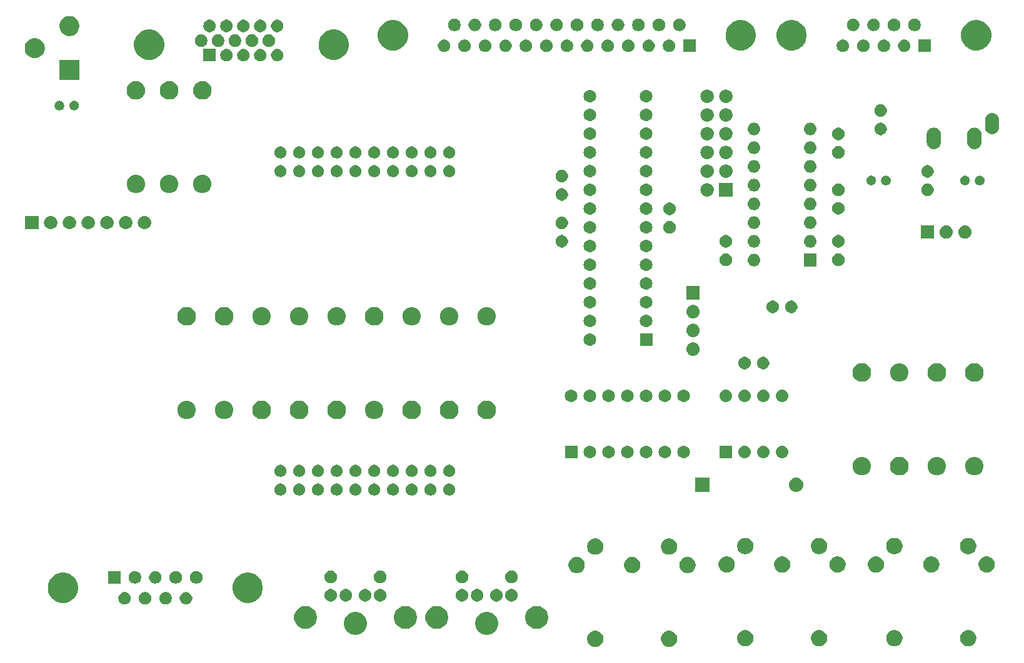
<source format=gbr>
G04 #@! TF.GenerationSoftware,KiCad,Pcbnew,5.0.2-bee76a0~70~ubuntu18.04.1*
G04 #@! TF.CreationDate,2019-01-12T22:56:13+00:00*
G04 #@! TF.ProjectId,monotron,6d6f6e6f-7472-46f6-9e2e-6b696361645f,0.5.0*
G04 #@! TF.SameCoordinates,Original*
G04 #@! TF.FileFunction,Soldermask,Top*
G04 #@! TF.FilePolarity,Negative*
%FSLAX46Y46*%
G04 Gerber Fmt 4.6, Leading zero omitted, Abs format (unit mm)*
G04 Created by KiCad (PCBNEW 5.0.2-bee76a0~70~ubuntu18.04.1) date Sat 12 Jan 2019 22:56:13 GMT*
%MOMM*%
%LPD*%
G01*
G04 APERTURE LIST*
%ADD10C,0.100000*%
G04 APERTURE END LIST*
D10*
G36*
X162059794Y-125840155D02*
X162166150Y-125861311D01*
X162236990Y-125890654D01*
X162366516Y-125944305D01*
X162546850Y-126064801D01*
X162700199Y-126218150D01*
X162700201Y-126218153D01*
X162700202Y-126218154D01*
X162772655Y-126326588D01*
X162820695Y-126398484D01*
X162903689Y-126598851D01*
X162946000Y-126811560D01*
X162946000Y-127028440D01*
X162903689Y-127241149D01*
X162820695Y-127441516D01*
X162700199Y-127621850D01*
X162546850Y-127775199D01*
X162366516Y-127895695D01*
X162257139Y-127941000D01*
X162166150Y-127978689D01*
X162059794Y-127999845D01*
X161953440Y-128021000D01*
X161736560Y-128021000D01*
X161630206Y-127999845D01*
X161523850Y-127978689D01*
X161432861Y-127941000D01*
X161323484Y-127895695D01*
X161143150Y-127775199D01*
X160989801Y-127621850D01*
X160869305Y-127441516D01*
X160786311Y-127241149D01*
X160744000Y-127028440D01*
X160744000Y-126811560D01*
X160786311Y-126598851D01*
X160869305Y-126398484D01*
X160917345Y-126326588D01*
X160989798Y-126218154D01*
X160989799Y-126218153D01*
X160989801Y-126218150D01*
X161143150Y-126064801D01*
X161323484Y-125944305D01*
X161453010Y-125890654D01*
X161523850Y-125861311D01*
X161630206Y-125840155D01*
X161736560Y-125819000D01*
X161953440Y-125819000D01*
X162059794Y-125840155D01*
X162059794Y-125840155D01*
G37*
G36*
X152059794Y-125840155D02*
X152166150Y-125861311D01*
X152236990Y-125890654D01*
X152366516Y-125944305D01*
X152546850Y-126064801D01*
X152700199Y-126218150D01*
X152700201Y-126218153D01*
X152700202Y-126218154D01*
X152772655Y-126326588D01*
X152820695Y-126398484D01*
X152903689Y-126598851D01*
X152946000Y-126811560D01*
X152946000Y-127028440D01*
X152903689Y-127241149D01*
X152820695Y-127441516D01*
X152700199Y-127621850D01*
X152546850Y-127775199D01*
X152366516Y-127895695D01*
X152257139Y-127941000D01*
X152166150Y-127978689D01*
X152059794Y-127999845D01*
X151953440Y-128021000D01*
X151736560Y-128021000D01*
X151630206Y-127999845D01*
X151523850Y-127978689D01*
X151432861Y-127941000D01*
X151323484Y-127895695D01*
X151143150Y-127775199D01*
X150989801Y-127621850D01*
X150869305Y-127441516D01*
X150786311Y-127241149D01*
X150744000Y-127028440D01*
X150744000Y-126811560D01*
X150786311Y-126598851D01*
X150869305Y-126398484D01*
X150917345Y-126326588D01*
X150989798Y-126218154D01*
X150989799Y-126218153D01*
X150989801Y-126218150D01*
X151143150Y-126064801D01*
X151323484Y-125944305D01*
X151453010Y-125890654D01*
X151523850Y-125861311D01*
X151630206Y-125840155D01*
X151736560Y-125819000D01*
X151953440Y-125819000D01*
X152059794Y-125840155D01*
X152059794Y-125840155D01*
G37*
G36*
X172379795Y-125760156D02*
X172486150Y-125781311D01*
X172556990Y-125810654D01*
X172686516Y-125864305D01*
X172866850Y-125984801D01*
X173020199Y-126138150D01*
X173020201Y-126138153D01*
X173020202Y-126138154D01*
X173068240Y-126210048D01*
X173140695Y-126318484D01*
X173223689Y-126518851D01*
X173266000Y-126731560D01*
X173266000Y-126948440D01*
X173223689Y-127161149D01*
X173140695Y-127361516D01*
X173140693Y-127361519D01*
X173087239Y-127441519D01*
X173020199Y-127541850D01*
X172866850Y-127695199D01*
X172686516Y-127815695D01*
X172556990Y-127869346D01*
X172486150Y-127898689D01*
X172379794Y-127919845D01*
X172273440Y-127941000D01*
X172056560Y-127941000D01*
X171950206Y-127919845D01*
X171843850Y-127898689D01*
X171773010Y-127869346D01*
X171643484Y-127815695D01*
X171463150Y-127695199D01*
X171309801Y-127541850D01*
X171242762Y-127441519D01*
X171189307Y-127361519D01*
X171189305Y-127361516D01*
X171106311Y-127161149D01*
X171064000Y-126948440D01*
X171064000Y-126731560D01*
X171106311Y-126518851D01*
X171189305Y-126318484D01*
X171261760Y-126210048D01*
X171309798Y-126138154D01*
X171309799Y-126138153D01*
X171309801Y-126138150D01*
X171463150Y-125984801D01*
X171643484Y-125864305D01*
X171773010Y-125810654D01*
X171843850Y-125781311D01*
X171950205Y-125760156D01*
X172056560Y-125739000D01*
X172273440Y-125739000D01*
X172379795Y-125760156D01*
X172379795Y-125760156D01*
G37*
G36*
X202579795Y-125760156D02*
X202686150Y-125781311D01*
X202756990Y-125810654D01*
X202886516Y-125864305D01*
X203066850Y-125984801D01*
X203220199Y-126138150D01*
X203220201Y-126138153D01*
X203220202Y-126138154D01*
X203268240Y-126210048D01*
X203340695Y-126318484D01*
X203423689Y-126518851D01*
X203466000Y-126731560D01*
X203466000Y-126948440D01*
X203423689Y-127161149D01*
X203340695Y-127361516D01*
X203340693Y-127361519D01*
X203287239Y-127441519D01*
X203220199Y-127541850D01*
X203066850Y-127695199D01*
X202886516Y-127815695D01*
X202756990Y-127869346D01*
X202686150Y-127898689D01*
X202579794Y-127919845D01*
X202473440Y-127941000D01*
X202256560Y-127941000D01*
X202150206Y-127919845D01*
X202043850Y-127898689D01*
X201973010Y-127869346D01*
X201843484Y-127815695D01*
X201663150Y-127695199D01*
X201509801Y-127541850D01*
X201442762Y-127441519D01*
X201389307Y-127361519D01*
X201389305Y-127361516D01*
X201306311Y-127161149D01*
X201264000Y-126948440D01*
X201264000Y-126731560D01*
X201306311Y-126518851D01*
X201389305Y-126318484D01*
X201461760Y-126210048D01*
X201509798Y-126138154D01*
X201509799Y-126138153D01*
X201509801Y-126138150D01*
X201663150Y-125984801D01*
X201843484Y-125864305D01*
X201973010Y-125810654D01*
X202043850Y-125781311D01*
X202150205Y-125760156D01*
X202256560Y-125739000D01*
X202473440Y-125739000D01*
X202579795Y-125760156D01*
X202579795Y-125760156D01*
G37*
G36*
X192579795Y-125760156D02*
X192686150Y-125781311D01*
X192756990Y-125810654D01*
X192886516Y-125864305D01*
X193066850Y-125984801D01*
X193220199Y-126138150D01*
X193220201Y-126138153D01*
X193220202Y-126138154D01*
X193268240Y-126210048D01*
X193340695Y-126318484D01*
X193423689Y-126518851D01*
X193466000Y-126731560D01*
X193466000Y-126948440D01*
X193423689Y-127161149D01*
X193340695Y-127361516D01*
X193340693Y-127361519D01*
X193287239Y-127441519D01*
X193220199Y-127541850D01*
X193066850Y-127695199D01*
X192886516Y-127815695D01*
X192756990Y-127869346D01*
X192686150Y-127898689D01*
X192579794Y-127919845D01*
X192473440Y-127941000D01*
X192256560Y-127941000D01*
X192150206Y-127919845D01*
X192043850Y-127898689D01*
X191973010Y-127869346D01*
X191843484Y-127815695D01*
X191663150Y-127695199D01*
X191509801Y-127541850D01*
X191442762Y-127441519D01*
X191389307Y-127361519D01*
X191389305Y-127361516D01*
X191306311Y-127161149D01*
X191264000Y-126948440D01*
X191264000Y-126731560D01*
X191306311Y-126518851D01*
X191389305Y-126318484D01*
X191461760Y-126210048D01*
X191509798Y-126138154D01*
X191509799Y-126138153D01*
X191509801Y-126138150D01*
X191663150Y-125984801D01*
X191843484Y-125864305D01*
X191973010Y-125810654D01*
X192043850Y-125781311D01*
X192150205Y-125760156D01*
X192256560Y-125739000D01*
X192473440Y-125739000D01*
X192579795Y-125760156D01*
X192579795Y-125760156D01*
G37*
G36*
X182379795Y-125760156D02*
X182486150Y-125781311D01*
X182556990Y-125810654D01*
X182686516Y-125864305D01*
X182866850Y-125984801D01*
X183020199Y-126138150D01*
X183020201Y-126138153D01*
X183020202Y-126138154D01*
X183068240Y-126210048D01*
X183140695Y-126318484D01*
X183223689Y-126518851D01*
X183266000Y-126731560D01*
X183266000Y-126948440D01*
X183223689Y-127161149D01*
X183140695Y-127361516D01*
X183140693Y-127361519D01*
X183087239Y-127441519D01*
X183020199Y-127541850D01*
X182866850Y-127695199D01*
X182686516Y-127815695D01*
X182556990Y-127869346D01*
X182486150Y-127898689D01*
X182379794Y-127919845D01*
X182273440Y-127941000D01*
X182056560Y-127941000D01*
X181950206Y-127919845D01*
X181843850Y-127898689D01*
X181773010Y-127869346D01*
X181643484Y-127815695D01*
X181463150Y-127695199D01*
X181309801Y-127541850D01*
X181242762Y-127441519D01*
X181189307Y-127361519D01*
X181189305Y-127361516D01*
X181106311Y-127161149D01*
X181064000Y-126948440D01*
X181064000Y-126731560D01*
X181106311Y-126518851D01*
X181189305Y-126318484D01*
X181261760Y-126210048D01*
X181309798Y-126138154D01*
X181309799Y-126138153D01*
X181309801Y-126138150D01*
X181463150Y-125984801D01*
X181643484Y-125864305D01*
X181773010Y-125810654D01*
X181843850Y-125781311D01*
X181950205Y-125760156D01*
X182056560Y-125739000D01*
X182273440Y-125739000D01*
X182379795Y-125760156D01*
X182379795Y-125760156D01*
G37*
G36*
X137610951Y-123353412D02*
X137892304Y-123469952D01*
X138145520Y-123639146D01*
X138360854Y-123854480D01*
X138530048Y-124107696D01*
X138646588Y-124389049D01*
X138706000Y-124687731D01*
X138706000Y-124992269D01*
X138646588Y-125290951D01*
X138530048Y-125572304D01*
X138360854Y-125825520D01*
X138145520Y-126040854D01*
X137892304Y-126210048D01*
X137610951Y-126326588D01*
X137312269Y-126386000D01*
X137007731Y-126386000D01*
X136709049Y-126326588D01*
X136427696Y-126210048D01*
X136174480Y-126040854D01*
X135959146Y-125825520D01*
X135789952Y-125572304D01*
X135673412Y-125290951D01*
X135614000Y-124992269D01*
X135614000Y-124687731D01*
X135673412Y-124389049D01*
X135789952Y-124107696D01*
X135959146Y-123854480D01*
X136174480Y-123639146D01*
X136427696Y-123469952D01*
X136709049Y-123353412D01*
X137007731Y-123294000D01*
X137312269Y-123294000D01*
X137610951Y-123353412D01*
X137610951Y-123353412D01*
G37*
G36*
X119830951Y-123353412D02*
X120112304Y-123469952D01*
X120365520Y-123639146D01*
X120580854Y-123854480D01*
X120750048Y-124107696D01*
X120866588Y-124389049D01*
X120926000Y-124687731D01*
X120926000Y-124992269D01*
X120866588Y-125290951D01*
X120750048Y-125572304D01*
X120580854Y-125825520D01*
X120365520Y-126040854D01*
X120112304Y-126210048D01*
X119830951Y-126326588D01*
X119532269Y-126386000D01*
X119227731Y-126386000D01*
X118929049Y-126326588D01*
X118647696Y-126210048D01*
X118394480Y-126040854D01*
X118179146Y-125825520D01*
X118009952Y-125572304D01*
X117893412Y-125290951D01*
X117834000Y-124992269D01*
X117834000Y-124687731D01*
X117893412Y-124389049D01*
X118009952Y-124107696D01*
X118179146Y-123854480D01*
X118394480Y-123639146D01*
X118647696Y-123469952D01*
X118929049Y-123353412D01*
X119227731Y-123294000D01*
X119532269Y-123294000D01*
X119830951Y-123353412D01*
X119830951Y-123353412D01*
G37*
G36*
X144370951Y-122543412D02*
X144652304Y-122659952D01*
X144905520Y-122829146D01*
X145120854Y-123044480D01*
X145290048Y-123297696D01*
X145406588Y-123579049D01*
X145466000Y-123877731D01*
X145466000Y-124182269D01*
X145406588Y-124480951D01*
X145290048Y-124762304D01*
X145120854Y-125015520D01*
X144905520Y-125230854D01*
X144652304Y-125400048D01*
X144370951Y-125516588D01*
X144072269Y-125576000D01*
X143767731Y-125576000D01*
X143469049Y-125516588D01*
X143187696Y-125400048D01*
X142934480Y-125230854D01*
X142719146Y-125015520D01*
X142549952Y-124762304D01*
X142433412Y-124480951D01*
X142374000Y-124182269D01*
X142374000Y-123877731D01*
X142433412Y-123579049D01*
X142549952Y-123297696D01*
X142719146Y-123044480D01*
X142934480Y-122829146D01*
X143187696Y-122659952D01*
X143469049Y-122543412D01*
X143767731Y-122484000D01*
X144072269Y-122484000D01*
X144370951Y-122543412D01*
X144370951Y-122543412D01*
G37*
G36*
X126590951Y-122543412D02*
X126872304Y-122659952D01*
X127125520Y-122829146D01*
X127340854Y-123044480D01*
X127510048Y-123297696D01*
X127626588Y-123579049D01*
X127686000Y-123877731D01*
X127686000Y-124182269D01*
X127626588Y-124480951D01*
X127510048Y-124762304D01*
X127340854Y-125015520D01*
X127125520Y-125230854D01*
X126872304Y-125400048D01*
X126590951Y-125516588D01*
X126292269Y-125576000D01*
X125987731Y-125576000D01*
X125689049Y-125516588D01*
X125407696Y-125400048D01*
X125154480Y-125230854D01*
X124939146Y-125015520D01*
X124769952Y-124762304D01*
X124653412Y-124480951D01*
X124594000Y-124182269D01*
X124594000Y-123877731D01*
X124653412Y-123579049D01*
X124769952Y-123297696D01*
X124939146Y-123044480D01*
X125154480Y-122829146D01*
X125407696Y-122659952D01*
X125689049Y-122543412D01*
X125987731Y-122484000D01*
X126292269Y-122484000D01*
X126590951Y-122543412D01*
X126590951Y-122543412D01*
G37*
G36*
X113070951Y-122543412D02*
X113352304Y-122659952D01*
X113605520Y-122829146D01*
X113820854Y-123044480D01*
X113990048Y-123297696D01*
X114106588Y-123579049D01*
X114166000Y-123877731D01*
X114166000Y-124182269D01*
X114106588Y-124480951D01*
X113990048Y-124762304D01*
X113820854Y-125015520D01*
X113605520Y-125230854D01*
X113352304Y-125400048D01*
X113070951Y-125516588D01*
X112772269Y-125576000D01*
X112467731Y-125576000D01*
X112169049Y-125516588D01*
X111887696Y-125400048D01*
X111634480Y-125230854D01*
X111419146Y-125015520D01*
X111249952Y-124762304D01*
X111133412Y-124480951D01*
X111074000Y-124182269D01*
X111074000Y-123877731D01*
X111133412Y-123579049D01*
X111249952Y-123297696D01*
X111419146Y-123044480D01*
X111634480Y-122829146D01*
X111887696Y-122659952D01*
X112169049Y-122543412D01*
X112467731Y-122484000D01*
X112772269Y-122484000D01*
X113070951Y-122543412D01*
X113070951Y-122543412D01*
G37*
G36*
X130850951Y-122543412D02*
X131132304Y-122659952D01*
X131385520Y-122829146D01*
X131600854Y-123044480D01*
X131770048Y-123297696D01*
X131886588Y-123579049D01*
X131946000Y-123877731D01*
X131946000Y-124182269D01*
X131886588Y-124480951D01*
X131770048Y-124762304D01*
X131600854Y-125015520D01*
X131385520Y-125230854D01*
X131132304Y-125400048D01*
X130850951Y-125516588D01*
X130552269Y-125576000D01*
X130247731Y-125576000D01*
X129949049Y-125516588D01*
X129667696Y-125400048D01*
X129414480Y-125230854D01*
X129199146Y-125015520D01*
X129029952Y-124762304D01*
X128913412Y-124480951D01*
X128854000Y-124182269D01*
X128854000Y-123877731D01*
X128913412Y-123579049D01*
X129029952Y-123297696D01*
X129199146Y-123044480D01*
X129414480Y-122829146D01*
X129667696Y-122659952D01*
X129949049Y-122543412D01*
X130247731Y-122484000D01*
X130552269Y-122484000D01*
X130850951Y-122543412D01*
X130850951Y-122543412D01*
G37*
G36*
X96678228Y-120616703D02*
X96833100Y-120680853D01*
X96972481Y-120773985D01*
X97091015Y-120892519D01*
X97184147Y-121031900D01*
X97248297Y-121186772D01*
X97281000Y-121351184D01*
X97281000Y-121518816D01*
X97248297Y-121683228D01*
X97184147Y-121838100D01*
X97091015Y-121977481D01*
X96972481Y-122096015D01*
X96833100Y-122189147D01*
X96678228Y-122253297D01*
X96513816Y-122286000D01*
X96346184Y-122286000D01*
X96181772Y-122253297D01*
X96026900Y-122189147D01*
X95887519Y-122096015D01*
X95768985Y-121977481D01*
X95675853Y-121838100D01*
X95611703Y-121683228D01*
X95579000Y-121518816D01*
X95579000Y-121351184D01*
X95611703Y-121186772D01*
X95675853Y-121031900D01*
X95768985Y-120892519D01*
X95887519Y-120773985D01*
X96026900Y-120680853D01*
X96181772Y-120616703D01*
X96346184Y-120584000D01*
X96513816Y-120584000D01*
X96678228Y-120616703D01*
X96678228Y-120616703D01*
G37*
G36*
X91138228Y-120616703D02*
X91293100Y-120680853D01*
X91432481Y-120773985D01*
X91551015Y-120892519D01*
X91644147Y-121031900D01*
X91708297Y-121186772D01*
X91741000Y-121351184D01*
X91741000Y-121518816D01*
X91708297Y-121683228D01*
X91644147Y-121838100D01*
X91551015Y-121977481D01*
X91432481Y-122096015D01*
X91293100Y-122189147D01*
X91138228Y-122253297D01*
X90973816Y-122286000D01*
X90806184Y-122286000D01*
X90641772Y-122253297D01*
X90486900Y-122189147D01*
X90347519Y-122096015D01*
X90228985Y-121977481D01*
X90135853Y-121838100D01*
X90071703Y-121683228D01*
X90039000Y-121518816D01*
X90039000Y-121351184D01*
X90071703Y-121186772D01*
X90135853Y-121031900D01*
X90228985Y-120892519D01*
X90347519Y-120773985D01*
X90486900Y-120680853D01*
X90641772Y-120616703D01*
X90806184Y-120584000D01*
X90973816Y-120584000D01*
X91138228Y-120616703D01*
X91138228Y-120616703D01*
G37*
G36*
X93908228Y-120616703D02*
X94063100Y-120680853D01*
X94202481Y-120773985D01*
X94321015Y-120892519D01*
X94414147Y-121031900D01*
X94478297Y-121186772D01*
X94511000Y-121351184D01*
X94511000Y-121518816D01*
X94478297Y-121683228D01*
X94414147Y-121838100D01*
X94321015Y-121977481D01*
X94202481Y-122096015D01*
X94063100Y-122189147D01*
X93908228Y-122253297D01*
X93743816Y-122286000D01*
X93576184Y-122286000D01*
X93411772Y-122253297D01*
X93256900Y-122189147D01*
X93117519Y-122096015D01*
X92998985Y-121977481D01*
X92905853Y-121838100D01*
X92841703Y-121683228D01*
X92809000Y-121518816D01*
X92809000Y-121351184D01*
X92841703Y-121186772D01*
X92905853Y-121031900D01*
X92998985Y-120892519D01*
X93117519Y-120773985D01*
X93256900Y-120680853D01*
X93411772Y-120616703D01*
X93576184Y-120584000D01*
X93743816Y-120584000D01*
X93908228Y-120616703D01*
X93908228Y-120616703D01*
G37*
G36*
X88368228Y-120616703D02*
X88523100Y-120680853D01*
X88662481Y-120773985D01*
X88781015Y-120892519D01*
X88874147Y-121031900D01*
X88938297Y-121186772D01*
X88971000Y-121351184D01*
X88971000Y-121518816D01*
X88938297Y-121683228D01*
X88874147Y-121838100D01*
X88781015Y-121977481D01*
X88662481Y-122096015D01*
X88523100Y-122189147D01*
X88368228Y-122253297D01*
X88203816Y-122286000D01*
X88036184Y-122286000D01*
X87871772Y-122253297D01*
X87716900Y-122189147D01*
X87577519Y-122096015D01*
X87458985Y-121977481D01*
X87365853Y-121838100D01*
X87301703Y-121683228D01*
X87269000Y-121518816D01*
X87269000Y-121351184D01*
X87301703Y-121186772D01*
X87365853Y-121031900D01*
X87458985Y-120892519D01*
X87577519Y-120773985D01*
X87716900Y-120680853D01*
X87871772Y-120616703D01*
X88036184Y-120584000D01*
X88203816Y-120584000D01*
X88368228Y-120616703D01*
X88368228Y-120616703D01*
G37*
G36*
X105373252Y-118042818D02*
X105373254Y-118042819D01*
X105373255Y-118042819D01*
X105746513Y-118197427D01*
X105746514Y-118197428D01*
X106082439Y-118421886D01*
X106368114Y-118707561D01*
X106368116Y-118707564D01*
X106592573Y-119043487D01*
X106722971Y-119358297D01*
X106747182Y-119416748D01*
X106826000Y-119812993D01*
X106826000Y-120217007D01*
X106753001Y-120584000D01*
X106747181Y-120613255D01*
X106592573Y-120986513D01*
X106458764Y-121186772D01*
X106368114Y-121322439D01*
X106082439Y-121608114D01*
X106082436Y-121608116D01*
X105746513Y-121832573D01*
X105373255Y-121987181D01*
X105373254Y-121987181D01*
X105373252Y-121987182D01*
X104977007Y-122066000D01*
X104572993Y-122066000D01*
X104176748Y-121987182D01*
X104176746Y-121987181D01*
X104176745Y-121987181D01*
X103803487Y-121832573D01*
X103467564Y-121608116D01*
X103467561Y-121608114D01*
X103181886Y-121322439D01*
X103091236Y-121186772D01*
X102957427Y-120986513D01*
X102802819Y-120613255D01*
X102797000Y-120584000D01*
X102724000Y-120217007D01*
X102724000Y-119812993D01*
X102802818Y-119416748D01*
X102827029Y-119358297D01*
X102957427Y-119043487D01*
X103181884Y-118707564D01*
X103181886Y-118707561D01*
X103467561Y-118421886D01*
X103803486Y-118197428D01*
X103803487Y-118197427D01*
X104176745Y-118042819D01*
X104176746Y-118042819D01*
X104176748Y-118042818D01*
X104572993Y-117964000D01*
X104977007Y-117964000D01*
X105373252Y-118042818D01*
X105373252Y-118042818D01*
G37*
G36*
X80373252Y-118042818D02*
X80373254Y-118042819D01*
X80373255Y-118042819D01*
X80746513Y-118197427D01*
X80746514Y-118197428D01*
X81082439Y-118421886D01*
X81368114Y-118707561D01*
X81368116Y-118707564D01*
X81592573Y-119043487D01*
X81722971Y-119358297D01*
X81747182Y-119416748D01*
X81826000Y-119812993D01*
X81826000Y-120217007D01*
X81753001Y-120584000D01*
X81747181Y-120613255D01*
X81592573Y-120986513D01*
X81458764Y-121186772D01*
X81368114Y-121322439D01*
X81082439Y-121608114D01*
X81082436Y-121608116D01*
X80746513Y-121832573D01*
X80373255Y-121987181D01*
X80373254Y-121987181D01*
X80373252Y-121987182D01*
X79977007Y-122066000D01*
X79572993Y-122066000D01*
X79176748Y-121987182D01*
X79176746Y-121987181D01*
X79176745Y-121987181D01*
X78803487Y-121832573D01*
X78467564Y-121608116D01*
X78467561Y-121608114D01*
X78181886Y-121322439D01*
X78091236Y-121186772D01*
X77957427Y-120986513D01*
X77802819Y-120613255D01*
X77797000Y-120584000D01*
X77724000Y-120217007D01*
X77724000Y-119812993D01*
X77802818Y-119416748D01*
X77827029Y-119358297D01*
X77957427Y-119043487D01*
X78181884Y-118707564D01*
X78181886Y-118707561D01*
X78467561Y-118421886D01*
X78803486Y-118197428D01*
X78803487Y-118197427D01*
X79176745Y-118042819D01*
X79176746Y-118042819D01*
X79176748Y-118042818D01*
X79572993Y-117964000D01*
X79977007Y-117964000D01*
X80373252Y-118042818D01*
X80373252Y-118042818D01*
G37*
G36*
X116278228Y-120211703D02*
X116433100Y-120275853D01*
X116572481Y-120368985D01*
X116691015Y-120487519D01*
X116784147Y-120626900D01*
X116848297Y-120781772D01*
X116881000Y-120946184D01*
X116881000Y-121113816D01*
X116848297Y-121278228D01*
X116784147Y-121433100D01*
X116691015Y-121572481D01*
X116572481Y-121691015D01*
X116433100Y-121784147D01*
X116278228Y-121848297D01*
X116113816Y-121881000D01*
X115946184Y-121881000D01*
X115781772Y-121848297D01*
X115626900Y-121784147D01*
X115487519Y-121691015D01*
X115368985Y-121572481D01*
X115275853Y-121433100D01*
X115211703Y-121278228D01*
X115179000Y-121113816D01*
X115179000Y-120946184D01*
X115211703Y-120781772D01*
X115275853Y-120626900D01*
X115368985Y-120487519D01*
X115487519Y-120368985D01*
X115626900Y-120275853D01*
X115781772Y-120211703D01*
X115946184Y-120179000D01*
X116113816Y-120179000D01*
X116278228Y-120211703D01*
X116278228Y-120211703D01*
G37*
G36*
X118328228Y-120211703D02*
X118483100Y-120275853D01*
X118622481Y-120368985D01*
X118741015Y-120487519D01*
X118834147Y-120626900D01*
X118898297Y-120781772D01*
X118931000Y-120946184D01*
X118931000Y-121113816D01*
X118898297Y-121278228D01*
X118834147Y-121433100D01*
X118741015Y-121572481D01*
X118622481Y-121691015D01*
X118483100Y-121784147D01*
X118328228Y-121848297D01*
X118163816Y-121881000D01*
X117996184Y-121881000D01*
X117831772Y-121848297D01*
X117676900Y-121784147D01*
X117537519Y-121691015D01*
X117418985Y-121572481D01*
X117325853Y-121433100D01*
X117261703Y-121278228D01*
X117229000Y-121113816D01*
X117229000Y-120946184D01*
X117261703Y-120781772D01*
X117325853Y-120626900D01*
X117418985Y-120487519D01*
X117537519Y-120368985D01*
X117676900Y-120275853D01*
X117831772Y-120211703D01*
X117996184Y-120179000D01*
X118163816Y-120179000D01*
X118328228Y-120211703D01*
X118328228Y-120211703D01*
G37*
G36*
X140758228Y-120211703D02*
X140913100Y-120275853D01*
X141052481Y-120368985D01*
X141171015Y-120487519D01*
X141264147Y-120626900D01*
X141328297Y-120781772D01*
X141361000Y-120946184D01*
X141361000Y-121113816D01*
X141328297Y-121278228D01*
X141264147Y-121433100D01*
X141171015Y-121572481D01*
X141052481Y-121691015D01*
X140913100Y-121784147D01*
X140758228Y-121848297D01*
X140593816Y-121881000D01*
X140426184Y-121881000D01*
X140261772Y-121848297D01*
X140106900Y-121784147D01*
X139967519Y-121691015D01*
X139848985Y-121572481D01*
X139755853Y-121433100D01*
X139691703Y-121278228D01*
X139659000Y-121113816D01*
X139659000Y-120946184D01*
X139691703Y-120781772D01*
X139755853Y-120626900D01*
X139848985Y-120487519D01*
X139967519Y-120368985D01*
X140106900Y-120275853D01*
X140261772Y-120211703D01*
X140426184Y-120179000D01*
X140593816Y-120179000D01*
X140758228Y-120211703D01*
X140758228Y-120211703D01*
G37*
G36*
X134058228Y-120211703D02*
X134213100Y-120275853D01*
X134352481Y-120368985D01*
X134471015Y-120487519D01*
X134564147Y-120626900D01*
X134628297Y-120781772D01*
X134661000Y-120946184D01*
X134661000Y-121113816D01*
X134628297Y-121278228D01*
X134564147Y-121433100D01*
X134471015Y-121572481D01*
X134352481Y-121691015D01*
X134213100Y-121784147D01*
X134058228Y-121848297D01*
X133893816Y-121881000D01*
X133726184Y-121881000D01*
X133561772Y-121848297D01*
X133406900Y-121784147D01*
X133267519Y-121691015D01*
X133148985Y-121572481D01*
X133055853Y-121433100D01*
X132991703Y-121278228D01*
X132959000Y-121113816D01*
X132959000Y-120946184D01*
X132991703Y-120781772D01*
X133055853Y-120626900D01*
X133148985Y-120487519D01*
X133267519Y-120368985D01*
X133406900Y-120275853D01*
X133561772Y-120211703D01*
X133726184Y-120179000D01*
X133893816Y-120179000D01*
X134058228Y-120211703D01*
X134058228Y-120211703D01*
G37*
G36*
X136108228Y-120211703D02*
X136263100Y-120275853D01*
X136402481Y-120368985D01*
X136521015Y-120487519D01*
X136614147Y-120626900D01*
X136678297Y-120781772D01*
X136711000Y-120946184D01*
X136711000Y-121113816D01*
X136678297Y-121278228D01*
X136614147Y-121433100D01*
X136521015Y-121572481D01*
X136402481Y-121691015D01*
X136263100Y-121784147D01*
X136108228Y-121848297D01*
X135943816Y-121881000D01*
X135776184Y-121881000D01*
X135611772Y-121848297D01*
X135456900Y-121784147D01*
X135317519Y-121691015D01*
X135198985Y-121572481D01*
X135105853Y-121433100D01*
X135041703Y-121278228D01*
X135009000Y-121113816D01*
X135009000Y-120946184D01*
X135041703Y-120781772D01*
X135105853Y-120626900D01*
X135198985Y-120487519D01*
X135317519Y-120368985D01*
X135456900Y-120275853D01*
X135611772Y-120211703D01*
X135776184Y-120179000D01*
X135943816Y-120179000D01*
X136108228Y-120211703D01*
X136108228Y-120211703D01*
G37*
G36*
X120928228Y-120211703D02*
X121083100Y-120275853D01*
X121222481Y-120368985D01*
X121341015Y-120487519D01*
X121434147Y-120626900D01*
X121498297Y-120781772D01*
X121531000Y-120946184D01*
X121531000Y-121113816D01*
X121498297Y-121278228D01*
X121434147Y-121433100D01*
X121341015Y-121572481D01*
X121222481Y-121691015D01*
X121083100Y-121784147D01*
X120928228Y-121848297D01*
X120763816Y-121881000D01*
X120596184Y-121881000D01*
X120431772Y-121848297D01*
X120276900Y-121784147D01*
X120137519Y-121691015D01*
X120018985Y-121572481D01*
X119925853Y-121433100D01*
X119861703Y-121278228D01*
X119829000Y-121113816D01*
X119829000Y-120946184D01*
X119861703Y-120781772D01*
X119925853Y-120626900D01*
X120018985Y-120487519D01*
X120137519Y-120368985D01*
X120276900Y-120275853D01*
X120431772Y-120211703D01*
X120596184Y-120179000D01*
X120763816Y-120179000D01*
X120928228Y-120211703D01*
X120928228Y-120211703D01*
G37*
G36*
X122978228Y-120211703D02*
X123133100Y-120275853D01*
X123272481Y-120368985D01*
X123391015Y-120487519D01*
X123484147Y-120626900D01*
X123548297Y-120781772D01*
X123581000Y-120946184D01*
X123581000Y-121113816D01*
X123548297Y-121278228D01*
X123484147Y-121433100D01*
X123391015Y-121572481D01*
X123272481Y-121691015D01*
X123133100Y-121784147D01*
X122978228Y-121848297D01*
X122813816Y-121881000D01*
X122646184Y-121881000D01*
X122481772Y-121848297D01*
X122326900Y-121784147D01*
X122187519Y-121691015D01*
X122068985Y-121572481D01*
X121975853Y-121433100D01*
X121911703Y-121278228D01*
X121879000Y-121113816D01*
X121879000Y-120946184D01*
X121911703Y-120781772D01*
X121975853Y-120626900D01*
X122068985Y-120487519D01*
X122187519Y-120368985D01*
X122326900Y-120275853D01*
X122481772Y-120211703D01*
X122646184Y-120179000D01*
X122813816Y-120179000D01*
X122978228Y-120211703D01*
X122978228Y-120211703D01*
G37*
G36*
X138708228Y-120211703D02*
X138863100Y-120275853D01*
X139002481Y-120368985D01*
X139121015Y-120487519D01*
X139214147Y-120626900D01*
X139278297Y-120781772D01*
X139311000Y-120946184D01*
X139311000Y-121113816D01*
X139278297Y-121278228D01*
X139214147Y-121433100D01*
X139121015Y-121572481D01*
X139002481Y-121691015D01*
X138863100Y-121784147D01*
X138708228Y-121848297D01*
X138543816Y-121881000D01*
X138376184Y-121881000D01*
X138211772Y-121848297D01*
X138056900Y-121784147D01*
X137917519Y-121691015D01*
X137798985Y-121572481D01*
X137705853Y-121433100D01*
X137641703Y-121278228D01*
X137609000Y-121113816D01*
X137609000Y-120946184D01*
X137641703Y-120781772D01*
X137705853Y-120626900D01*
X137798985Y-120487519D01*
X137917519Y-120368985D01*
X138056900Y-120275853D01*
X138211772Y-120211703D01*
X138376184Y-120179000D01*
X138543816Y-120179000D01*
X138708228Y-120211703D01*
X138708228Y-120211703D01*
G37*
G36*
X98063228Y-117776703D02*
X98218100Y-117840853D01*
X98357481Y-117933985D01*
X98476015Y-118052519D01*
X98569147Y-118191900D01*
X98633297Y-118346772D01*
X98666000Y-118511184D01*
X98666000Y-118678816D01*
X98633297Y-118843228D01*
X98569147Y-118998100D01*
X98476015Y-119137481D01*
X98357481Y-119256015D01*
X98218100Y-119349147D01*
X98063228Y-119413297D01*
X97898816Y-119446000D01*
X97731184Y-119446000D01*
X97566772Y-119413297D01*
X97411900Y-119349147D01*
X97272519Y-119256015D01*
X97153985Y-119137481D01*
X97060853Y-118998100D01*
X96996703Y-118843228D01*
X96964000Y-118678816D01*
X96964000Y-118511184D01*
X96996703Y-118346772D01*
X97060853Y-118191900D01*
X97153985Y-118052519D01*
X97272519Y-117933985D01*
X97411900Y-117840853D01*
X97566772Y-117776703D01*
X97731184Y-117744000D01*
X97898816Y-117744000D01*
X98063228Y-117776703D01*
X98063228Y-117776703D01*
G37*
G36*
X87586000Y-119446000D02*
X85884000Y-119446000D01*
X85884000Y-117744000D01*
X87586000Y-117744000D01*
X87586000Y-119446000D01*
X87586000Y-119446000D01*
G37*
G36*
X89753228Y-117776703D02*
X89908100Y-117840853D01*
X90047481Y-117933985D01*
X90166015Y-118052519D01*
X90259147Y-118191900D01*
X90323297Y-118346772D01*
X90356000Y-118511184D01*
X90356000Y-118678816D01*
X90323297Y-118843228D01*
X90259147Y-118998100D01*
X90166015Y-119137481D01*
X90047481Y-119256015D01*
X89908100Y-119349147D01*
X89753228Y-119413297D01*
X89588816Y-119446000D01*
X89421184Y-119446000D01*
X89256772Y-119413297D01*
X89101900Y-119349147D01*
X88962519Y-119256015D01*
X88843985Y-119137481D01*
X88750853Y-118998100D01*
X88686703Y-118843228D01*
X88654000Y-118678816D01*
X88654000Y-118511184D01*
X88686703Y-118346772D01*
X88750853Y-118191900D01*
X88843985Y-118052519D01*
X88962519Y-117933985D01*
X89101900Y-117840853D01*
X89256772Y-117776703D01*
X89421184Y-117744000D01*
X89588816Y-117744000D01*
X89753228Y-117776703D01*
X89753228Y-117776703D01*
G37*
G36*
X92523228Y-117776703D02*
X92678100Y-117840853D01*
X92817481Y-117933985D01*
X92936015Y-118052519D01*
X93029147Y-118191900D01*
X93093297Y-118346772D01*
X93126000Y-118511184D01*
X93126000Y-118678816D01*
X93093297Y-118843228D01*
X93029147Y-118998100D01*
X92936015Y-119137481D01*
X92817481Y-119256015D01*
X92678100Y-119349147D01*
X92523228Y-119413297D01*
X92358816Y-119446000D01*
X92191184Y-119446000D01*
X92026772Y-119413297D01*
X91871900Y-119349147D01*
X91732519Y-119256015D01*
X91613985Y-119137481D01*
X91520853Y-118998100D01*
X91456703Y-118843228D01*
X91424000Y-118678816D01*
X91424000Y-118511184D01*
X91456703Y-118346772D01*
X91520853Y-118191900D01*
X91613985Y-118052519D01*
X91732519Y-117933985D01*
X91871900Y-117840853D01*
X92026772Y-117776703D01*
X92191184Y-117744000D01*
X92358816Y-117744000D01*
X92523228Y-117776703D01*
X92523228Y-117776703D01*
G37*
G36*
X95293228Y-117776703D02*
X95448100Y-117840853D01*
X95587481Y-117933985D01*
X95706015Y-118052519D01*
X95799147Y-118191900D01*
X95863297Y-118346772D01*
X95896000Y-118511184D01*
X95896000Y-118678816D01*
X95863297Y-118843228D01*
X95799147Y-118998100D01*
X95706015Y-119137481D01*
X95587481Y-119256015D01*
X95448100Y-119349147D01*
X95293228Y-119413297D01*
X95128816Y-119446000D01*
X94961184Y-119446000D01*
X94796772Y-119413297D01*
X94641900Y-119349147D01*
X94502519Y-119256015D01*
X94383985Y-119137481D01*
X94290853Y-118998100D01*
X94226703Y-118843228D01*
X94194000Y-118678816D01*
X94194000Y-118511184D01*
X94226703Y-118346772D01*
X94290853Y-118191900D01*
X94383985Y-118052519D01*
X94502519Y-117933985D01*
X94641900Y-117840853D01*
X94796772Y-117776703D01*
X94961184Y-117744000D01*
X95128816Y-117744000D01*
X95293228Y-117776703D01*
X95293228Y-117776703D01*
G37*
G36*
X116278228Y-117721703D02*
X116433100Y-117785853D01*
X116572481Y-117878985D01*
X116691015Y-117997519D01*
X116784147Y-118136900D01*
X116848297Y-118291772D01*
X116881000Y-118456184D01*
X116881000Y-118623816D01*
X116848297Y-118788228D01*
X116784147Y-118943100D01*
X116691015Y-119082481D01*
X116572481Y-119201015D01*
X116433100Y-119294147D01*
X116278228Y-119358297D01*
X116113816Y-119391000D01*
X115946184Y-119391000D01*
X115781772Y-119358297D01*
X115626900Y-119294147D01*
X115487519Y-119201015D01*
X115368985Y-119082481D01*
X115275853Y-118943100D01*
X115211703Y-118788228D01*
X115179000Y-118623816D01*
X115179000Y-118456184D01*
X115211703Y-118291772D01*
X115275853Y-118136900D01*
X115368985Y-117997519D01*
X115487519Y-117878985D01*
X115626900Y-117785853D01*
X115781772Y-117721703D01*
X115946184Y-117689000D01*
X116113816Y-117689000D01*
X116278228Y-117721703D01*
X116278228Y-117721703D01*
G37*
G36*
X140758228Y-117721703D02*
X140913100Y-117785853D01*
X141052481Y-117878985D01*
X141171015Y-117997519D01*
X141264147Y-118136900D01*
X141328297Y-118291772D01*
X141361000Y-118456184D01*
X141361000Y-118623816D01*
X141328297Y-118788228D01*
X141264147Y-118943100D01*
X141171015Y-119082481D01*
X141052481Y-119201015D01*
X140913100Y-119294147D01*
X140758228Y-119358297D01*
X140593816Y-119391000D01*
X140426184Y-119391000D01*
X140261772Y-119358297D01*
X140106900Y-119294147D01*
X139967519Y-119201015D01*
X139848985Y-119082481D01*
X139755853Y-118943100D01*
X139691703Y-118788228D01*
X139659000Y-118623816D01*
X139659000Y-118456184D01*
X139691703Y-118291772D01*
X139755853Y-118136900D01*
X139848985Y-117997519D01*
X139967519Y-117878985D01*
X140106900Y-117785853D01*
X140261772Y-117721703D01*
X140426184Y-117689000D01*
X140593816Y-117689000D01*
X140758228Y-117721703D01*
X140758228Y-117721703D01*
G37*
G36*
X122978228Y-117721703D02*
X123133100Y-117785853D01*
X123272481Y-117878985D01*
X123391015Y-117997519D01*
X123484147Y-118136900D01*
X123548297Y-118291772D01*
X123581000Y-118456184D01*
X123581000Y-118623816D01*
X123548297Y-118788228D01*
X123484147Y-118943100D01*
X123391015Y-119082481D01*
X123272481Y-119201015D01*
X123133100Y-119294147D01*
X122978228Y-119358297D01*
X122813816Y-119391000D01*
X122646184Y-119391000D01*
X122481772Y-119358297D01*
X122326900Y-119294147D01*
X122187519Y-119201015D01*
X122068985Y-119082481D01*
X121975853Y-118943100D01*
X121911703Y-118788228D01*
X121879000Y-118623816D01*
X121879000Y-118456184D01*
X121911703Y-118291772D01*
X121975853Y-118136900D01*
X122068985Y-117997519D01*
X122187519Y-117878985D01*
X122326900Y-117785853D01*
X122481772Y-117721703D01*
X122646184Y-117689000D01*
X122813816Y-117689000D01*
X122978228Y-117721703D01*
X122978228Y-117721703D01*
G37*
G36*
X134058228Y-117721703D02*
X134213100Y-117785853D01*
X134352481Y-117878985D01*
X134471015Y-117997519D01*
X134564147Y-118136900D01*
X134628297Y-118291772D01*
X134661000Y-118456184D01*
X134661000Y-118623816D01*
X134628297Y-118788228D01*
X134564147Y-118943100D01*
X134471015Y-119082481D01*
X134352481Y-119201015D01*
X134213100Y-119294147D01*
X134058228Y-119358297D01*
X133893816Y-119391000D01*
X133726184Y-119391000D01*
X133561772Y-119358297D01*
X133406900Y-119294147D01*
X133267519Y-119201015D01*
X133148985Y-119082481D01*
X133055853Y-118943100D01*
X132991703Y-118788228D01*
X132959000Y-118623816D01*
X132959000Y-118456184D01*
X132991703Y-118291772D01*
X133055853Y-118136900D01*
X133148985Y-117997519D01*
X133267519Y-117878985D01*
X133406900Y-117785853D01*
X133561772Y-117721703D01*
X133726184Y-117689000D01*
X133893816Y-117689000D01*
X134058228Y-117721703D01*
X134058228Y-117721703D01*
G37*
G36*
X164559794Y-115840155D02*
X164666150Y-115861311D01*
X164736990Y-115890654D01*
X164866516Y-115944305D01*
X165046850Y-116064801D01*
X165200199Y-116218150D01*
X165200201Y-116218153D01*
X165200202Y-116218154D01*
X165320693Y-116398481D01*
X165320695Y-116398484D01*
X165403689Y-116598851D01*
X165446000Y-116811560D01*
X165446000Y-117028440D01*
X165403689Y-117241149D01*
X165320695Y-117441516D01*
X165200199Y-117621850D01*
X165046850Y-117775199D01*
X165046847Y-117775201D01*
X165046846Y-117775202D01*
X164948591Y-117840854D01*
X164866516Y-117895695D01*
X164757139Y-117941000D01*
X164666150Y-117978689D01*
X164559795Y-117999844D01*
X164453440Y-118021000D01*
X164236560Y-118021000D01*
X164130205Y-117999844D01*
X164023850Y-117978689D01*
X163932861Y-117941000D01*
X163823484Y-117895695D01*
X163741409Y-117840854D01*
X163643154Y-117775202D01*
X163643153Y-117775201D01*
X163643150Y-117775199D01*
X163489801Y-117621850D01*
X163369305Y-117441516D01*
X163286311Y-117241149D01*
X163244000Y-117028440D01*
X163244000Y-116811560D01*
X163286311Y-116598851D01*
X163369305Y-116398484D01*
X163369307Y-116398481D01*
X163489798Y-116218154D01*
X163489799Y-116218153D01*
X163489801Y-116218150D01*
X163643150Y-116064801D01*
X163823484Y-115944305D01*
X163953010Y-115890654D01*
X164023850Y-115861311D01*
X164130206Y-115840155D01*
X164236560Y-115819000D01*
X164453440Y-115819000D01*
X164559794Y-115840155D01*
X164559794Y-115840155D01*
G37*
G36*
X149559794Y-115840155D02*
X149666150Y-115861311D01*
X149736990Y-115890654D01*
X149866516Y-115944305D01*
X150046850Y-116064801D01*
X150200199Y-116218150D01*
X150200201Y-116218153D01*
X150200202Y-116218154D01*
X150320693Y-116398481D01*
X150320695Y-116398484D01*
X150403689Y-116598851D01*
X150446000Y-116811560D01*
X150446000Y-117028440D01*
X150403689Y-117241149D01*
X150320695Y-117441516D01*
X150200199Y-117621850D01*
X150046850Y-117775199D01*
X150046847Y-117775201D01*
X150046846Y-117775202D01*
X149948591Y-117840854D01*
X149866516Y-117895695D01*
X149757139Y-117941000D01*
X149666150Y-117978689D01*
X149559795Y-117999844D01*
X149453440Y-118021000D01*
X149236560Y-118021000D01*
X149130205Y-117999844D01*
X149023850Y-117978689D01*
X148932861Y-117941000D01*
X148823484Y-117895695D01*
X148741409Y-117840854D01*
X148643154Y-117775202D01*
X148643153Y-117775201D01*
X148643150Y-117775199D01*
X148489801Y-117621850D01*
X148369305Y-117441516D01*
X148286311Y-117241149D01*
X148244000Y-117028440D01*
X148244000Y-116811560D01*
X148286311Y-116598851D01*
X148369305Y-116398484D01*
X148369307Y-116398481D01*
X148489798Y-116218154D01*
X148489799Y-116218153D01*
X148489801Y-116218150D01*
X148643150Y-116064801D01*
X148823484Y-115944305D01*
X148953010Y-115890654D01*
X149023850Y-115861311D01*
X149130206Y-115840155D01*
X149236560Y-115819000D01*
X149453440Y-115819000D01*
X149559794Y-115840155D01*
X149559794Y-115840155D01*
G37*
G36*
X157059794Y-115840155D02*
X157166150Y-115861311D01*
X157236990Y-115890654D01*
X157366516Y-115944305D01*
X157546850Y-116064801D01*
X157700199Y-116218150D01*
X157700201Y-116218153D01*
X157700202Y-116218154D01*
X157820693Y-116398481D01*
X157820695Y-116398484D01*
X157903689Y-116598851D01*
X157946000Y-116811560D01*
X157946000Y-117028440D01*
X157903689Y-117241149D01*
X157820695Y-117441516D01*
X157700199Y-117621850D01*
X157546850Y-117775199D01*
X157546847Y-117775201D01*
X157546846Y-117775202D01*
X157448591Y-117840854D01*
X157366516Y-117895695D01*
X157257139Y-117941000D01*
X157166150Y-117978689D01*
X157059795Y-117999844D01*
X156953440Y-118021000D01*
X156736560Y-118021000D01*
X156630205Y-117999844D01*
X156523850Y-117978689D01*
X156432861Y-117941000D01*
X156323484Y-117895695D01*
X156241409Y-117840854D01*
X156143154Y-117775202D01*
X156143153Y-117775201D01*
X156143150Y-117775199D01*
X155989801Y-117621850D01*
X155869305Y-117441516D01*
X155786311Y-117241149D01*
X155744000Y-117028440D01*
X155744000Y-116811560D01*
X155786311Y-116598851D01*
X155869305Y-116398484D01*
X155869307Y-116398481D01*
X155989798Y-116218154D01*
X155989799Y-116218153D01*
X155989801Y-116218150D01*
X156143150Y-116064801D01*
X156323484Y-115944305D01*
X156453010Y-115890654D01*
X156523850Y-115861311D01*
X156630206Y-115840155D01*
X156736560Y-115819000D01*
X156953440Y-115819000D01*
X157059794Y-115840155D01*
X157059794Y-115840155D01*
G37*
G36*
X177379794Y-115760155D02*
X177486150Y-115781311D01*
X177556990Y-115810654D01*
X177686516Y-115864305D01*
X177866850Y-115984801D01*
X178020199Y-116138150D01*
X178140695Y-116318484D01*
X178223689Y-116518851D01*
X178266000Y-116731560D01*
X178266000Y-116948440D01*
X178223689Y-117161149D01*
X178140695Y-117361516D01*
X178140693Y-117361519D01*
X178087239Y-117441519D01*
X178020199Y-117541850D01*
X177866850Y-117695199D01*
X177866847Y-117695201D01*
X177866846Y-117695202D01*
X177731176Y-117785854D01*
X177686516Y-117815695D01*
X177556990Y-117869346D01*
X177486150Y-117898689D01*
X177379795Y-117919844D01*
X177273440Y-117941000D01*
X177056560Y-117941000D01*
X176950205Y-117919844D01*
X176843850Y-117898689D01*
X176773010Y-117869346D01*
X176643484Y-117815695D01*
X176598824Y-117785854D01*
X176463154Y-117695202D01*
X176463153Y-117695201D01*
X176463150Y-117695199D01*
X176309801Y-117541850D01*
X176242762Y-117441519D01*
X176189307Y-117361519D01*
X176189305Y-117361516D01*
X176106311Y-117161149D01*
X176064000Y-116948440D01*
X176064000Y-116731560D01*
X176106311Y-116518851D01*
X176189305Y-116318484D01*
X176309801Y-116138150D01*
X176463150Y-115984801D01*
X176643484Y-115864305D01*
X176773010Y-115810654D01*
X176843850Y-115781311D01*
X176950206Y-115760155D01*
X177056560Y-115739000D01*
X177273440Y-115739000D01*
X177379794Y-115760155D01*
X177379794Y-115760155D01*
G37*
G36*
X184879794Y-115760155D02*
X184986150Y-115781311D01*
X185056990Y-115810654D01*
X185186516Y-115864305D01*
X185366850Y-115984801D01*
X185520199Y-116138150D01*
X185640695Y-116318484D01*
X185723689Y-116518851D01*
X185766000Y-116731560D01*
X185766000Y-116948440D01*
X185723689Y-117161149D01*
X185640695Y-117361516D01*
X185640693Y-117361519D01*
X185587239Y-117441519D01*
X185520199Y-117541850D01*
X185366850Y-117695199D01*
X185366847Y-117695201D01*
X185366846Y-117695202D01*
X185231176Y-117785854D01*
X185186516Y-117815695D01*
X185056990Y-117869346D01*
X184986150Y-117898689D01*
X184879795Y-117919844D01*
X184773440Y-117941000D01*
X184556560Y-117941000D01*
X184450205Y-117919844D01*
X184343850Y-117898689D01*
X184273010Y-117869346D01*
X184143484Y-117815695D01*
X184098824Y-117785854D01*
X183963154Y-117695202D01*
X183963153Y-117695201D01*
X183963150Y-117695199D01*
X183809801Y-117541850D01*
X183742762Y-117441519D01*
X183689307Y-117361519D01*
X183689305Y-117361516D01*
X183606311Y-117161149D01*
X183564000Y-116948440D01*
X183564000Y-116731560D01*
X183606311Y-116518851D01*
X183689305Y-116318484D01*
X183809801Y-116138150D01*
X183963150Y-115984801D01*
X184143484Y-115864305D01*
X184273010Y-115810654D01*
X184343850Y-115781311D01*
X184450206Y-115760155D01*
X184556560Y-115739000D01*
X184773440Y-115739000D01*
X184879794Y-115760155D01*
X184879794Y-115760155D01*
G37*
G36*
X169879794Y-115760155D02*
X169986150Y-115781311D01*
X170056990Y-115810654D01*
X170186516Y-115864305D01*
X170366850Y-115984801D01*
X170520199Y-116138150D01*
X170640695Y-116318484D01*
X170723689Y-116518851D01*
X170766000Y-116731560D01*
X170766000Y-116948440D01*
X170723689Y-117161149D01*
X170640695Y-117361516D01*
X170640693Y-117361519D01*
X170587239Y-117441519D01*
X170520199Y-117541850D01*
X170366850Y-117695199D01*
X170366847Y-117695201D01*
X170366846Y-117695202D01*
X170231176Y-117785854D01*
X170186516Y-117815695D01*
X170056990Y-117869346D01*
X169986150Y-117898689D01*
X169879795Y-117919844D01*
X169773440Y-117941000D01*
X169556560Y-117941000D01*
X169450205Y-117919844D01*
X169343850Y-117898689D01*
X169273010Y-117869346D01*
X169143484Y-117815695D01*
X169098824Y-117785854D01*
X168963154Y-117695202D01*
X168963153Y-117695201D01*
X168963150Y-117695199D01*
X168809801Y-117541850D01*
X168742762Y-117441519D01*
X168689307Y-117361519D01*
X168689305Y-117361516D01*
X168606311Y-117161149D01*
X168564000Y-116948440D01*
X168564000Y-116731560D01*
X168606311Y-116518851D01*
X168689305Y-116318484D01*
X168809801Y-116138150D01*
X168963150Y-115984801D01*
X169143484Y-115864305D01*
X169273010Y-115810654D01*
X169343850Y-115781311D01*
X169450206Y-115760155D01*
X169556560Y-115739000D01*
X169773440Y-115739000D01*
X169879794Y-115760155D01*
X169879794Y-115760155D01*
G37*
G36*
X205079794Y-115760155D02*
X205186150Y-115781311D01*
X205256990Y-115810654D01*
X205386516Y-115864305D01*
X205566850Y-115984801D01*
X205720199Y-116138150D01*
X205840695Y-116318484D01*
X205923689Y-116518851D01*
X205966000Y-116731560D01*
X205966000Y-116948440D01*
X205923689Y-117161149D01*
X205840695Y-117361516D01*
X205840693Y-117361519D01*
X205787239Y-117441519D01*
X205720199Y-117541850D01*
X205566850Y-117695199D01*
X205566847Y-117695201D01*
X205566846Y-117695202D01*
X205431176Y-117785854D01*
X205386516Y-117815695D01*
X205256990Y-117869346D01*
X205186150Y-117898689D01*
X205079795Y-117919844D01*
X204973440Y-117941000D01*
X204756560Y-117941000D01*
X204650205Y-117919844D01*
X204543850Y-117898689D01*
X204473010Y-117869346D01*
X204343484Y-117815695D01*
X204298824Y-117785854D01*
X204163154Y-117695202D01*
X204163153Y-117695201D01*
X204163150Y-117695199D01*
X204009801Y-117541850D01*
X203942762Y-117441519D01*
X203889307Y-117361519D01*
X203889305Y-117361516D01*
X203806311Y-117161149D01*
X203764000Y-116948440D01*
X203764000Y-116731560D01*
X203806311Y-116518851D01*
X203889305Y-116318484D01*
X204009801Y-116138150D01*
X204163150Y-115984801D01*
X204343484Y-115864305D01*
X204473010Y-115810654D01*
X204543850Y-115781311D01*
X204650206Y-115760155D01*
X204756560Y-115739000D01*
X204973440Y-115739000D01*
X205079794Y-115760155D01*
X205079794Y-115760155D01*
G37*
G36*
X190079794Y-115760155D02*
X190186150Y-115781311D01*
X190256990Y-115810654D01*
X190386516Y-115864305D01*
X190566850Y-115984801D01*
X190720199Y-116138150D01*
X190840695Y-116318484D01*
X190923689Y-116518851D01*
X190966000Y-116731560D01*
X190966000Y-116948440D01*
X190923689Y-117161149D01*
X190840695Y-117361516D01*
X190840693Y-117361519D01*
X190787239Y-117441519D01*
X190720199Y-117541850D01*
X190566850Y-117695199D01*
X190566847Y-117695201D01*
X190566846Y-117695202D01*
X190431176Y-117785854D01*
X190386516Y-117815695D01*
X190256990Y-117869346D01*
X190186150Y-117898689D01*
X190079795Y-117919844D01*
X189973440Y-117941000D01*
X189756560Y-117941000D01*
X189650205Y-117919844D01*
X189543850Y-117898689D01*
X189473010Y-117869346D01*
X189343484Y-117815695D01*
X189298824Y-117785854D01*
X189163154Y-117695202D01*
X189163153Y-117695201D01*
X189163150Y-117695199D01*
X189009801Y-117541850D01*
X188942762Y-117441519D01*
X188889307Y-117361519D01*
X188889305Y-117361516D01*
X188806311Y-117161149D01*
X188764000Y-116948440D01*
X188764000Y-116731560D01*
X188806311Y-116518851D01*
X188889305Y-116318484D01*
X189009801Y-116138150D01*
X189163150Y-115984801D01*
X189343484Y-115864305D01*
X189473010Y-115810654D01*
X189543850Y-115781311D01*
X189650206Y-115760155D01*
X189756560Y-115739000D01*
X189973440Y-115739000D01*
X190079794Y-115760155D01*
X190079794Y-115760155D01*
G37*
G36*
X197579794Y-115760155D02*
X197686150Y-115781311D01*
X197756990Y-115810654D01*
X197886516Y-115864305D01*
X198066850Y-115984801D01*
X198220199Y-116138150D01*
X198340695Y-116318484D01*
X198423689Y-116518851D01*
X198466000Y-116731560D01*
X198466000Y-116948440D01*
X198423689Y-117161149D01*
X198340695Y-117361516D01*
X198340693Y-117361519D01*
X198287239Y-117441519D01*
X198220199Y-117541850D01*
X198066850Y-117695199D01*
X198066847Y-117695201D01*
X198066846Y-117695202D01*
X197931176Y-117785854D01*
X197886516Y-117815695D01*
X197756990Y-117869346D01*
X197686150Y-117898689D01*
X197579795Y-117919844D01*
X197473440Y-117941000D01*
X197256560Y-117941000D01*
X197150205Y-117919844D01*
X197043850Y-117898689D01*
X196973010Y-117869346D01*
X196843484Y-117815695D01*
X196798824Y-117785854D01*
X196663154Y-117695202D01*
X196663153Y-117695201D01*
X196663150Y-117695199D01*
X196509801Y-117541850D01*
X196442762Y-117441519D01*
X196389307Y-117361519D01*
X196389305Y-117361516D01*
X196306311Y-117161149D01*
X196264000Y-116948440D01*
X196264000Y-116731560D01*
X196306311Y-116518851D01*
X196389305Y-116318484D01*
X196509801Y-116138150D01*
X196663150Y-115984801D01*
X196843484Y-115864305D01*
X196973010Y-115810654D01*
X197043850Y-115781311D01*
X197150206Y-115760155D01*
X197256560Y-115739000D01*
X197473440Y-115739000D01*
X197579794Y-115760155D01*
X197579794Y-115760155D01*
G37*
G36*
X152059794Y-113340155D02*
X152166150Y-113361311D01*
X152236990Y-113390654D01*
X152366516Y-113444305D01*
X152546850Y-113564801D01*
X152700199Y-113718150D01*
X152700201Y-113718153D01*
X152700202Y-113718154D01*
X152820693Y-113898481D01*
X152820695Y-113898484D01*
X152903689Y-114098851D01*
X152946000Y-114311560D01*
X152946000Y-114528440D01*
X152903689Y-114741149D01*
X152820695Y-114941516D01*
X152700199Y-115121850D01*
X152546850Y-115275199D01*
X152366516Y-115395695D01*
X152257139Y-115441000D01*
X152166150Y-115478689D01*
X152059795Y-115499844D01*
X151953440Y-115521000D01*
X151736560Y-115521000D01*
X151630205Y-115499844D01*
X151523850Y-115478689D01*
X151432861Y-115441000D01*
X151323484Y-115395695D01*
X151143150Y-115275199D01*
X150989801Y-115121850D01*
X150869305Y-114941516D01*
X150786311Y-114741149D01*
X150744000Y-114528440D01*
X150744000Y-114311560D01*
X150786311Y-114098851D01*
X150869305Y-113898484D01*
X150869307Y-113898481D01*
X150989798Y-113718154D01*
X150989799Y-113718153D01*
X150989801Y-113718150D01*
X151143150Y-113564801D01*
X151323484Y-113444305D01*
X151453010Y-113390654D01*
X151523850Y-113361311D01*
X151630206Y-113340155D01*
X151736560Y-113319000D01*
X151953440Y-113319000D01*
X152059794Y-113340155D01*
X152059794Y-113340155D01*
G37*
G36*
X162059794Y-113340155D02*
X162166150Y-113361311D01*
X162236990Y-113390654D01*
X162366516Y-113444305D01*
X162546850Y-113564801D01*
X162700199Y-113718150D01*
X162700201Y-113718153D01*
X162700202Y-113718154D01*
X162820693Y-113898481D01*
X162820695Y-113898484D01*
X162903689Y-114098851D01*
X162946000Y-114311560D01*
X162946000Y-114528440D01*
X162903689Y-114741149D01*
X162820695Y-114941516D01*
X162700199Y-115121850D01*
X162546850Y-115275199D01*
X162366516Y-115395695D01*
X162257139Y-115441000D01*
X162166150Y-115478689D01*
X162059795Y-115499844D01*
X161953440Y-115521000D01*
X161736560Y-115521000D01*
X161630205Y-115499844D01*
X161523850Y-115478689D01*
X161432861Y-115441000D01*
X161323484Y-115395695D01*
X161143150Y-115275199D01*
X160989801Y-115121850D01*
X160869305Y-114941516D01*
X160786311Y-114741149D01*
X160744000Y-114528440D01*
X160744000Y-114311560D01*
X160786311Y-114098851D01*
X160869305Y-113898484D01*
X160869307Y-113898481D01*
X160989798Y-113718154D01*
X160989799Y-113718153D01*
X160989801Y-113718150D01*
X161143150Y-113564801D01*
X161323484Y-113444305D01*
X161453010Y-113390654D01*
X161523850Y-113361311D01*
X161630206Y-113340155D01*
X161736560Y-113319000D01*
X161953440Y-113319000D01*
X162059794Y-113340155D01*
X162059794Y-113340155D01*
G37*
G36*
X182379795Y-113260156D02*
X182486150Y-113281311D01*
X182556990Y-113310654D01*
X182686516Y-113364305D01*
X182866850Y-113484801D01*
X183020199Y-113638150D01*
X183140695Y-113818484D01*
X183223689Y-114018851D01*
X183266000Y-114231560D01*
X183266000Y-114448440D01*
X183223689Y-114661149D01*
X183140695Y-114861516D01*
X183140693Y-114861519D01*
X183087239Y-114941519D01*
X183020199Y-115041850D01*
X182866850Y-115195199D01*
X182686516Y-115315695D01*
X182556990Y-115369346D01*
X182486150Y-115398689D01*
X182379794Y-115419845D01*
X182273440Y-115441000D01*
X182056560Y-115441000D01*
X181950206Y-115419845D01*
X181843850Y-115398689D01*
X181773010Y-115369346D01*
X181643484Y-115315695D01*
X181463150Y-115195199D01*
X181309801Y-115041850D01*
X181242762Y-114941519D01*
X181189307Y-114861519D01*
X181189305Y-114861516D01*
X181106311Y-114661149D01*
X181064000Y-114448440D01*
X181064000Y-114231560D01*
X181106311Y-114018851D01*
X181189305Y-113818484D01*
X181309801Y-113638150D01*
X181463150Y-113484801D01*
X181643484Y-113364305D01*
X181773010Y-113310654D01*
X181843850Y-113281311D01*
X181950205Y-113260156D01*
X182056560Y-113239000D01*
X182273440Y-113239000D01*
X182379795Y-113260156D01*
X182379795Y-113260156D01*
G37*
G36*
X172379795Y-113260156D02*
X172486150Y-113281311D01*
X172556990Y-113310654D01*
X172686516Y-113364305D01*
X172866850Y-113484801D01*
X173020199Y-113638150D01*
X173140695Y-113818484D01*
X173223689Y-114018851D01*
X173266000Y-114231560D01*
X173266000Y-114448440D01*
X173223689Y-114661149D01*
X173140695Y-114861516D01*
X173140693Y-114861519D01*
X173087239Y-114941519D01*
X173020199Y-115041850D01*
X172866850Y-115195199D01*
X172686516Y-115315695D01*
X172556990Y-115369346D01*
X172486150Y-115398689D01*
X172379794Y-115419845D01*
X172273440Y-115441000D01*
X172056560Y-115441000D01*
X171950206Y-115419845D01*
X171843850Y-115398689D01*
X171773010Y-115369346D01*
X171643484Y-115315695D01*
X171463150Y-115195199D01*
X171309801Y-115041850D01*
X171242762Y-114941519D01*
X171189307Y-114861519D01*
X171189305Y-114861516D01*
X171106311Y-114661149D01*
X171064000Y-114448440D01*
X171064000Y-114231560D01*
X171106311Y-114018851D01*
X171189305Y-113818484D01*
X171309801Y-113638150D01*
X171463150Y-113484801D01*
X171643484Y-113364305D01*
X171773010Y-113310654D01*
X171843850Y-113281311D01*
X171950205Y-113260156D01*
X172056560Y-113239000D01*
X172273440Y-113239000D01*
X172379795Y-113260156D01*
X172379795Y-113260156D01*
G37*
G36*
X192579795Y-113260156D02*
X192686150Y-113281311D01*
X192756990Y-113310654D01*
X192886516Y-113364305D01*
X193066850Y-113484801D01*
X193220199Y-113638150D01*
X193340695Y-113818484D01*
X193423689Y-114018851D01*
X193466000Y-114231560D01*
X193466000Y-114448440D01*
X193423689Y-114661149D01*
X193340695Y-114861516D01*
X193340693Y-114861519D01*
X193287239Y-114941519D01*
X193220199Y-115041850D01*
X193066850Y-115195199D01*
X192886516Y-115315695D01*
X192756990Y-115369346D01*
X192686150Y-115398689D01*
X192579794Y-115419845D01*
X192473440Y-115441000D01*
X192256560Y-115441000D01*
X192150206Y-115419845D01*
X192043850Y-115398689D01*
X191973010Y-115369346D01*
X191843484Y-115315695D01*
X191663150Y-115195199D01*
X191509801Y-115041850D01*
X191442762Y-114941519D01*
X191389307Y-114861519D01*
X191389305Y-114861516D01*
X191306311Y-114661149D01*
X191264000Y-114448440D01*
X191264000Y-114231560D01*
X191306311Y-114018851D01*
X191389305Y-113818484D01*
X191509801Y-113638150D01*
X191663150Y-113484801D01*
X191843484Y-113364305D01*
X191973010Y-113310654D01*
X192043850Y-113281311D01*
X192150205Y-113260156D01*
X192256560Y-113239000D01*
X192473440Y-113239000D01*
X192579795Y-113260156D01*
X192579795Y-113260156D01*
G37*
G36*
X202579795Y-113260156D02*
X202686150Y-113281311D01*
X202756990Y-113310654D01*
X202886516Y-113364305D01*
X203066850Y-113484801D01*
X203220199Y-113638150D01*
X203340695Y-113818484D01*
X203423689Y-114018851D01*
X203466000Y-114231560D01*
X203466000Y-114448440D01*
X203423689Y-114661149D01*
X203340695Y-114861516D01*
X203340693Y-114861519D01*
X203287239Y-114941519D01*
X203220199Y-115041850D01*
X203066850Y-115195199D01*
X202886516Y-115315695D01*
X202756990Y-115369346D01*
X202686150Y-115398689D01*
X202579794Y-115419845D01*
X202473440Y-115441000D01*
X202256560Y-115441000D01*
X202150206Y-115419845D01*
X202043850Y-115398689D01*
X201973010Y-115369346D01*
X201843484Y-115315695D01*
X201663150Y-115195199D01*
X201509801Y-115041850D01*
X201442762Y-114941519D01*
X201389307Y-114861519D01*
X201389305Y-114861516D01*
X201306311Y-114661149D01*
X201264000Y-114448440D01*
X201264000Y-114231560D01*
X201306311Y-114018851D01*
X201389305Y-113818484D01*
X201509801Y-113638150D01*
X201663150Y-113484801D01*
X201843484Y-113364305D01*
X201973010Y-113310654D01*
X202043850Y-113281311D01*
X202150205Y-113260156D01*
X202256560Y-113239000D01*
X202473440Y-113239000D01*
X202579795Y-113260156D01*
X202579795Y-113260156D01*
G37*
G36*
X109457142Y-105898242D02*
X109605102Y-105959530D01*
X109738258Y-106048502D01*
X109851498Y-106161742D01*
X109940470Y-106294898D01*
X110001758Y-106442858D01*
X110033000Y-106599925D01*
X110033000Y-106760075D01*
X110001758Y-106917142D01*
X109940470Y-107065102D01*
X109851498Y-107198258D01*
X109738258Y-107311498D01*
X109605102Y-107400470D01*
X109457142Y-107461758D01*
X109300075Y-107493000D01*
X109139925Y-107493000D01*
X108982858Y-107461758D01*
X108834898Y-107400470D01*
X108701742Y-107311498D01*
X108588502Y-107198258D01*
X108499530Y-107065102D01*
X108438242Y-106917142D01*
X108407000Y-106760075D01*
X108407000Y-106599925D01*
X108438242Y-106442858D01*
X108499530Y-106294898D01*
X108588502Y-106161742D01*
X108701742Y-106048502D01*
X108834898Y-105959530D01*
X108982858Y-105898242D01*
X109139925Y-105867000D01*
X109300075Y-105867000D01*
X109457142Y-105898242D01*
X109457142Y-105898242D01*
G37*
G36*
X132317142Y-105898242D02*
X132465102Y-105959530D01*
X132598258Y-106048502D01*
X132711498Y-106161742D01*
X132800470Y-106294898D01*
X132861758Y-106442858D01*
X132893000Y-106599925D01*
X132893000Y-106760075D01*
X132861758Y-106917142D01*
X132800470Y-107065102D01*
X132711498Y-107198258D01*
X132598258Y-107311498D01*
X132465102Y-107400470D01*
X132317142Y-107461758D01*
X132160075Y-107493000D01*
X131999925Y-107493000D01*
X131842858Y-107461758D01*
X131694898Y-107400470D01*
X131561742Y-107311498D01*
X131448502Y-107198258D01*
X131359530Y-107065102D01*
X131298242Y-106917142D01*
X131267000Y-106760075D01*
X131267000Y-106599925D01*
X131298242Y-106442858D01*
X131359530Y-106294898D01*
X131448502Y-106161742D01*
X131561742Y-106048502D01*
X131694898Y-105959530D01*
X131842858Y-105898242D01*
X131999925Y-105867000D01*
X132160075Y-105867000D01*
X132317142Y-105898242D01*
X132317142Y-105898242D01*
G37*
G36*
X129777142Y-105898242D02*
X129925102Y-105959530D01*
X130058258Y-106048502D01*
X130171498Y-106161742D01*
X130260470Y-106294898D01*
X130321758Y-106442858D01*
X130353000Y-106599925D01*
X130353000Y-106760075D01*
X130321758Y-106917142D01*
X130260470Y-107065102D01*
X130171498Y-107198258D01*
X130058258Y-107311498D01*
X129925102Y-107400470D01*
X129777142Y-107461758D01*
X129620075Y-107493000D01*
X129459925Y-107493000D01*
X129302858Y-107461758D01*
X129154898Y-107400470D01*
X129021742Y-107311498D01*
X128908502Y-107198258D01*
X128819530Y-107065102D01*
X128758242Y-106917142D01*
X128727000Y-106760075D01*
X128727000Y-106599925D01*
X128758242Y-106442858D01*
X128819530Y-106294898D01*
X128908502Y-106161742D01*
X129021742Y-106048502D01*
X129154898Y-105959530D01*
X129302858Y-105898242D01*
X129459925Y-105867000D01*
X129620075Y-105867000D01*
X129777142Y-105898242D01*
X129777142Y-105898242D01*
G37*
G36*
X127237142Y-105898242D02*
X127385102Y-105959530D01*
X127518258Y-106048502D01*
X127631498Y-106161742D01*
X127720470Y-106294898D01*
X127781758Y-106442858D01*
X127813000Y-106599925D01*
X127813000Y-106760075D01*
X127781758Y-106917142D01*
X127720470Y-107065102D01*
X127631498Y-107198258D01*
X127518258Y-107311498D01*
X127385102Y-107400470D01*
X127237142Y-107461758D01*
X127080075Y-107493000D01*
X126919925Y-107493000D01*
X126762858Y-107461758D01*
X126614898Y-107400470D01*
X126481742Y-107311498D01*
X126368502Y-107198258D01*
X126279530Y-107065102D01*
X126218242Y-106917142D01*
X126187000Y-106760075D01*
X126187000Y-106599925D01*
X126218242Y-106442858D01*
X126279530Y-106294898D01*
X126368502Y-106161742D01*
X126481742Y-106048502D01*
X126614898Y-105959530D01*
X126762858Y-105898242D01*
X126919925Y-105867000D01*
X127080075Y-105867000D01*
X127237142Y-105898242D01*
X127237142Y-105898242D01*
G37*
G36*
X124697142Y-105898242D02*
X124845102Y-105959530D01*
X124978258Y-106048502D01*
X125091498Y-106161742D01*
X125180470Y-106294898D01*
X125241758Y-106442858D01*
X125273000Y-106599925D01*
X125273000Y-106760075D01*
X125241758Y-106917142D01*
X125180470Y-107065102D01*
X125091498Y-107198258D01*
X124978258Y-107311498D01*
X124845102Y-107400470D01*
X124697142Y-107461758D01*
X124540075Y-107493000D01*
X124379925Y-107493000D01*
X124222858Y-107461758D01*
X124074898Y-107400470D01*
X123941742Y-107311498D01*
X123828502Y-107198258D01*
X123739530Y-107065102D01*
X123678242Y-106917142D01*
X123647000Y-106760075D01*
X123647000Y-106599925D01*
X123678242Y-106442858D01*
X123739530Y-106294898D01*
X123828502Y-106161742D01*
X123941742Y-106048502D01*
X124074898Y-105959530D01*
X124222858Y-105898242D01*
X124379925Y-105867000D01*
X124540075Y-105867000D01*
X124697142Y-105898242D01*
X124697142Y-105898242D01*
G37*
G36*
X122157142Y-105898242D02*
X122305102Y-105959530D01*
X122438258Y-106048502D01*
X122551498Y-106161742D01*
X122640470Y-106294898D01*
X122701758Y-106442858D01*
X122733000Y-106599925D01*
X122733000Y-106760075D01*
X122701758Y-106917142D01*
X122640470Y-107065102D01*
X122551498Y-107198258D01*
X122438258Y-107311498D01*
X122305102Y-107400470D01*
X122157142Y-107461758D01*
X122000075Y-107493000D01*
X121839925Y-107493000D01*
X121682858Y-107461758D01*
X121534898Y-107400470D01*
X121401742Y-107311498D01*
X121288502Y-107198258D01*
X121199530Y-107065102D01*
X121138242Y-106917142D01*
X121107000Y-106760075D01*
X121107000Y-106599925D01*
X121138242Y-106442858D01*
X121199530Y-106294898D01*
X121288502Y-106161742D01*
X121401742Y-106048502D01*
X121534898Y-105959530D01*
X121682858Y-105898242D01*
X121839925Y-105867000D01*
X122000075Y-105867000D01*
X122157142Y-105898242D01*
X122157142Y-105898242D01*
G37*
G36*
X119617142Y-105898242D02*
X119765102Y-105959530D01*
X119898258Y-106048502D01*
X120011498Y-106161742D01*
X120100470Y-106294898D01*
X120161758Y-106442858D01*
X120193000Y-106599925D01*
X120193000Y-106760075D01*
X120161758Y-106917142D01*
X120100470Y-107065102D01*
X120011498Y-107198258D01*
X119898258Y-107311498D01*
X119765102Y-107400470D01*
X119617142Y-107461758D01*
X119460075Y-107493000D01*
X119299925Y-107493000D01*
X119142858Y-107461758D01*
X118994898Y-107400470D01*
X118861742Y-107311498D01*
X118748502Y-107198258D01*
X118659530Y-107065102D01*
X118598242Y-106917142D01*
X118567000Y-106760075D01*
X118567000Y-106599925D01*
X118598242Y-106442858D01*
X118659530Y-106294898D01*
X118748502Y-106161742D01*
X118861742Y-106048502D01*
X118994898Y-105959530D01*
X119142858Y-105898242D01*
X119299925Y-105867000D01*
X119460075Y-105867000D01*
X119617142Y-105898242D01*
X119617142Y-105898242D01*
G37*
G36*
X117077142Y-105898242D02*
X117225102Y-105959530D01*
X117358258Y-106048502D01*
X117471498Y-106161742D01*
X117560470Y-106294898D01*
X117621758Y-106442858D01*
X117653000Y-106599925D01*
X117653000Y-106760075D01*
X117621758Y-106917142D01*
X117560470Y-107065102D01*
X117471498Y-107198258D01*
X117358258Y-107311498D01*
X117225102Y-107400470D01*
X117077142Y-107461758D01*
X116920075Y-107493000D01*
X116759925Y-107493000D01*
X116602858Y-107461758D01*
X116454898Y-107400470D01*
X116321742Y-107311498D01*
X116208502Y-107198258D01*
X116119530Y-107065102D01*
X116058242Y-106917142D01*
X116027000Y-106760075D01*
X116027000Y-106599925D01*
X116058242Y-106442858D01*
X116119530Y-106294898D01*
X116208502Y-106161742D01*
X116321742Y-106048502D01*
X116454898Y-105959530D01*
X116602858Y-105898242D01*
X116759925Y-105867000D01*
X116920075Y-105867000D01*
X117077142Y-105898242D01*
X117077142Y-105898242D01*
G37*
G36*
X111997142Y-105898242D02*
X112145102Y-105959530D01*
X112278258Y-106048502D01*
X112391498Y-106161742D01*
X112480470Y-106294898D01*
X112541758Y-106442858D01*
X112573000Y-106599925D01*
X112573000Y-106760075D01*
X112541758Y-106917142D01*
X112480470Y-107065102D01*
X112391498Y-107198258D01*
X112278258Y-107311498D01*
X112145102Y-107400470D01*
X111997142Y-107461758D01*
X111840075Y-107493000D01*
X111679925Y-107493000D01*
X111522858Y-107461758D01*
X111374898Y-107400470D01*
X111241742Y-107311498D01*
X111128502Y-107198258D01*
X111039530Y-107065102D01*
X110978242Y-106917142D01*
X110947000Y-106760075D01*
X110947000Y-106599925D01*
X110978242Y-106442858D01*
X111039530Y-106294898D01*
X111128502Y-106161742D01*
X111241742Y-106048502D01*
X111374898Y-105959530D01*
X111522858Y-105898242D01*
X111679925Y-105867000D01*
X111840075Y-105867000D01*
X111997142Y-105898242D01*
X111997142Y-105898242D01*
G37*
G36*
X114537142Y-105898242D02*
X114685102Y-105959530D01*
X114818258Y-106048502D01*
X114931498Y-106161742D01*
X115020470Y-106294898D01*
X115081758Y-106442858D01*
X115113000Y-106599925D01*
X115113000Y-106760075D01*
X115081758Y-106917142D01*
X115020470Y-107065102D01*
X114931498Y-107198258D01*
X114818258Y-107311498D01*
X114685102Y-107400470D01*
X114537142Y-107461758D01*
X114380075Y-107493000D01*
X114219925Y-107493000D01*
X114062858Y-107461758D01*
X113914898Y-107400470D01*
X113781742Y-107311498D01*
X113668502Y-107198258D01*
X113579530Y-107065102D01*
X113518242Y-106917142D01*
X113487000Y-106760075D01*
X113487000Y-106599925D01*
X113518242Y-106442858D01*
X113579530Y-106294898D01*
X113668502Y-106161742D01*
X113781742Y-106048502D01*
X113914898Y-105959530D01*
X114062858Y-105898242D01*
X114219925Y-105867000D01*
X114380075Y-105867000D01*
X114537142Y-105898242D01*
X114537142Y-105898242D01*
G37*
G36*
X179256425Y-105107760D02*
X179256428Y-105107761D01*
X179256429Y-105107761D01*
X179435693Y-105162140D01*
X179435695Y-105162141D01*
X179600905Y-105250448D01*
X179745712Y-105369288D01*
X179864552Y-105514095D01*
X179952859Y-105679305D01*
X180007240Y-105858575D01*
X180025601Y-106045000D01*
X180007240Y-106231425D01*
X179952859Y-106410695D01*
X179864552Y-106575905D01*
X179745712Y-106720712D01*
X179600905Y-106839552D01*
X179600903Y-106839553D01*
X179435693Y-106927860D01*
X179256429Y-106982239D01*
X179256428Y-106982239D01*
X179256425Y-106982240D01*
X179116718Y-106996000D01*
X179023282Y-106996000D01*
X178883575Y-106982240D01*
X178883572Y-106982239D01*
X178883571Y-106982239D01*
X178704307Y-106927860D01*
X178539097Y-106839553D01*
X178539095Y-106839552D01*
X178394288Y-106720712D01*
X178275448Y-106575905D01*
X178187141Y-106410695D01*
X178132760Y-106231425D01*
X178114399Y-106045000D01*
X178132760Y-105858575D01*
X178187141Y-105679305D01*
X178275448Y-105514095D01*
X178394288Y-105369288D01*
X178539095Y-105250448D01*
X178704305Y-105162141D01*
X178704307Y-105162140D01*
X178883571Y-105107761D01*
X178883572Y-105107761D01*
X178883575Y-105107760D01*
X179023282Y-105094000D01*
X179116718Y-105094000D01*
X179256425Y-105107760D01*
X179256425Y-105107760D01*
G37*
G36*
X167321000Y-106996000D02*
X165419000Y-106996000D01*
X165419000Y-105094000D01*
X167321000Y-105094000D01*
X167321000Y-106996000D01*
X167321000Y-106996000D01*
G37*
G36*
X117077142Y-103358242D02*
X117225102Y-103419530D01*
X117292130Y-103464317D01*
X117358257Y-103508501D01*
X117471499Y-103621743D01*
X117515683Y-103687870D01*
X117560470Y-103754898D01*
X117621758Y-103902858D01*
X117653000Y-104059925D01*
X117653000Y-104220075D01*
X117621758Y-104377142D01*
X117580514Y-104476713D01*
X117560471Y-104525100D01*
X117501324Y-104613621D01*
X117471498Y-104658258D01*
X117358258Y-104771498D01*
X117225102Y-104860470D01*
X117077142Y-104921758D01*
X116920075Y-104953000D01*
X116759925Y-104953000D01*
X116602858Y-104921758D01*
X116454898Y-104860470D01*
X116321742Y-104771498D01*
X116208502Y-104658258D01*
X116178677Y-104613621D01*
X116119529Y-104525100D01*
X116099486Y-104476713D01*
X116058242Y-104377142D01*
X116027000Y-104220075D01*
X116027000Y-104059925D01*
X116058242Y-103902858D01*
X116119530Y-103754898D01*
X116164317Y-103687870D01*
X116208501Y-103621743D01*
X116321743Y-103508501D01*
X116387870Y-103464317D01*
X116454898Y-103419530D01*
X116602858Y-103358242D01*
X116759925Y-103327000D01*
X116920075Y-103327000D01*
X117077142Y-103358242D01*
X117077142Y-103358242D01*
G37*
G36*
X109457142Y-103358242D02*
X109605102Y-103419530D01*
X109672130Y-103464317D01*
X109738257Y-103508501D01*
X109851499Y-103621743D01*
X109895683Y-103687870D01*
X109940470Y-103754898D01*
X110001758Y-103902858D01*
X110033000Y-104059925D01*
X110033000Y-104220075D01*
X110001758Y-104377142D01*
X109960514Y-104476713D01*
X109940471Y-104525100D01*
X109881324Y-104613621D01*
X109851498Y-104658258D01*
X109738258Y-104771498D01*
X109605102Y-104860470D01*
X109457142Y-104921758D01*
X109300075Y-104953000D01*
X109139925Y-104953000D01*
X108982858Y-104921758D01*
X108834898Y-104860470D01*
X108701742Y-104771498D01*
X108588502Y-104658258D01*
X108558677Y-104613621D01*
X108499529Y-104525100D01*
X108479486Y-104476713D01*
X108438242Y-104377142D01*
X108407000Y-104220075D01*
X108407000Y-104059925D01*
X108438242Y-103902858D01*
X108499530Y-103754898D01*
X108544317Y-103687870D01*
X108588501Y-103621743D01*
X108701743Y-103508501D01*
X108767870Y-103464317D01*
X108834898Y-103419530D01*
X108982858Y-103358242D01*
X109139925Y-103327000D01*
X109300075Y-103327000D01*
X109457142Y-103358242D01*
X109457142Y-103358242D01*
G37*
G36*
X114537142Y-103358242D02*
X114685102Y-103419530D01*
X114752130Y-103464317D01*
X114818257Y-103508501D01*
X114931499Y-103621743D01*
X114975683Y-103687870D01*
X115020470Y-103754898D01*
X115081758Y-103902858D01*
X115113000Y-104059925D01*
X115113000Y-104220075D01*
X115081758Y-104377142D01*
X115040514Y-104476713D01*
X115020471Y-104525100D01*
X114961324Y-104613621D01*
X114931498Y-104658258D01*
X114818258Y-104771498D01*
X114685102Y-104860470D01*
X114537142Y-104921758D01*
X114380075Y-104953000D01*
X114219925Y-104953000D01*
X114062858Y-104921758D01*
X113914898Y-104860470D01*
X113781742Y-104771498D01*
X113668502Y-104658258D01*
X113638677Y-104613621D01*
X113579529Y-104525100D01*
X113559486Y-104476713D01*
X113518242Y-104377142D01*
X113487000Y-104220075D01*
X113487000Y-104059925D01*
X113518242Y-103902858D01*
X113579530Y-103754898D01*
X113624317Y-103687870D01*
X113668501Y-103621743D01*
X113781743Y-103508501D01*
X113847870Y-103464317D01*
X113914898Y-103419530D01*
X114062858Y-103358242D01*
X114219925Y-103327000D01*
X114380075Y-103327000D01*
X114537142Y-103358242D01*
X114537142Y-103358242D01*
G37*
G36*
X111997142Y-103358242D02*
X112145102Y-103419530D01*
X112212130Y-103464317D01*
X112278257Y-103508501D01*
X112391499Y-103621743D01*
X112435683Y-103687870D01*
X112480470Y-103754898D01*
X112541758Y-103902858D01*
X112573000Y-104059925D01*
X112573000Y-104220075D01*
X112541758Y-104377142D01*
X112500514Y-104476713D01*
X112480471Y-104525100D01*
X112421324Y-104613621D01*
X112391498Y-104658258D01*
X112278258Y-104771498D01*
X112145102Y-104860470D01*
X111997142Y-104921758D01*
X111840075Y-104953000D01*
X111679925Y-104953000D01*
X111522858Y-104921758D01*
X111374898Y-104860470D01*
X111241742Y-104771498D01*
X111128502Y-104658258D01*
X111098677Y-104613621D01*
X111039529Y-104525100D01*
X111019486Y-104476713D01*
X110978242Y-104377142D01*
X110947000Y-104220075D01*
X110947000Y-104059925D01*
X110978242Y-103902858D01*
X111039530Y-103754898D01*
X111084317Y-103687870D01*
X111128501Y-103621743D01*
X111241743Y-103508501D01*
X111307870Y-103464317D01*
X111374898Y-103419530D01*
X111522858Y-103358242D01*
X111679925Y-103327000D01*
X111840075Y-103327000D01*
X111997142Y-103358242D01*
X111997142Y-103358242D01*
G37*
G36*
X119617142Y-103358242D02*
X119765102Y-103419530D01*
X119832130Y-103464317D01*
X119898257Y-103508501D01*
X120011499Y-103621743D01*
X120055683Y-103687870D01*
X120100470Y-103754898D01*
X120161758Y-103902858D01*
X120193000Y-104059925D01*
X120193000Y-104220075D01*
X120161758Y-104377142D01*
X120120514Y-104476713D01*
X120100471Y-104525100D01*
X120041324Y-104613621D01*
X120011498Y-104658258D01*
X119898258Y-104771498D01*
X119765102Y-104860470D01*
X119617142Y-104921758D01*
X119460075Y-104953000D01*
X119299925Y-104953000D01*
X119142858Y-104921758D01*
X118994898Y-104860470D01*
X118861742Y-104771498D01*
X118748502Y-104658258D01*
X118718677Y-104613621D01*
X118659529Y-104525100D01*
X118639486Y-104476713D01*
X118598242Y-104377142D01*
X118567000Y-104220075D01*
X118567000Y-104059925D01*
X118598242Y-103902858D01*
X118659530Y-103754898D01*
X118704317Y-103687870D01*
X118748501Y-103621743D01*
X118861743Y-103508501D01*
X118927870Y-103464317D01*
X118994898Y-103419530D01*
X119142858Y-103358242D01*
X119299925Y-103327000D01*
X119460075Y-103327000D01*
X119617142Y-103358242D01*
X119617142Y-103358242D01*
G37*
G36*
X124697142Y-103358242D02*
X124845102Y-103419530D01*
X124912130Y-103464317D01*
X124978257Y-103508501D01*
X125091499Y-103621743D01*
X125135683Y-103687870D01*
X125180470Y-103754898D01*
X125241758Y-103902858D01*
X125273000Y-104059925D01*
X125273000Y-104220075D01*
X125241758Y-104377142D01*
X125200514Y-104476713D01*
X125180471Y-104525100D01*
X125121324Y-104613621D01*
X125091498Y-104658258D01*
X124978258Y-104771498D01*
X124845102Y-104860470D01*
X124697142Y-104921758D01*
X124540075Y-104953000D01*
X124379925Y-104953000D01*
X124222858Y-104921758D01*
X124074898Y-104860470D01*
X123941742Y-104771498D01*
X123828502Y-104658258D01*
X123798677Y-104613621D01*
X123739529Y-104525100D01*
X123719486Y-104476713D01*
X123678242Y-104377142D01*
X123647000Y-104220075D01*
X123647000Y-104059925D01*
X123678242Y-103902858D01*
X123739530Y-103754898D01*
X123784317Y-103687870D01*
X123828501Y-103621743D01*
X123941743Y-103508501D01*
X124007870Y-103464317D01*
X124074898Y-103419530D01*
X124222858Y-103358242D01*
X124379925Y-103327000D01*
X124540075Y-103327000D01*
X124697142Y-103358242D01*
X124697142Y-103358242D01*
G37*
G36*
X132317142Y-103358242D02*
X132465102Y-103419530D01*
X132532130Y-103464317D01*
X132598257Y-103508501D01*
X132711499Y-103621743D01*
X132755683Y-103687870D01*
X132800470Y-103754898D01*
X132861758Y-103902858D01*
X132893000Y-104059925D01*
X132893000Y-104220075D01*
X132861758Y-104377142D01*
X132820514Y-104476713D01*
X132800471Y-104525100D01*
X132741324Y-104613621D01*
X132711498Y-104658258D01*
X132598258Y-104771498D01*
X132465102Y-104860470D01*
X132317142Y-104921758D01*
X132160075Y-104953000D01*
X131999925Y-104953000D01*
X131842858Y-104921758D01*
X131694898Y-104860470D01*
X131561742Y-104771498D01*
X131448502Y-104658258D01*
X131418677Y-104613621D01*
X131359529Y-104525100D01*
X131339486Y-104476713D01*
X131298242Y-104377142D01*
X131267000Y-104220075D01*
X131267000Y-104059925D01*
X131298242Y-103902858D01*
X131359530Y-103754898D01*
X131404317Y-103687870D01*
X131448501Y-103621743D01*
X131561743Y-103508501D01*
X131627870Y-103464317D01*
X131694898Y-103419530D01*
X131842858Y-103358242D01*
X131999925Y-103327000D01*
X132160075Y-103327000D01*
X132317142Y-103358242D01*
X132317142Y-103358242D01*
G37*
G36*
X129777142Y-103358242D02*
X129925102Y-103419530D01*
X129992130Y-103464317D01*
X130058257Y-103508501D01*
X130171499Y-103621743D01*
X130215683Y-103687870D01*
X130260470Y-103754898D01*
X130321758Y-103902858D01*
X130353000Y-104059925D01*
X130353000Y-104220075D01*
X130321758Y-104377142D01*
X130280514Y-104476713D01*
X130260471Y-104525100D01*
X130201324Y-104613621D01*
X130171498Y-104658258D01*
X130058258Y-104771498D01*
X129925102Y-104860470D01*
X129777142Y-104921758D01*
X129620075Y-104953000D01*
X129459925Y-104953000D01*
X129302858Y-104921758D01*
X129154898Y-104860470D01*
X129021742Y-104771498D01*
X128908502Y-104658258D01*
X128878677Y-104613621D01*
X128819529Y-104525100D01*
X128799486Y-104476713D01*
X128758242Y-104377142D01*
X128727000Y-104220075D01*
X128727000Y-104059925D01*
X128758242Y-103902858D01*
X128819530Y-103754898D01*
X128864317Y-103687870D01*
X128908501Y-103621743D01*
X129021743Y-103508501D01*
X129087870Y-103464317D01*
X129154898Y-103419530D01*
X129302858Y-103358242D01*
X129459925Y-103327000D01*
X129620075Y-103327000D01*
X129777142Y-103358242D01*
X129777142Y-103358242D01*
G37*
G36*
X127237142Y-103358242D02*
X127385102Y-103419530D01*
X127452130Y-103464317D01*
X127518257Y-103508501D01*
X127631499Y-103621743D01*
X127675683Y-103687870D01*
X127720470Y-103754898D01*
X127781758Y-103902858D01*
X127813000Y-104059925D01*
X127813000Y-104220075D01*
X127781758Y-104377142D01*
X127740514Y-104476713D01*
X127720471Y-104525100D01*
X127661324Y-104613621D01*
X127631498Y-104658258D01*
X127518258Y-104771498D01*
X127385102Y-104860470D01*
X127237142Y-104921758D01*
X127080075Y-104953000D01*
X126919925Y-104953000D01*
X126762858Y-104921758D01*
X126614898Y-104860470D01*
X126481742Y-104771498D01*
X126368502Y-104658258D01*
X126338677Y-104613621D01*
X126279529Y-104525100D01*
X126259486Y-104476713D01*
X126218242Y-104377142D01*
X126187000Y-104220075D01*
X126187000Y-104059925D01*
X126218242Y-103902858D01*
X126279530Y-103754898D01*
X126324317Y-103687870D01*
X126368501Y-103621743D01*
X126481743Y-103508501D01*
X126547870Y-103464317D01*
X126614898Y-103419530D01*
X126762858Y-103358242D01*
X126919925Y-103327000D01*
X127080075Y-103327000D01*
X127237142Y-103358242D01*
X127237142Y-103358242D01*
G37*
G36*
X122157142Y-103358242D02*
X122305102Y-103419530D01*
X122372130Y-103464317D01*
X122438257Y-103508501D01*
X122551499Y-103621743D01*
X122595683Y-103687870D01*
X122640470Y-103754898D01*
X122701758Y-103902858D01*
X122733000Y-104059925D01*
X122733000Y-104220075D01*
X122701758Y-104377142D01*
X122660514Y-104476713D01*
X122640471Y-104525100D01*
X122581324Y-104613621D01*
X122551498Y-104658258D01*
X122438258Y-104771498D01*
X122305102Y-104860470D01*
X122157142Y-104921758D01*
X122000075Y-104953000D01*
X121839925Y-104953000D01*
X121682858Y-104921758D01*
X121534898Y-104860470D01*
X121401742Y-104771498D01*
X121288502Y-104658258D01*
X121258677Y-104613621D01*
X121199529Y-104525100D01*
X121179486Y-104476713D01*
X121138242Y-104377142D01*
X121107000Y-104220075D01*
X121107000Y-104059925D01*
X121138242Y-103902858D01*
X121199530Y-103754898D01*
X121244317Y-103687870D01*
X121288501Y-103621743D01*
X121401743Y-103508501D01*
X121467870Y-103464317D01*
X121534898Y-103419530D01*
X121682858Y-103358242D01*
X121839925Y-103327000D01*
X122000075Y-103327000D01*
X122157142Y-103358242D01*
X122157142Y-103358242D01*
G37*
G36*
X193223635Y-102266019D02*
X193404903Y-102302075D01*
X193632571Y-102396378D01*
X193727488Y-102459800D01*
X193837469Y-102533287D01*
X194011713Y-102707531D01*
X194011715Y-102707534D01*
X194148622Y-102912429D01*
X194242925Y-103140097D01*
X194291000Y-103381787D01*
X194291000Y-103628213D01*
X194242925Y-103869903D01*
X194148622Y-104097571D01*
X194066767Y-104220075D01*
X194011713Y-104302469D01*
X193837469Y-104476713D01*
X193837466Y-104476715D01*
X193632571Y-104613622D01*
X193404903Y-104707925D01*
X193254213Y-104737899D01*
X193163214Y-104756000D01*
X192916786Y-104756000D01*
X192825787Y-104737899D01*
X192675097Y-104707925D01*
X192447429Y-104613622D01*
X192242534Y-104476715D01*
X192242531Y-104476713D01*
X192068287Y-104302469D01*
X192013233Y-104220075D01*
X191931378Y-104097571D01*
X191837075Y-103869903D01*
X191789000Y-103628213D01*
X191789000Y-103381787D01*
X191837075Y-103140097D01*
X191931378Y-102912429D01*
X192068285Y-102707534D01*
X192068287Y-102707531D01*
X192242531Y-102533287D01*
X192352512Y-102459800D01*
X192447429Y-102396378D01*
X192675097Y-102302075D01*
X192856364Y-102266019D01*
X192916786Y-102254000D01*
X193163214Y-102254000D01*
X193223635Y-102266019D01*
X193223635Y-102266019D01*
G37*
G36*
X188205239Y-102272101D02*
X188441053Y-102343634D01*
X188658381Y-102459799D01*
X188848871Y-102616129D01*
X189005201Y-102806619D01*
X189121366Y-103023947D01*
X189192899Y-103259761D01*
X189217053Y-103505000D01*
X189192899Y-103750239D01*
X189121366Y-103986053D01*
X189005201Y-104203381D01*
X188848871Y-104393871D01*
X188658381Y-104550201D01*
X188441053Y-104666366D01*
X188205239Y-104737899D01*
X188021457Y-104756000D01*
X187898543Y-104756000D01*
X187714761Y-104737899D01*
X187478947Y-104666366D01*
X187261619Y-104550201D01*
X187071129Y-104393871D01*
X186914799Y-104203381D01*
X186798634Y-103986053D01*
X186727101Y-103750239D01*
X186702947Y-103505000D01*
X186727101Y-103259761D01*
X186798634Y-103023947D01*
X186914799Y-102806619D01*
X187071129Y-102616129D01*
X187261619Y-102459799D01*
X187478947Y-102343634D01*
X187714761Y-102272101D01*
X187898543Y-102254000D01*
X188021457Y-102254000D01*
X188205239Y-102272101D01*
X188205239Y-102272101D01*
G37*
G36*
X198365239Y-102272101D02*
X198601053Y-102343634D01*
X198818381Y-102459799D01*
X199008871Y-102616129D01*
X199165201Y-102806619D01*
X199281366Y-103023947D01*
X199352899Y-103259761D01*
X199377053Y-103505000D01*
X199352899Y-103750239D01*
X199281366Y-103986053D01*
X199165201Y-104203381D01*
X199008871Y-104393871D01*
X198818381Y-104550201D01*
X198601053Y-104666366D01*
X198365239Y-104737899D01*
X198181457Y-104756000D01*
X198058543Y-104756000D01*
X197874761Y-104737899D01*
X197638947Y-104666366D01*
X197421619Y-104550201D01*
X197231129Y-104393871D01*
X197074799Y-104203381D01*
X196958634Y-103986053D01*
X196887101Y-103750239D01*
X196862947Y-103505000D01*
X196887101Y-103259761D01*
X196958634Y-103023947D01*
X197074799Y-102806619D01*
X197231129Y-102616129D01*
X197421619Y-102459799D01*
X197638947Y-102343634D01*
X197874761Y-102272101D01*
X198058543Y-102254000D01*
X198181457Y-102254000D01*
X198365239Y-102272101D01*
X198365239Y-102272101D01*
G37*
G36*
X203445239Y-102272101D02*
X203681053Y-102343634D01*
X203898381Y-102459799D01*
X204088871Y-102616129D01*
X204245201Y-102806619D01*
X204361366Y-103023947D01*
X204432899Y-103259761D01*
X204457053Y-103505000D01*
X204432899Y-103750239D01*
X204361366Y-103986053D01*
X204245201Y-104203381D01*
X204088871Y-104393871D01*
X203898381Y-104550201D01*
X203681053Y-104666366D01*
X203445239Y-104737899D01*
X203261457Y-104756000D01*
X203138543Y-104756000D01*
X202954761Y-104737899D01*
X202718947Y-104666366D01*
X202501619Y-104550201D01*
X202311129Y-104393871D01*
X202154799Y-104203381D01*
X202038634Y-103986053D01*
X201967101Y-103750239D01*
X201942947Y-103505000D01*
X201967101Y-103259761D01*
X202038634Y-103023947D01*
X202154799Y-102806619D01*
X202311129Y-102616129D01*
X202501619Y-102459799D01*
X202718947Y-102343634D01*
X202954761Y-102272101D01*
X203138543Y-102254000D01*
X203261457Y-102254000D01*
X203445239Y-102272101D01*
X203445239Y-102272101D01*
G37*
G36*
X177331821Y-100761313D02*
X177331824Y-100761314D01*
X177331825Y-100761314D01*
X177492239Y-100809975D01*
X177492241Y-100809976D01*
X177492244Y-100809977D01*
X177640078Y-100888995D01*
X177769659Y-100995341D01*
X177876005Y-101124922D01*
X177955023Y-101272756D01*
X178003687Y-101433179D01*
X178020117Y-101600000D01*
X178003687Y-101766821D01*
X177955023Y-101927244D01*
X177876005Y-102075078D01*
X177769659Y-102204659D01*
X177640078Y-102311005D01*
X177492244Y-102390023D01*
X177492241Y-102390024D01*
X177492239Y-102390025D01*
X177331825Y-102438686D01*
X177331824Y-102438686D01*
X177331821Y-102438687D01*
X177206804Y-102451000D01*
X177123196Y-102451000D01*
X176998179Y-102438687D01*
X176998176Y-102438686D01*
X176998175Y-102438686D01*
X176837761Y-102390025D01*
X176837759Y-102390024D01*
X176837756Y-102390023D01*
X176689922Y-102311005D01*
X176560341Y-102204659D01*
X176453995Y-102075078D01*
X176374977Y-101927244D01*
X176326313Y-101766821D01*
X176309883Y-101600000D01*
X176326313Y-101433179D01*
X176374977Y-101272756D01*
X176453995Y-101124922D01*
X176560341Y-100995341D01*
X176689922Y-100888995D01*
X176837756Y-100809977D01*
X176837759Y-100809976D01*
X176837761Y-100809975D01*
X176998175Y-100761314D01*
X176998176Y-100761314D01*
X176998179Y-100761313D01*
X177123196Y-100749000D01*
X177206804Y-100749000D01*
X177331821Y-100761313D01*
X177331821Y-100761313D01*
G37*
G36*
X149441000Y-102451000D02*
X147739000Y-102451000D01*
X147739000Y-100749000D01*
X149441000Y-100749000D01*
X149441000Y-102451000D01*
X149441000Y-102451000D01*
G37*
G36*
X156376821Y-100761313D02*
X156376824Y-100761314D01*
X156376825Y-100761314D01*
X156537239Y-100809975D01*
X156537241Y-100809976D01*
X156537244Y-100809977D01*
X156685078Y-100888995D01*
X156814659Y-100995341D01*
X156921005Y-101124922D01*
X157000023Y-101272756D01*
X157048687Y-101433179D01*
X157065117Y-101600000D01*
X157048687Y-101766821D01*
X157000023Y-101927244D01*
X156921005Y-102075078D01*
X156814659Y-102204659D01*
X156685078Y-102311005D01*
X156537244Y-102390023D01*
X156537241Y-102390024D01*
X156537239Y-102390025D01*
X156376825Y-102438686D01*
X156376824Y-102438686D01*
X156376821Y-102438687D01*
X156251804Y-102451000D01*
X156168196Y-102451000D01*
X156043179Y-102438687D01*
X156043176Y-102438686D01*
X156043175Y-102438686D01*
X155882761Y-102390025D01*
X155882759Y-102390024D01*
X155882756Y-102390023D01*
X155734922Y-102311005D01*
X155605341Y-102204659D01*
X155498995Y-102075078D01*
X155419977Y-101927244D01*
X155371313Y-101766821D01*
X155354883Y-101600000D01*
X155371313Y-101433179D01*
X155419977Y-101272756D01*
X155498995Y-101124922D01*
X155605341Y-100995341D01*
X155734922Y-100888995D01*
X155882756Y-100809977D01*
X155882759Y-100809976D01*
X155882761Y-100809975D01*
X156043175Y-100761314D01*
X156043176Y-100761314D01*
X156043179Y-100761313D01*
X156168196Y-100749000D01*
X156251804Y-100749000D01*
X156376821Y-100761313D01*
X156376821Y-100761313D01*
G37*
G36*
X153836821Y-100761313D02*
X153836824Y-100761314D01*
X153836825Y-100761314D01*
X153997239Y-100809975D01*
X153997241Y-100809976D01*
X153997244Y-100809977D01*
X154145078Y-100888995D01*
X154274659Y-100995341D01*
X154381005Y-101124922D01*
X154460023Y-101272756D01*
X154508687Y-101433179D01*
X154525117Y-101600000D01*
X154508687Y-101766821D01*
X154460023Y-101927244D01*
X154381005Y-102075078D01*
X154274659Y-102204659D01*
X154145078Y-102311005D01*
X153997244Y-102390023D01*
X153997241Y-102390024D01*
X153997239Y-102390025D01*
X153836825Y-102438686D01*
X153836824Y-102438686D01*
X153836821Y-102438687D01*
X153711804Y-102451000D01*
X153628196Y-102451000D01*
X153503179Y-102438687D01*
X153503176Y-102438686D01*
X153503175Y-102438686D01*
X153342761Y-102390025D01*
X153342759Y-102390024D01*
X153342756Y-102390023D01*
X153194922Y-102311005D01*
X153065341Y-102204659D01*
X152958995Y-102075078D01*
X152879977Y-101927244D01*
X152831313Y-101766821D01*
X152814883Y-101600000D01*
X152831313Y-101433179D01*
X152879977Y-101272756D01*
X152958995Y-101124922D01*
X153065341Y-100995341D01*
X153194922Y-100888995D01*
X153342756Y-100809977D01*
X153342759Y-100809976D01*
X153342761Y-100809975D01*
X153503175Y-100761314D01*
X153503176Y-100761314D01*
X153503179Y-100761313D01*
X153628196Y-100749000D01*
X153711804Y-100749000D01*
X153836821Y-100761313D01*
X153836821Y-100761313D01*
G37*
G36*
X158916821Y-100761313D02*
X158916824Y-100761314D01*
X158916825Y-100761314D01*
X159077239Y-100809975D01*
X159077241Y-100809976D01*
X159077244Y-100809977D01*
X159225078Y-100888995D01*
X159354659Y-100995341D01*
X159461005Y-101124922D01*
X159540023Y-101272756D01*
X159588687Y-101433179D01*
X159605117Y-101600000D01*
X159588687Y-101766821D01*
X159540023Y-101927244D01*
X159461005Y-102075078D01*
X159354659Y-102204659D01*
X159225078Y-102311005D01*
X159077244Y-102390023D01*
X159077241Y-102390024D01*
X159077239Y-102390025D01*
X158916825Y-102438686D01*
X158916824Y-102438686D01*
X158916821Y-102438687D01*
X158791804Y-102451000D01*
X158708196Y-102451000D01*
X158583179Y-102438687D01*
X158583176Y-102438686D01*
X158583175Y-102438686D01*
X158422761Y-102390025D01*
X158422759Y-102390024D01*
X158422756Y-102390023D01*
X158274922Y-102311005D01*
X158145341Y-102204659D01*
X158038995Y-102075078D01*
X157959977Y-101927244D01*
X157911313Y-101766821D01*
X157894883Y-101600000D01*
X157911313Y-101433179D01*
X157959977Y-101272756D01*
X158038995Y-101124922D01*
X158145341Y-100995341D01*
X158274922Y-100888995D01*
X158422756Y-100809977D01*
X158422759Y-100809976D01*
X158422761Y-100809975D01*
X158583175Y-100761314D01*
X158583176Y-100761314D01*
X158583179Y-100761313D01*
X158708196Y-100749000D01*
X158791804Y-100749000D01*
X158916821Y-100761313D01*
X158916821Y-100761313D01*
G37*
G36*
X161456821Y-100761313D02*
X161456824Y-100761314D01*
X161456825Y-100761314D01*
X161617239Y-100809975D01*
X161617241Y-100809976D01*
X161617244Y-100809977D01*
X161765078Y-100888995D01*
X161894659Y-100995341D01*
X162001005Y-101124922D01*
X162080023Y-101272756D01*
X162128687Y-101433179D01*
X162145117Y-101600000D01*
X162128687Y-101766821D01*
X162080023Y-101927244D01*
X162001005Y-102075078D01*
X161894659Y-102204659D01*
X161765078Y-102311005D01*
X161617244Y-102390023D01*
X161617241Y-102390024D01*
X161617239Y-102390025D01*
X161456825Y-102438686D01*
X161456824Y-102438686D01*
X161456821Y-102438687D01*
X161331804Y-102451000D01*
X161248196Y-102451000D01*
X161123179Y-102438687D01*
X161123176Y-102438686D01*
X161123175Y-102438686D01*
X160962761Y-102390025D01*
X160962759Y-102390024D01*
X160962756Y-102390023D01*
X160814922Y-102311005D01*
X160685341Y-102204659D01*
X160578995Y-102075078D01*
X160499977Y-101927244D01*
X160451313Y-101766821D01*
X160434883Y-101600000D01*
X160451313Y-101433179D01*
X160499977Y-101272756D01*
X160578995Y-101124922D01*
X160685341Y-100995341D01*
X160814922Y-100888995D01*
X160962756Y-100809977D01*
X160962759Y-100809976D01*
X160962761Y-100809975D01*
X161123175Y-100761314D01*
X161123176Y-100761314D01*
X161123179Y-100761313D01*
X161248196Y-100749000D01*
X161331804Y-100749000D01*
X161456821Y-100761313D01*
X161456821Y-100761313D01*
G37*
G36*
X170396000Y-102451000D02*
X168694000Y-102451000D01*
X168694000Y-100749000D01*
X170396000Y-100749000D01*
X170396000Y-102451000D01*
X170396000Y-102451000D01*
G37*
G36*
X163996821Y-100761313D02*
X163996824Y-100761314D01*
X163996825Y-100761314D01*
X164157239Y-100809975D01*
X164157241Y-100809976D01*
X164157244Y-100809977D01*
X164305078Y-100888995D01*
X164434659Y-100995341D01*
X164541005Y-101124922D01*
X164620023Y-101272756D01*
X164668687Y-101433179D01*
X164685117Y-101600000D01*
X164668687Y-101766821D01*
X164620023Y-101927244D01*
X164541005Y-102075078D01*
X164434659Y-102204659D01*
X164305078Y-102311005D01*
X164157244Y-102390023D01*
X164157241Y-102390024D01*
X164157239Y-102390025D01*
X163996825Y-102438686D01*
X163996824Y-102438686D01*
X163996821Y-102438687D01*
X163871804Y-102451000D01*
X163788196Y-102451000D01*
X163663179Y-102438687D01*
X163663176Y-102438686D01*
X163663175Y-102438686D01*
X163502761Y-102390025D01*
X163502759Y-102390024D01*
X163502756Y-102390023D01*
X163354922Y-102311005D01*
X163225341Y-102204659D01*
X163118995Y-102075078D01*
X163039977Y-101927244D01*
X162991313Y-101766821D01*
X162974883Y-101600000D01*
X162991313Y-101433179D01*
X163039977Y-101272756D01*
X163118995Y-101124922D01*
X163225341Y-100995341D01*
X163354922Y-100888995D01*
X163502756Y-100809977D01*
X163502759Y-100809976D01*
X163502761Y-100809975D01*
X163663175Y-100761314D01*
X163663176Y-100761314D01*
X163663179Y-100761313D01*
X163788196Y-100749000D01*
X163871804Y-100749000D01*
X163996821Y-100761313D01*
X163996821Y-100761313D01*
G37*
G36*
X151296821Y-100761313D02*
X151296824Y-100761314D01*
X151296825Y-100761314D01*
X151457239Y-100809975D01*
X151457241Y-100809976D01*
X151457244Y-100809977D01*
X151605078Y-100888995D01*
X151734659Y-100995341D01*
X151841005Y-101124922D01*
X151920023Y-101272756D01*
X151968687Y-101433179D01*
X151985117Y-101600000D01*
X151968687Y-101766821D01*
X151920023Y-101927244D01*
X151841005Y-102075078D01*
X151734659Y-102204659D01*
X151605078Y-102311005D01*
X151457244Y-102390023D01*
X151457241Y-102390024D01*
X151457239Y-102390025D01*
X151296825Y-102438686D01*
X151296824Y-102438686D01*
X151296821Y-102438687D01*
X151171804Y-102451000D01*
X151088196Y-102451000D01*
X150963179Y-102438687D01*
X150963176Y-102438686D01*
X150963175Y-102438686D01*
X150802761Y-102390025D01*
X150802759Y-102390024D01*
X150802756Y-102390023D01*
X150654922Y-102311005D01*
X150525341Y-102204659D01*
X150418995Y-102075078D01*
X150339977Y-101927244D01*
X150291313Y-101766821D01*
X150274883Y-101600000D01*
X150291313Y-101433179D01*
X150339977Y-101272756D01*
X150418995Y-101124922D01*
X150525341Y-100995341D01*
X150654922Y-100888995D01*
X150802756Y-100809977D01*
X150802759Y-100809976D01*
X150802761Y-100809975D01*
X150963175Y-100761314D01*
X150963176Y-100761314D01*
X150963179Y-100761313D01*
X151088196Y-100749000D01*
X151171804Y-100749000D01*
X151296821Y-100761313D01*
X151296821Y-100761313D01*
G37*
G36*
X172251821Y-100761313D02*
X172251824Y-100761314D01*
X172251825Y-100761314D01*
X172412239Y-100809975D01*
X172412241Y-100809976D01*
X172412244Y-100809977D01*
X172560078Y-100888995D01*
X172689659Y-100995341D01*
X172796005Y-101124922D01*
X172875023Y-101272756D01*
X172923687Y-101433179D01*
X172940117Y-101600000D01*
X172923687Y-101766821D01*
X172875023Y-101927244D01*
X172796005Y-102075078D01*
X172689659Y-102204659D01*
X172560078Y-102311005D01*
X172412244Y-102390023D01*
X172412241Y-102390024D01*
X172412239Y-102390025D01*
X172251825Y-102438686D01*
X172251824Y-102438686D01*
X172251821Y-102438687D01*
X172126804Y-102451000D01*
X172043196Y-102451000D01*
X171918179Y-102438687D01*
X171918176Y-102438686D01*
X171918175Y-102438686D01*
X171757761Y-102390025D01*
X171757759Y-102390024D01*
X171757756Y-102390023D01*
X171609922Y-102311005D01*
X171480341Y-102204659D01*
X171373995Y-102075078D01*
X171294977Y-101927244D01*
X171246313Y-101766821D01*
X171229883Y-101600000D01*
X171246313Y-101433179D01*
X171294977Y-101272756D01*
X171373995Y-101124922D01*
X171480341Y-100995341D01*
X171609922Y-100888995D01*
X171757756Y-100809977D01*
X171757759Y-100809976D01*
X171757761Y-100809975D01*
X171918175Y-100761314D01*
X171918176Y-100761314D01*
X171918179Y-100761313D01*
X172043196Y-100749000D01*
X172126804Y-100749000D01*
X172251821Y-100761313D01*
X172251821Y-100761313D01*
G37*
G36*
X174791821Y-100761313D02*
X174791824Y-100761314D01*
X174791825Y-100761314D01*
X174952239Y-100809975D01*
X174952241Y-100809976D01*
X174952244Y-100809977D01*
X175100078Y-100888995D01*
X175229659Y-100995341D01*
X175336005Y-101124922D01*
X175415023Y-101272756D01*
X175463687Y-101433179D01*
X175480117Y-101600000D01*
X175463687Y-101766821D01*
X175415023Y-101927244D01*
X175336005Y-102075078D01*
X175229659Y-102204659D01*
X175100078Y-102311005D01*
X174952244Y-102390023D01*
X174952241Y-102390024D01*
X174952239Y-102390025D01*
X174791825Y-102438686D01*
X174791824Y-102438686D01*
X174791821Y-102438687D01*
X174666804Y-102451000D01*
X174583196Y-102451000D01*
X174458179Y-102438687D01*
X174458176Y-102438686D01*
X174458175Y-102438686D01*
X174297761Y-102390025D01*
X174297759Y-102390024D01*
X174297756Y-102390023D01*
X174149922Y-102311005D01*
X174020341Y-102204659D01*
X173913995Y-102075078D01*
X173834977Y-101927244D01*
X173786313Y-101766821D01*
X173769883Y-101600000D01*
X173786313Y-101433179D01*
X173834977Y-101272756D01*
X173913995Y-101124922D01*
X174020341Y-100995341D01*
X174149922Y-100888995D01*
X174297756Y-100809977D01*
X174297759Y-100809976D01*
X174297761Y-100809975D01*
X174458175Y-100761314D01*
X174458176Y-100761314D01*
X174458179Y-100761313D01*
X174583196Y-100749000D01*
X174666804Y-100749000D01*
X174791821Y-100761313D01*
X174791821Y-100761313D01*
G37*
G36*
X96765239Y-94652101D02*
X97001053Y-94723634D01*
X97218381Y-94839799D01*
X97408871Y-94996129D01*
X97565201Y-95186619D01*
X97681366Y-95403947D01*
X97752899Y-95639761D01*
X97777053Y-95885000D01*
X97752899Y-96130239D01*
X97681366Y-96366053D01*
X97565201Y-96583381D01*
X97408871Y-96773871D01*
X97218381Y-96930201D01*
X97001053Y-97046366D01*
X96765239Y-97117899D01*
X96581457Y-97136000D01*
X96458543Y-97136000D01*
X96274761Y-97117899D01*
X96038947Y-97046366D01*
X95821619Y-96930201D01*
X95631129Y-96773871D01*
X95474799Y-96583381D01*
X95358634Y-96366053D01*
X95287101Y-96130239D01*
X95262947Y-95885000D01*
X95287101Y-95639761D01*
X95358634Y-95403947D01*
X95474799Y-95186619D01*
X95631129Y-94996129D01*
X95821619Y-94839799D01*
X96038947Y-94723634D01*
X96274761Y-94652101D01*
X96458543Y-94634000D01*
X96581457Y-94634000D01*
X96765239Y-94652101D01*
X96765239Y-94652101D01*
G37*
G36*
X132263635Y-94646019D02*
X132444903Y-94682075D01*
X132672571Y-94776378D01*
X132767488Y-94839800D01*
X132877469Y-94913287D01*
X133051713Y-95087531D01*
X133051715Y-95087534D01*
X133188622Y-95292429D01*
X133282925Y-95520097D01*
X133331000Y-95761787D01*
X133331000Y-96008213D01*
X133282925Y-96249903D01*
X133188622Y-96477571D01*
X133117921Y-96583382D01*
X133051713Y-96682469D01*
X132877469Y-96856713D01*
X132877466Y-96856715D01*
X132672571Y-96993622D01*
X132444903Y-97087925D01*
X132294213Y-97117899D01*
X132203214Y-97136000D01*
X131956786Y-97136000D01*
X131865787Y-97117899D01*
X131715097Y-97087925D01*
X131487429Y-96993622D01*
X131282534Y-96856715D01*
X131282531Y-96856713D01*
X131108287Y-96682469D01*
X131042079Y-96583382D01*
X130971378Y-96477571D01*
X130877075Y-96249903D01*
X130829000Y-96008213D01*
X130829000Y-95761787D01*
X130877075Y-95520097D01*
X130971378Y-95292429D01*
X131108285Y-95087534D01*
X131108287Y-95087531D01*
X131282531Y-94913287D01*
X131392512Y-94839800D01*
X131487429Y-94776378D01*
X131715097Y-94682075D01*
X131896365Y-94646019D01*
X131956786Y-94634000D01*
X132203214Y-94634000D01*
X132263635Y-94646019D01*
X132263635Y-94646019D01*
G37*
G36*
X137343635Y-94646019D02*
X137524903Y-94682075D01*
X137752571Y-94776378D01*
X137847488Y-94839800D01*
X137957469Y-94913287D01*
X138131713Y-95087531D01*
X138131715Y-95087534D01*
X138268622Y-95292429D01*
X138362925Y-95520097D01*
X138411000Y-95761787D01*
X138411000Y-96008213D01*
X138362925Y-96249903D01*
X138268622Y-96477571D01*
X138197921Y-96583382D01*
X138131713Y-96682469D01*
X137957469Y-96856713D01*
X137957466Y-96856715D01*
X137752571Y-96993622D01*
X137524903Y-97087925D01*
X137374213Y-97117899D01*
X137283214Y-97136000D01*
X137036786Y-97136000D01*
X136945787Y-97117899D01*
X136795097Y-97087925D01*
X136567429Y-96993622D01*
X136362534Y-96856715D01*
X136362531Y-96856713D01*
X136188287Y-96682469D01*
X136122079Y-96583382D01*
X136051378Y-96477571D01*
X135957075Y-96249903D01*
X135909000Y-96008213D01*
X135909000Y-95761787D01*
X135957075Y-95520097D01*
X136051378Y-95292429D01*
X136188285Y-95087534D01*
X136188287Y-95087531D01*
X136362531Y-94913287D01*
X136472512Y-94839800D01*
X136567429Y-94776378D01*
X136795097Y-94682075D01*
X136976365Y-94646019D01*
X137036786Y-94634000D01*
X137283214Y-94634000D01*
X137343635Y-94646019D01*
X137343635Y-94646019D01*
G37*
G36*
X127183635Y-94646019D02*
X127364903Y-94682075D01*
X127592571Y-94776378D01*
X127687488Y-94839800D01*
X127797469Y-94913287D01*
X127971713Y-95087531D01*
X127971715Y-95087534D01*
X128108622Y-95292429D01*
X128202925Y-95520097D01*
X128251000Y-95761787D01*
X128251000Y-96008213D01*
X128202925Y-96249903D01*
X128108622Y-96477571D01*
X128037921Y-96583382D01*
X127971713Y-96682469D01*
X127797469Y-96856713D01*
X127797466Y-96856715D01*
X127592571Y-96993622D01*
X127364903Y-97087925D01*
X127214213Y-97117899D01*
X127123214Y-97136000D01*
X126876786Y-97136000D01*
X126785787Y-97117899D01*
X126635097Y-97087925D01*
X126407429Y-96993622D01*
X126202534Y-96856715D01*
X126202531Y-96856713D01*
X126028287Y-96682469D01*
X125962079Y-96583382D01*
X125891378Y-96477571D01*
X125797075Y-96249903D01*
X125749000Y-96008213D01*
X125749000Y-95761787D01*
X125797075Y-95520097D01*
X125891378Y-95292429D01*
X126028285Y-95087534D01*
X126028287Y-95087531D01*
X126202531Y-94913287D01*
X126312512Y-94839800D01*
X126407429Y-94776378D01*
X126635097Y-94682075D01*
X126816365Y-94646019D01*
X126876786Y-94634000D01*
X127123214Y-94634000D01*
X127183635Y-94646019D01*
X127183635Y-94646019D01*
G37*
G36*
X106863635Y-94646019D02*
X107044903Y-94682075D01*
X107272571Y-94776378D01*
X107367488Y-94839800D01*
X107477469Y-94913287D01*
X107651713Y-95087531D01*
X107651715Y-95087534D01*
X107788622Y-95292429D01*
X107882925Y-95520097D01*
X107931000Y-95761787D01*
X107931000Y-96008213D01*
X107882925Y-96249903D01*
X107788622Y-96477571D01*
X107717921Y-96583382D01*
X107651713Y-96682469D01*
X107477469Y-96856713D01*
X107477466Y-96856715D01*
X107272571Y-96993622D01*
X107044903Y-97087925D01*
X106894213Y-97117899D01*
X106803214Y-97136000D01*
X106556786Y-97136000D01*
X106465787Y-97117899D01*
X106315097Y-97087925D01*
X106087429Y-96993622D01*
X105882534Y-96856715D01*
X105882531Y-96856713D01*
X105708287Y-96682469D01*
X105642079Y-96583382D01*
X105571378Y-96477571D01*
X105477075Y-96249903D01*
X105429000Y-96008213D01*
X105429000Y-95761787D01*
X105477075Y-95520097D01*
X105571378Y-95292429D01*
X105708285Y-95087534D01*
X105708287Y-95087531D01*
X105882531Y-94913287D01*
X105992512Y-94839800D01*
X106087429Y-94776378D01*
X106315097Y-94682075D01*
X106496365Y-94646019D01*
X106556786Y-94634000D01*
X106803214Y-94634000D01*
X106863635Y-94646019D01*
X106863635Y-94646019D01*
G37*
G36*
X122165239Y-94652101D02*
X122401053Y-94723634D01*
X122618381Y-94839799D01*
X122808871Y-94996129D01*
X122965201Y-95186619D01*
X123081366Y-95403947D01*
X123152899Y-95639761D01*
X123177053Y-95885000D01*
X123152899Y-96130239D01*
X123081366Y-96366053D01*
X122965201Y-96583381D01*
X122808871Y-96773871D01*
X122618381Y-96930201D01*
X122401053Y-97046366D01*
X122165239Y-97117899D01*
X121981457Y-97136000D01*
X121858543Y-97136000D01*
X121674761Y-97117899D01*
X121438947Y-97046366D01*
X121221619Y-96930201D01*
X121031129Y-96773871D01*
X120874799Y-96583381D01*
X120758634Y-96366053D01*
X120687101Y-96130239D01*
X120662947Y-95885000D01*
X120687101Y-95639761D01*
X120758634Y-95403947D01*
X120874799Y-95186619D01*
X121031129Y-94996129D01*
X121221619Y-94839799D01*
X121438947Y-94723634D01*
X121674761Y-94652101D01*
X121858543Y-94634000D01*
X121981457Y-94634000D01*
X122165239Y-94652101D01*
X122165239Y-94652101D01*
G37*
G36*
X117023635Y-94646019D02*
X117204903Y-94682075D01*
X117432571Y-94776378D01*
X117527488Y-94839800D01*
X117637469Y-94913287D01*
X117811713Y-95087531D01*
X117811715Y-95087534D01*
X117948622Y-95292429D01*
X118042925Y-95520097D01*
X118091000Y-95761787D01*
X118091000Y-96008213D01*
X118042925Y-96249903D01*
X117948622Y-96477571D01*
X117877921Y-96583382D01*
X117811713Y-96682469D01*
X117637469Y-96856713D01*
X117637466Y-96856715D01*
X117432571Y-96993622D01*
X117204903Y-97087925D01*
X117054213Y-97117899D01*
X116963214Y-97136000D01*
X116716786Y-97136000D01*
X116625787Y-97117899D01*
X116475097Y-97087925D01*
X116247429Y-96993622D01*
X116042534Y-96856715D01*
X116042531Y-96856713D01*
X115868287Y-96682469D01*
X115802079Y-96583382D01*
X115731378Y-96477571D01*
X115637075Y-96249903D01*
X115589000Y-96008213D01*
X115589000Y-95761787D01*
X115637075Y-95520097D01*
X115731378Y-95292429D01*
X115868285Y-95087534D01*
X115868287Y-95087531D01*
X116042531Y-94913287D01*
X116152512Y-94839800D01*
X116247429Y-94776378D01*
X116475097Y-94682075D01*
X116656365Y-94646019D01*
X116716786Y-94634000D01*
X116963214Y-94634000D01*
X117023635Y-94646019D01*
X117023635Y-94646019D01*
G37*
G36*
X101845239Y-94652101D02*
X102081053Y-94723634D01*
X102298381Y-94839799D01*
X102488871Y-94996129D01*
X102645201Y-95186619D01*
X102761366Y-95403947D01*
X102832899Y-95639761D01*
X102857053Y-95885000D01*
X102832899Y-96130239D01*
X102761366Y-96366053D01*
X102645201Y-96583381D01*
X102488871Y-96773871D01*
X102298381Y-96930201D01*
X102081053Y-97046366D01*
X101845239Y-97117899D01*
X101661457Y-97136000D01*
X101538543Y-97136000D01*
X101354761Y-97117899D01*
X101118947Y-97046366D01*
X100901619Y-96930201D01*
X100711129Y-96773871D01*
X100554799Y-96583381D01*
X100438634Y-96366053D01*
X100367101Y-96130239D01*
X100342947Y-95885000D01*
X100367101Y-95639761D01*
X100438634Y-95403947D01*
X100554799Y-95186619D01*
X100711129Y-94996129D01*
X100901619Y-94839799D01*
X101118947Y-94723634D01*
X101354761Y-94652101D01*
X101538543Y-94634000D01*
X101661457Y-94634000D01*
X101845239Y-94652101D01*
X101845239Y-94652101D01*
G37*
G36*
X111943635Y-94646019D02*
X112124903Y-94682075D01*
X112352571Y-94776378D01*
X112447488Y-94839800D01*
X112557469Y-94913287D01*
X112731713Y-95087531D01*
X112731715Y-95087534D01*
X112868622Y-95292429D01*
X112962925Y-95520097D01*
X113011000Y-95761787D01*
X113011000Y-96008213D01*
X112962925Y-96249903D01*
X112868622Y-96477571D01*
X112797921Y-96583382D01*
X112731713Y-96682469D01*
X112557469Y-96856713D01*
X112557466Y-96856715D01*
X112352571Y-96993622D01*
X112124903Y-97087925D01*
X111974213Y-97117899D01*
X111883214Y-97136000D01*
X111636786Y-97136000D01*
X111545787Y-97117899D01*
X111395097Y-97087925D01*
X111167429Y-96993622D01*
X110962534Y-96856715D01*
X110962531Y-96856713D01*
X110788287Y-96682469D01*
X110722079Y-96583382D01*
X110651378Y-96477571D01*
X110557075Y-96249903D01*
X110509000Y-96008213D01*
X110509000Y-95761787D01*
X110557075Y-95520097D01*
X110651378Y-95292429D01*
X110788285Y-95087534D01*
X110788287Y-95087531D01*
X110962531Y-94913287D01*
X111072512Y-94839800D01*
X111167429Y-94776378D01*
X111395097Y-94682075D01*
X111576365Y-94646019D01*
X111636786Y-94634000D01*
X111883214Y-94634000D01*
X111943635Y-94646019D01*
X111943635Y-94646019D01*
G37*
G36*
X153836821Y-93141313D02*
X153836824Y-93141314D01*
X153836825Y-93141314D01*
X153997239Y-93189975D01*
X153997241Y-93189976D01*
X153997244Y-93189977D01*
X154145078Y-93268995D01*
X154274659Y-93375341D01*
X154381005Y-93504922D01*
X154460023Y-93652756D01*
X154508687Y-93813179D01*
X154525117Y-93980000D01*
X154508687Y-94146821D01*
X154460023Y-94307244D01*
X154381005Y-94455078D01*
X154274659Y-94584659D01*
X154145078Y-94691005D01*
X153997244Y-94770023D01*
X153997241Y-94770024D01*
X153997239Y-94770025D01*
X153836825Y-94818686D01*
X153836824Y-94818686D01*
X153836821Y-94818687D01*
X153711804Y-94831000D01*
X153628196Y-94831000D01*
X153503179Y-94818687D01*
X153503176Y-94818686D01*
X153503175Y-94818686D01*
X153342761Y-94770025D01*
X153342759Y-94770024D01*
X153342756Y-94770023D01*
X153194922Y-94691005D01*
X153065341Y-94584659D01*
X152958995Y-94455078D01*
X152879977Y-94307244D01*
X152831313Y-94146821D01*
X152814883Y-93980000D01*
X152831313Y-93813179D01*
X152879977Y-93652756D01*
X152958995Y-93504922D01*
X153065341Y-93375341D01*
X153194922Y-93268995D01*
X153342756Y-93189977D01*
X153342759Y-93189976D01*
X153342761Y-93189975D01*
X153503175Y-93141314D01*
X153503176Y-93141314D01*
X153503179Y-93141313D01*
X153628196Y-93129000D01*
X153711804Y-93129000D01*
X153836821Y-93141313D01*
X153836821Y-93141313D01*
G37*
G36*
X151296821Y-93141313D02*
X151296824Y-93141314D01*
X151296825Y-93141314D01*
X151457239Y-93189975D01*
X151457241Y-93189976D01*
X151457244Y-93189977D01*
X151605078Y-93268995D01*
X151734659Y-93375341D01*
X151841005Y-93504922D01*
X151920023Y-93652756D01*
X151968687Y-93813179D01*
X151985117Y-93980000D01*
X151968687Y-94146821D01*
X151920023Y-94307244D01*
X151841005Y-94455078D01*
X151734659Y-94584659D01*
X151605078Y-94691005D01*
X151457244Y-94770023D01*
X151457241Y-94770024D01*
X151457239Y-94770025D01*
X151296825Y-94818686D01*
X151296824Y-94818686D01*
X151296821Y-94818687D01*
X151171804Y-94831000D01*
X151088196Y-94831000D01*
X150963179Y-94818687D01*
X150963176Y-94818686D01*
X150963175Y-94818686D01*
X150802761Y-94770025D01*
X150802759Y-94770024D01*
X150802756Y-94770023D01*
X150654922Y-94691005D01*
X150525341Y-94584659D01*
X150418995Y-94455078D01*
X150339977Y-94307244D01*
X150291313Y-94146821D01*
X150274883Y-93980000D01*
X150291313Y-93813179D01*
X150339977Y-93652756D01*
X150418995Y-93504922D01*
X150525341Y-93375341D01*
X150654922Y-93268995D01*
X150802756Y-93189977D01*
X150802759Y-93189976D01*
X150802761Y-93189975D01*
X150963175Y-93141314D01*
X150963176Y-93141314D01*
X150963179Y-93141313D01*
X151088196Y-93129000D01*
X151171804Y-93129000D01*
X151296821Y-93141313D01*
X151296821Y-93141313D01*
G37*
G36*
X156376821Y-93141313D02*
X156376824Y-93141314D01*
X156376825Y-93141314D01*
X156537239Y-93189975D01*
X156537241Y-93189976D01*
X156537244Y-93189977D01*
X156685078Y-93268995D01*
X156814659Y-93375341D01*
X156921005Y-93504922D01*
X157000023Y-93652756D01*
X157048687Y-93813179D01*
X157065117Y-93980000D01*
X157048687Y-94146821D01*
X157000023Y-94307244D01*
X156921005Y-94455078D01*
X156814659Y-94584659D01*
X156685078Y-94691005D01*
X156537244Y-94770023D01*
X156537241Y-94770024D01*
X156537239Y-94770025D01*
X156376825Y-94818686D01*
X156376824Y-94818686D01*
X156376821Y-94818687D01*
X156251804Y-94831000D01*
X156168196Y-94831000D01*
X156043179Y-94818687D01*
X156043176Y-94818686D01*
X156043175Y-94818686D01*
X155882761Y-94770025D01*
X155882759Y-94770024D01*
X155882756Y-94770023D01*
X155734922Y-94691005D01*
X155605341Y-94584659D01*
X155498995Y-94455078D01*
X155419977Y-94307244D01*
X155371313Y-94146821D01*
X155354883Y-93980000D01*
X155371313Y-93813179D01*
X155419977Y-93652756D01*
X155498995Y-93504922D01*
X155605341Y-93375341D01*
X155734922Y-93268995D01*
X155882756Y-93189977D01*
X155882759Y-93189976D01*
X155882761Y-93189975D01*
X156043175Y-93141314D01*
X156043176Y-93141314D01*
X156043179Y-93141313D01*
X156168196Y-93129000D01*
X156251804Y-93129000D01*
X156376821Y-93141313D01*
X156376821Y-93141313D01*
G37*
G36*
X169711821Y-93141313D02*
X169711824Y-93141314D01*
X169711825Y-93141314D01*
X169872239Y-93189975D01*
X169872241Y-93189976D01*
X169872244Y-93189977D01*
X170020078Y-93268995D01*
X170149659Y-93375341D01*
X170256005Y-93504922D01*
X170335023Y-93652756D01*
X170383687Y-93813179D01*
X170400117Y-93980000D01*
X170383687Y-94146821D01*
X170335023Y-94307244D01*
X170256005Y-94455078D01*
X170149659Y-94584659D01*
X170020078Y-94691005D01*
X169872244Y-94770023D01*
X169872241Y-94770024D01*
X169872239Y-94770025D01*
X169711825Y-94818686D01*
X169711824Y-94818686D01*
X169711821Y-94818687D01*
X169586804Y-94831000D01*
X169503196Y-94831000D01*
X169378179Y-94818687D01*
X169378176Y-94818686D01*
X169378175Y-94818686D01*
X169217761Y-94770025D01*
X169217759Y-94770024D01*
X169217756Y-94770023D01*
X169069922Y-94691005D01*
X168940341Y-94584659D01*
X168833995Y-94455078D01*
X168754977Y-94307244D01*
X168706313Y-94146821D01*
X168689883Y-93980000D01*
X168706313Y-93813179D01*
X168754977Y-93652756D01*
X168833995Y-93504922D01*
X168940341Y-93375341D01*
X169069922Y-93268995D01*
X169217756Y-93189977D01*
X169217759Y-93189976D01*
X169217761Y-93189975D01*
X169378175Y-93141314D01*
X169378176Y-93141314D01*
X169378179Y-93141313D01*
X169503196Y-93129000D01*
X169586804Y-93129000D01*
X169711821Y-93141313D01*
X169711821Y-93141313D01*
G37*
G36*
X172251821Y-93141313D02*
X172251824Y-93141314D01*
X172251825Y-93141314D01*
X172412239Y-93189975D01*
X172412241Y-93189976D01*
X172412244Y-93189977D01*
X172560078Y-93268995D01*
X172689659Y-93375341D01*
X172796005Y-93504922D01*
X172875023Y-93652756D01*
X172923687Y-93813179D01*
X172940117Y-93980000D01*
X172923687Y-94146821D01*
X172875023Y-94307244D01*
X172796005Y-94455078D01*
X172689659Y-94584659D01*
X172560078Y-94691005D01*
X172412244Y-94770023D01*
X172412241Y-94770024D01*
X172412239Y-94770025D01*
X172251825Y-94818686D01*
X172251824Y-94818686D01*
X172251821Y-94818687D01*
X172126804Y-94831000D01*
X172043196Y-94831000D01*
X171918179Y-94818687D01*
X171918176Y-94818686D01*
X171918175Y-94818686D01*
X171757761Y-94770025D01*
X171757759Y-94770024D01*
X171757756Y-94770023D01*
X171609922Y-94691005D01*
X171480341Y-94584659D01*
X171373995Y-94455078D01*
X171294977Y-94307244D01*
X171246313Y-94146821D01*
X171229883Y-93980000D01*
X171246313Y-93813179D01*
X171294977Y-93652756D01*
X171373995Y-93504922D01*
X171480341Y-93375341D01*
X171609922Y-93268995D01*
X171757756Y-93189977D01*
X171757759Y-93189976D01*
X171757761Y-93189975D01*
X171918175Y-93141314D01*
X171918176Y-93141314D01*
X171918179Y-93141313D01*
X172043196Y-93129000D01*
X172126804Y-93129000D01*
X172251821Y-93141313D01*
X172251821Y-93141313D01*
G37*
G36*
X163996821Y-93141313D02*
X163996824Y-93141314D01*
X163996825Y-93141314D01*
X164157239Y-93189975D01*
X164157241Y-93189976D01*
X164157244Y-93189977D01*
X164305078Y-93268995D01*
X164434659Y-93375341D01*
X164541005Y-93504922D01*
X164620023Y-93652756D01*
X164668687Y-93813179D01*
X164685117Y-93980000D01*
X164668687Y-94146821D01*
X164620023Y-94307244D01*
X164541005Y-94455078D01*
X164434659Y-94584659D01*
X164305078Y-94691005D01*
X164157244Y-94770023D01*
X164157241Y-94770024D01*
X164157239Y-94770025D01*
X163996825Y-94818686D01*
X163996824Y-94818686D01*
X163996821Y-94818687D01*
X163871804Y-94831000D01*
X163788196Y-94831000D01*
X163663179Y-94818687D01*
X163663176Y-94818686D01*
X163663175Y-94818686D01*
X163502761Y-94770025D01*
X163502759Y-94770024D01*
X163502756Y-94770023D01*
X163354922Y-94691005D01*
X163225341Y-94584659D01*
X163118995Y-94455078D01*
X163039977Y-94307244D01*
X162991313Y-94146821D01*
X162974883Y-93980000D01*
X162991313Y-93813179D01*
X163039977Y-93652756D01*
X163118995Y-93504922D01*
X163225341Y-93375341D01*
X163354922Y-93268995D01*
X163502756Y-93189977D01*
X163502759Y-93189976D01*
X163502761Y-93189975D01*
X163663175Y-93141314D01*
X163663176Y-93141314D01*
X163663179Y-93141313D01*
X163788196Y-93129000D01*
X163871804Y-93129000D01*
X163996821Y-93141313D01*
X163996821Y-93141313D01*
G37*
G36*
X174791821Y-93141313D02*
X174791824Y-93141314D01*
X174791825Y-93141314D01*
X174952239Y-93189975D01*
X174952241Y-93189976D01*
X174952244Y-93189977D01*
X175100078Y-93268995D01*
X175229659Y-93375341D01*
X175336005Y-93504922D01*
X175415023Y-93652756D01*
X175463687Y-93813179D01*
X175480117Y-93980000D01*
X175463687Y-94146821D01*
X175415023Y-94307244D01*
X175336005Y-94455078D01*
X175229659Y-94584659D01*
X175100078Y-94691005D01*
X174952244Y-94770023D01*
X174952241Y-94770024D01*
X174952239Y-94770025D01*
X174791825Y-94818686D01*
X174791824Y-94818686D01*
X174791821Y-94818687D01*
X174666804Y-94831000D01*
X174583196Y-94831000D01*
X174458179Y-94818687D01*
X174458176Y-94818686D01*
X174458175Y-94818686D01*
X174297761Y-94770025D01*
X174297759Y-94770024D01*
X174297756Y-94770023D01*
X174149922Y-94691005D01*
X174020341Y-94584659D01*
X173913995Y-94455078D01*
X173834977Y-94307244D01*
X173786313Y-94146821D01*
X173769883Y-93980000D01*
X173786313Y-93813179D01*
X173834977Y-93652756D01*
X173913995Y-93504922D01*
X174020341Y-93375341D01*
X174149922Y-93268995D01*
X174297756Y-93189977D01*
X174297759Y-93189976D01*
X174297761Y-93189975D01*
X174458175Y-93141314D01*
X174458176Y-93141314D01*
X174458179Y-93141313D01*
X174583196Y-93129000D01*
X174666804Y-93129000D01*
X174791821Y-93141313D01*
X174791821Y-93141313D01*
G37*
G36*
X161456821Y-93141313D02*
X161456824Y-93141314D01*
X161456825Y-93141314D01*
X161617239Y-93189975D01*
X161617241Y-93189976D01*
X161617244Y-93189977D01*
X161765078Y-93268995D01*
X161894659Y-93375341D01*
X162001005Y-93504922D01*
X162080023Y-93652756D01*
X162128687Y-93813179D01*
X162145117Y-93980000D01*
X162128687Y-94146821D01*
X162080023Y-94307244D01*
X162001005Y-94455078D01*
X161894659Y-94584659D01*
X161765078Y-94691005D01*
X161617244Y-94770023D01*
X161617241Y-94770024D01*
X161617239Y-94770025D01*
X161456825Y-94818686D01*
X161456824Y-94818686D01*
X161456821Y-94818687D01*
X161331804Y-94831000D01*
X161248196Y-94831000D01*
X161123179Y-94818687D01*
X161123176Y-94818686D01*
X161123175Y-94818686D01*
X160962761Y-94770025D01*
X160962759Y-94770024D01*
X160962756Y-94770023D01*
X160814922Y-94691005D01*
X160685341Y-94584659D01*
X160578995Y-94455078D01*
X160499977Y-94307244D01*
X160451313Y-94146821D01*
X160434883Y-93980000D01*
X160451313Y-93813179D01*
X160499977Y-93652756D01*
X160578995Y-93504922D01*
X160685341Y-93375341D01*
X160814922Y-93268995D01*
X160962756Y-93189977D01*
X160962759Y-93189976D01*
X160962761Y-93189975D01*
X161123175Y-93141314D01*
X161123176Y-93141314D01*
X161123179Y-93141313D01*
X161248196Y-93129000D01*
X161331804Y-93129000D01*
X161456821Y-93141313D01*
X161456821Y-93141313D01*
G37*
G36*
X177331821Y-93141313D02*
X177331824Y-93141314D01*
X177331825Y-93141314D01*
X177492239Y-93189975D01*
X177492241Y-93189976D01*
X177492244Y-93189977D01*
X177640078Y-93268995D01*
X177769659Y-93375341D01*
X177876005Y-93504922D01*
X177955023Y-93652756D01*
X178003687Y-93813179D01*
X178020117Y-93980000D01*
X178003687Y-94146821D01*
X177955023Y-94307244D01*
X177876005Y-94455078D01*
X177769659Y-94584659D01*
X177640078Y-94691005D01*
X177492244Y-94770023D01*
X177492241Y-94770024D01*
X177492239Y-94770025D01*
X177331825Y-94818686D01*
X177331824Y-94818686D01*
X177331821Y-94818687D01*
X177206804Y-94831000D01*
X177123196Y-94831000D01*
X176998179Y-94818687D01*
X176998176Y-94818686D01*
X176998175Y-94818686D01*
X176837761Y-94770025D01*
X176837759Y-94770024D01*
X176837756Y-94770023D01*
X176689922Y-94691005D01*
X176560341Y-94584659D01*
X176453995Y-94455078D01*
X176374977Y-94307244D01*
X176326313Y-94146821D01*
X176309883Y-93980000D01*
X176326313Y-93813179D01*
X176374977Y-93652756D01*
X176453995Y-93504922D01*
X176560341Y-93375341D01*
X176689922Y-93268995D01*
X176837756Y-93189977D01*
X176837759Y-93189976D01*
X176837761Y-93189975D01*
X176998175Y-93141314D01*
X176998176Y-93141314D01*
X176998179Y-93141313D01*
X177123196Y-93129000D01*
X177206804Y-93129000D01*
X177331821Y-93141313D01*
X177331821Y-93141313D01*
G37*
G36*
X158916821Y-93141313D02*
X158916824Y-93141314D01*
X158916825Y-93141314D01*
X159077239Y-93189975D01*
X159077241Y-93189976D01*
X159077244Y-93189977D01*
X159225078Y-93268995D01*
X159354659Y-93375341D01*
X159461005Y-93504922D01*
X159540023Y-93652756D01*
X159588687Y-93813179D01*
X159605117Y-93980000D01*
X159588687Y-94146821D01*
X159540023Y-94307244D01*
X159461005Y-94455078D01*
X159354659Y-94584659D01*
X159225078Y-94691005D01*
X159077244Y-94770023D01*
X159077241Y-94770024D01*
X159077239Y-94770025D01*
X158916825Y-94818686D01*
X158916824Y-94818686D01*
X158916821Y-94818687D01*
X158791804Y-94831000D01*
X158708196Y-94831000D01*
X158583179Y-94818687D01*
X158583176Y-94818686D01*
X158583175Y-94818686D01*
X158422761Y-94770025D01*
X158422759Y-94770024D01*
X158422756Y-94770023D01*
X158274922Y-94691005D01*
X158145341Y-94584659D01*
X158038995Y-94455078D01*
X157959977Y-94307244D01*
X157911313Y-94146821D01*
X157894883Y-93980000D01*
X157911313Y-93813179D01*
X157959977Y-93652756D01*
X158038995Y-93504922D01*
X158145341Y-93375341D01*
X158274922Y-93268995D01*
X158422756Y-93189977D01*
X158422759Y-93189976D01*
X158422761Y-93189975D01*
X158583175Y-93141314D01*
X158583176Y-93141314D01*
X158583179Y-93141313D01*
X158708196Y-93129000D01*
X158791804Y-93129000D01*
X158916821Y-93141313D01*
X158916821Y-93141313D01*
G37*
G36*
X148756821Y-93141313D02*
X148756824Y-93141314D01*
X148756825Y-93141314D01*
X148917239Y-93189975D01*
X148917241Y-93189976D01*
X148917244Y-93189977D01*
X149065078Y-93268995D01*
X149194659Y-93375341D01*
X149301005Y-93504922D01*
X149380023Y-93652756D01*
X149428687Y-93813179D01*
X149445117Y-93980000D01*
X149428687Y-94146821D01*
X149380023Y-94307244D01*
X149301005Y-94455078D01*
X149194659Y-94584659D01*
X149065078Y-94691005D01*
X148917244Y-94770023D01*
X148917241Y-94770024D01*
X148917239Y-94770025D01*
X148756825Y-94818686D01*
X148756824Y-94818686D01*
X148756821Y-94818687D01*
X148631804Y-94831000D01*
X148548196Y-94831000D01*
X148423179Y-94818687D01*
X148423176Y-94818686D01*
X148423175Y-94818686D01*
X148262761Y-94770025D01*
X148262759Y-94770024D01*
X148262756Y-94770023D01*
X148114922Y-94691005D01*
X147985341Y-94584659D01*
X147878995Y-94455078D01*
X147799977Y-94307244D01*
X147751313Y-94146821D01*
X147734883Y-93980000D01*
X147751313Y-93813179D01*
X147799977Y-93652756D01*
X147878995Y-93504922D01*
X147985341Y-93375341D01*
X148114922Y-93268995D01*
X148262756Y-93189977D01*
X148262759Y-93189976D01*
X148262761Y-93189975D01*
X148423175Y-93141314D01*
X148423176Y-93141314D01*
X148423179Y-93141313D01*
X148548196Y-93129000D01*
X148631804Y-93129000D01*
X148756821Y-93141313D01*
X148756821Y-93141313D01*
G37*
G36*
X193285239Y-89572101D02*
X193521053Y-89643634D01*
X193738381Y-89759799D01*
X193928871Y-89916129D01*
X194085201Y-90106619D01*
X194201366Y-90323947D01*
X194272899Y-90559761D01*
X194297053Y-90805000D01*
X194272899Y-91050239D01*
X194201366Y-91286053D01*
X194085201Y-91503381D01*
X193928871Y-91693871D01*
X193738381Y-91850201D01*
X193521053Y-91966366D01*
X193285239Y-92037899D01*
X193101457Y-92056000D01*
X192978543Y-92056000D01*
X192794761Y-92037899D01*
X192558947Y-91966366D01*
X192341619Y-91850201D01*
X192151129Y-91693871D01*
X191994799Y-91503381D01*
X191878634Y-91286053D01*
X191807101Y-91050239D01*
X191782947Y-90805000D01*
X191807101Y-90559761D01*
X191878634Y-90323947D01*
X191994799Y-90106619D01*
X192151129Y-89916129D01*
X192341619Y-89759799D01*
X192558947Y-89643634D01*
X192794761Y-89572101D01*
X192978543Y-89554000D01*
X193101457Y-89554000D01*
X193285239Y-89572101D01*
X193285239Y-89572101D01*
G37*
G36*
X203383636Y-89566019D02*
X203564903Y-89602075D01*
X203792571Y-89696378D01*
X203996542Y-89832668D01*
X203997469Y-89833287D01*
X204171713Y-90007531D01*
X204171715Y-90007534D01*
X204308622Y-90212429D01*
X204402925Y-90440097D01*
X204451000Y-90681787D01*
X204451000Y-90928213D01*
X204402925Y-91169903D01*
X204308622Y-91397571D01*
X204237921Y-91503382D01*
X204171713Y-91602469D01*
X203997469Y-91776713D01*
X203997466Y-91776715D01*
X203792571Y-91913622D01*
X203564903Y-92007925D01*
X203414213Y-92037899D01*
X203323214Y-92056000D01*
X203076786Y-92056000D01*
X202985787Y-92037899D01*
X202835097Y-92007925D01*
X202607429Y-91913622D01*
X202402534Y-91776715D01*
X202402531Y-91776713D01*
X202228287Y-91602469D01*
X202162079Y-91503382D01*
X202091378Y-91397571D01*
X201997075Y-91169903D01*
X201949000Y-90928213D01*
X201949000Y-90681787D01*
X201997075Y-90440097D01*
X202091378Y-90212429D01*
X202228285Y-90007534D01*
X202228287Y-90007531D01*
X202402531Y-89833287D01*
X202403458Y-89832668D01*
X202607429Y-89696378D01*
X202835097Y-89602075D01*
X203016364Y-89566019D01*
X203076786Y-89554000D01*
X203323214Y-89554000D01*
X203383636Y-89566019D01*
X203383636Y-89566019D01*
G37*
G36*
X188143636Y-89566019D02*
X188324903Y-89602075D01*
X188552571Y-89696378D01*
X188756542Y-89832668D01*
X188757469Y-89833287D01*
X188931713Y-90007531D01*
X188931715Y-90007534D01*
X189068622Y-90212429D01*
X189162925Y-90440097D01*
X189211000Y-90681787D01*
X189211000Y-90928213D01*
X189162925Y-91169903D01*
X189068622Y-91397571D01*
X188997921Y-91503382D01*
X188931713Y-91602469D01*
X188757469Y-91776713D01*
X188757466Y-91776715D01*
X188552571Y-91913622D01*
X188324903Y-92007925D01*
X188174213Y-92037899D01*
X188083214Y-92056000D01*
X187836786Y-92056000D01*
X187745787Y-92037899D01*
X187595097Y-92007925D01*
X187367429Y-91913622D01*
X187162534Y-91776715D01*
X187162531Y-91776713D01*
X186988287Y-91602469D01*
X186922079Y-91503382D01*
X186851378Y-91397571D01*
X186757075Y-91169903D01*
X186709000Y-90928213D01*
X186709000Y-90681787D01*
X186757075Y-90440097D01*
X186851378Y-90212429D01*
X186988285Y-90007534D01*
X186988287Y-90007531D01*
X187162531Y-89833287D01*
X187163458Y-89832668D01*
X187367429Y-89696378D01*
X187595097Y-89602075D01*
X187776364Y-89566019D01*
X187836786Y-89554000D01*
X188083214Y-89554000D01*
X188143636Y-89566019D01*
X188143636Y-89566019D01*
G37*
G36*
X198303636Y-89566019D02*
X198484903Y-89602075D01*
X198712571Y-89696378D01*
X198916542Y-89832668D01*
X198917469Y-89833287D01*
X199091713Y-90007531D01*
X199091715Y-90007534D01*
X199228622Y-90212429D01*
X199322925Y-90440097D01*
X199371000Y-90681787D01*
X199371000Y-90928213D01*
X199322925Y-91169903D01*
X199228622Y-91397571D01*
X199157921Y-91503382D01*
X199091713Y-91602469D01*
X198917469Y-91776713D01*
X198917466Y-91776715D01*
X198712571Y-91913622D01*
X198484903Y-92007925D01*
X198334213Y-92037899D01*
X198243214Y-92056000D01*
X197996786Y-92056000D01*
X197905787Y-92037899D01*
X197755097Y-92007925D01*
X197527429Y-91913622D01*
X197322534Y-91776715D01*
X197322531Y-91776713D01*
X197148287Y-91602469D01*
X197082079Y-91503382D01*
X197011378Y-91397571D01*
X196917075Y-91169903D01*
X196869000Y-90928213D01*
X196869000Y-90681787D01*
X196917075Y-90440097D01*
X197011378Y-90212429D01*
X197148285Y-90007534D01*
X197148287Y-90007531D01*
X197322531Y-89833287D01*
X197323458Y-89832668D01*
X197527429Y-89696378D01*
X197755097Y-89602075D01*
X197936364Y-89566019D01*
X197996786Y-89554000D01*
X198243214Y-89554000D01*
X198303636Y-89566019D01*
X198303636Y-89566019D01*
G37*
G36*
X174833228Y-88716703D02*
X174988100Y-88780853D01*
X175127481Y-88873985D01*
X175246015Y-88992519D01*
X175339147Y-89131900D01*
X175403297Y-89286772D01*
X175436000Y-89451184D01*
X175436000Y-89618816D01*
X175403297Y-89783228D01*
X175339147Y-89938100D01*
X175246015Y-90077481D01*
X175127481Y-90196015D01*
X174988100Y-90289147D01*
X174833228Y-90353297D01*
X174668816Y-90386000D01*
X174501184Y-90386000D01*
X174336772Y-90353297D01*
X174181900Y-90289147D01*
X174042519Y-90196015D01*
X173923985Y-90077481D01*
X173830853Y-89938100D01*
X173766703Y-89783228D01*
X173734000Y-89618816D01*
X173734000Y-89451184D01*
X173766703Y-89286772D01*
X173830853Y-89131900D01*
X173923985Y-88992519D01*
X174042519Y-88873985D01*
X174181900Y-88780853D01*
X174336772Y-88716703D01*
X174501184Y-88684000D01*
X174668816Y-88684000D01*
X174833228Y-88716703D01*
X174833228Y-88716703D01*
G37*
G36*
X172333228Y-88716703D02*
X172488100Y-88780853D01*
X172627481Y-88873985D01*
X172746015Y-88992519D01*
X172839147Y-89131900D01*
X172903297Y-89286772D01*
X172936000Y-89451184D01*
X172936000Y-89618816D01*
X172903297Y-89783228D01*
X172839147Y-89938100D01*
X172746015Y-90077481D01*
X172627481Y-90196015D01*
X172488100Y-90289147D01*
X172333228Y-90353297D01*
X172168816Y-90386000D01*
X172001184Y-90386000D01*
X171836772Y-90353297D01*
X171681900Y-90289147D01*
X171542519Y-90196015D01*
X171423985Y-90077481D01*
X171330853Y-89938100D01*
X171266703Y-89783228D01*
X171234000Y-89618816D01*
X171234000Y-89451184D01*
X171266703Y-89286772D01*
X171330853Y-89131900D01*
X171423985Y-88992519D01*
X171542519Y-88873985D01*
X171681900Y-88780853D01*
X171836772Y-88716703D01*
X172001184Y-88684000D01*
X172168816Y-88684000D01*
X172333228Y-88716703D01*
X172333228Y-88716703D01*
G37*
G36*
X165210442Y-86735518D02*
X165276627Y-86742037D01*
X165389853Y-86776384D01*
X165446467Y-86793557D01*
X165524146Y-86835078D01*
X165602991Y-86877222D01*
X165638729Y-86906552D01*
X165740186Y-86989814D01*
X165823448Y-87091271D01*
X165852778Y-87127009D01*
X165852779Y-87127011D01*
X165936443Y-87283533D01*
X165936443Y-87283534D01*
X165987963Y-87453373D01*
X166005359Y-87630000D01*
X165987963Y-87806627D01*
X165953616Y-87919853D01*
X165936443Y-87976467D01*
X165862348Y-88115087D01*
X165852778Y-88132991D01*
X165823448Y-88168729D01*
X165740186Y-88270186D01*
X165638729Y-88353448D01*
X165602991Y-88382778D01*
X165602989Y-88382779D01*
X165446467Y-88466443D01*
X165389853Y-88483616D01*
X165276627Y-88517963D01*
X165210442Y-88524482D01*
X165144260Y-88531000D01*
X165055740Y-88531000D01*
X164989558Y-88524482D01*
X164923373Y-88517963D01*
X164810147Y-88483616D01*
X164753533Y-88466443D01*
X164597011Y-88382779D01*
X164597009Y-88382778D01*
X164561271Y-88353448D01*
X164459814Y-88270186D01*
X164376552Y-88168729D01*
X164347222Y-88132991D01*
X164337652Y-88115087D01*
X164263557Y-87976467D01*
X164246384Y-87919853D01*
X164212037Y-87806627D01*
X164194641Y-87630000D01*
X164212037Y-87453373D01*
X164263557Y-87283534D01*
X164263557Y-87283533D01*
X164347221Y-87127011D01*
X164347222Y-87127009D01*
X164376552Y-87091271D01*
X164459814Y-86989814D01*
X164561271Y-86906552D01*
X164597009Y-86877222D01*
X164675854Y-86835078D01*
X164753533Y-86793557D01*
X164810147Y-86776384D01*
X164923373Y-86742037D01*
X164989558Y-86735518D01*
X165055740Y-86729000D01*
X165144260Y-86729000D01*
X165210442Y-86735518D01*
X165210442Y-86735518D01*
G37*
G36*
X159601000Y-87211000D02*
X157899000Y-87211000D01*
X157899000Y-85509000D01*
X159601000Y-85509000D01*
X159601000Y-87211000D01*
X159601000Y-87211000D01*
G37*
G36*
X151296821Y-85521313D02*
X151296824Y-85521314D01*
X151296825Y-85521314D01*
X151457239Y-85569975D01*
X151457241Y-85569976D01*
X151457244Y-85569977D01*
X151605078Y-85648995D01*
X151734659Y-85755341D01*
X151841005Y-85884922D01*
X151920023Y-86032756D01*
X151968687Y-86193179D01*
X151985117Y-86360000D01*
X151968687Y-86526821D01*
X151920023Y-86687244D01*
X151841005Y-86835078D01*
X151734659Y-86964659D01*
X151605078Y-87071005D01*
X151457244Y-87150023D01*
X151457241Y-87150024D01*
X151457239Y-87150025D01*
X151296825Y-87198686D01*
X151296824Y-87198686D01*
X151296821Y-87198687D01*
X151171804Y-87211000D01*
X151088196Y-87211000D01*
X150963179Y-87198687D01*
X150963176Y-87198686D01*
X150963175Y-87198686D01*
X150802761Y-87150025D01*
X150802759Y-87150024D01*
X150802756Y-87150023D01*
X150654922Y-87071005D01*
X150525341Y-86964659D01*
X150418995Y-86835078D01*
X150339977Y-86687244D01*
X150291313Y-86526821D01*
X150274883Y-86360000D01*
X150291313Y-86193179D01*
X150339977Y-86032756D01*
X150418995Y-85884922D01*
X150525341Y-85755341D01*
X150654922Y-85648995D01*
X150802756Y-85569977D01*
X150802759Y-85569976D01*
X150802761Y-85569975D01*
X150963175Y-85521314D01*
X150963176Y-85521314D01*
X150963179Y-85521313D01*
X151088196Y-85509000D01*
X151171804Y-85509000D01*
X151296821Y-85521313D01*
X151296821Y-85521313D01*
G37*
G36*
X165210442Y-84195518D02*
X165276627Y-84202037D01*
X165369468Y-84230200D01*
X165446467Y-84253557D01*
X165521420Y-84293621D01*
X165602991Y-84337222D01*
X165638729Y-84366552D01*
X165740186Y-84449814D01*
X165823448Y-84551271D01*
X165852778Y-84587009D01*
X165852779Y-84587011D01*
X165936443Y-84743533D01*
X165936443Y-84743534D01*
X165987963Y-84913373D01*
X166005359Y-85090000D01*
X165987963Y-85266627D01*
X165953616Y-85379853D01*
X165936443Y-85436467D01*
X165865080Y-85569975D01*
X165852778Y-85592991D01*
X165823448Y-85628729D01*
X165740186Y-85730186D01*
X165638729Y-85813448D01*
X165602991Y-85842778D01*
X165602989Y-85842779D01*
X165446467Y-85926443D01*
X165389853Y-85943616D01*
X165276627Y-85977963D01*
X165210442Y-85984482D01*
X165144260Y-85991000D01*
X165055740Y-85991000D01*
X164989558Y-85984482D01*
X164923373Y-85977963D01*
X164810147Y-85943616D01*
X164753533Y-85926443D01*
X164597011Y-85842779D01*
X164597009Y-85842778D01*
X164561271Y-85813448D01*
X164459814Y-85730186D01*
X164376552Y-85628729D01*
X164347222Y-85592991D01*
X164334920Y-85569975D01*
X164263557Y-85436467D01*
X164246384Y-85379853D01*
X164212037Y-85266627D01*
X164194641Y-85090000D01*
X164212037Y-84913373D01*
X164263557Y-84743534D01*
X164263557Y-84743533D01*
X164347221Y-84587011D01*
X164347222Y-84587009D01*
X164376552Y-84551271D01*
X164459814Y-84449814D01*
X164561271Y-84366552D01*
X164597009Y-84337222D01*
X164678580Y-84293621D01*
X164753533Y-84253557D01*
X164830532Y-84230200D01*
X164923373Y-84202037D01*
X164989558Y-84195518D01*
X165055740Y-84189000D01*
X165144260Y-84189000D01*
X165210442Y-84195518D01*
X165210442Y-84195518D01*
G37*
G36*
X151296821Y-82981313D02*
X151296824Y-82981314D01*
X151296825Y-82981314D01*
X151457239Y-83029975D01*
X151457241Y-83029976D01*
X151457244Y-83029977D01*
X151605078Y-83108995D01*
X151734659Y-83215341D01*
X151841005Y-83344922D01*
X151920023Y-83492756D01*
X151920024Y-83492759D01*
X151920025Y-83492761D01*
X151968686Y-83653175D01*
X151968687Y-83653179D01*
X151985117Y-83820000D01*
X151968687Y-83986821D01*
X151920023Y-84147244D01*
X151841005Y-84295078D01*
X151734659Y-84424659D01*
X151605078Y-84531005D01*
X151457244Y-84610023D01*
X151457241Y-84610024D01*
X151457239Y-84610025D01*
X151296825Y-84658686D01*
X151296824Y-84658686D01*
X151296821Y-84658687D01*
X151171804Y-84671000D01*
X151088196Y-84671000D01*
X150963179Y-84658687D01*
X150963176Y-84658686D01*
X150963175Y-84658686D01*
X150802761Y-84610025D01*
X150802759Y-84610024D01*
X150802756Y-84610023D01*
X150654922Y-84531005D01*
X150525341Y-84424659D01*
X150418995Y-84295078D01*
X150339977Y-84147244D01*
X150291313Y-83986821D01*
X150274883Y-83820000D01*
X150291313Y-83653179D01*
X150291314Y-83653175D01*
X150339975Y-83492761D01*
X150339976Y-83492759D01*
X150339977Y-83492756D01*
X150418995Y-83344922D01*
X150525341Y-83215341D01*
X150654922Y-83108995D01*
X150802756Y-83029977D01*
X150802759Y-83029976D01*
X150802761Y-83029975D01*
X150963175Y-82981314D01*
X150963176Y-82981314D01*
X150963179Y-82981313D01*
X151088196Y-82969000D01*
X151171804Y-82969000D01*
X151296821Y-82981313D01*
X151296821Y-82981313D01*
G37*
G36*
X158916821Y-82981313D02*
X158916824Y-82981314D01*
X158916825Y-82981314D01*
X159077239Y-83029975D01*
X159077241Y-83029976D01*
X159077244Y-83029977D01*
X159225078Y-83108995D01*
X159354659Y-83215341D01*
X159461005Y-83344922D01*
X159540023Y-83492756D01*
X159540024Y-83492759D01*
X159540025Y-83492761D01*
X159588686Y-83653175D01*
X159588687Y-83653179D01*
X159605117Y-83820000D01*
X159588687Y-83986821D01*
X159540023Y-84147244D01*
X159461005Y-84295078D01*
X159354659Y-84424659D01*
X159225078Y-84531005D01*
X159077244Y-84610023D01*
X159077241Y-84610024D01*
X159077239Y-84610025D01*
X158916825Y-84658686D01*
X158916824Y-84658686D01*
X158916821Y-84658687D01*
X158791804Y-84671000D01*
X158708196Y-84671000D01*
X158583179Y-84658687D01*
X158583176Y-84658686D01*
X158583175Y-84658686D01*
X158422761Y-84610025D01*
X158422759Y-84610024D01*
X158422756Y-84610023D01*
X158274922Y-84531005D01*
X158145341Y-84424659D01*
X158038995Y-84295078D01*
X157959977Y-84147244D01*
X157911313Y-83986821D01*
X157894883Y-83820000D01*
X157911313Y-83653179D01*
X157911314Y-83653175D01*
X157959975Y-83492761D01*
X157959976Y-83492759D01*
X157959977Y-83492756D01*
X158038995Y-83344922D01*
X158145341Y-83215341D01*
X158274922Y-83108995D01*
X158422756Y-83029977D01*
X158422759Y-83029976D01*
X158422761Y-83029975D01*
X158583175Y-82981314D01*
X158583176Y-82981314D01*
X158583179Y-82981313D01*
X158708196Y-82969000D01*
X158791804Y-82969000D01*
X158916821Y-82981313D01*
X158916821Y-82981313D01*
G37*
G36*
X132325239Y-81952101D02*
X132561053Y-82023634D01*
X132778381Y-82139799D01*
X132968871Y-82296129D01*
X133125201Y-82486619D01*
X133241366Y-82703947D01*
X133312899Y-82939761D01*
X133337053Y-83185000D01*
X133312899Y-83430239D01*
X133241366Y-83666053D01*
X133125201Y-83883381D01*
X132968871Y-84073871D01*
X132778381Y-84230201D01*
X132561053Y-84346366D01*
X132325239Y-84417899D01*
X132141457Y-84436000D01*
X132018543Y-84436000D01*
X131834761Y-84417899D01*
X131598947Y-84346366D01*
X131381619Y-84230201D01*
X131191129Y-84073871D01*
X131034799Y-83883381D01*
X130918634Y-83666053D01*
X130847101Y-83430239D01*
X130822947Y-83185000D01*
X130847101Y-82939761D01*
X130918634Y-82703947D01*
X131034799Y-82486619D01*
X131191129Y-82296129D01*
X131381619Y-82139799D01*
X131598947Y-82023634D01*
X131834761Y-81952101D01*
X132018543Y-81934000D01*
X132141457Y-81934000D01*
X132325239Y-81952101D01*
X132325239Y-81952101D01*
G37*
G36*
X127245239Y-81952101D02*
X127481053Y-82023634D01*
X127698381Y-82139799D01*
X127888871Y-82296129D01*
X128045201Y-82486619D01*
X128161366Y-82703947D01*
X128232899Y-82939761D01*
X128257053Y-83185000D01*
X128232899Y-83430239D01*
X128161366Y-83666053D01*
X128045201Y-83883381D01*
X127888871Y-84073871D01*
X127698381Y-84230201D01*
X127481053Y-84346366D01*
X127245239Y-84417899D01*
X127061457Y-84436000D01*
X126938543Y-84436000D01*
X126754761Y-84417899D01*
X126518947Y-84346366D01*
X126301619Y-84230201D01*
X126111129Y-84073871D01*
X125954799Y-83883381D01*
X125838634Y-83666053D01*
X125767101Y-83430239D01*
X125742947Y-83185000D01*
X125767101Y-82939761D01*
X125838634Y-82703947D01*
X125954799Y-82486619D01*
X126111129Y-82296129D01*
X126301619Y-82139799D01*
X126518947Y-82023634D01*
X126754761Y-81952101D01*
X126938543Y-81934000D01*
X127061457Y-81934000D01*
X127245239Y-81952101D01*
X127245239Y-81952101D01*
G37*
G36*
X117085239Y-81952101D02*
X117321053Y-82023634D01*
X117538381Y-82139799D01*
X117728871Y-82296129D01*
X117885201Y-82486619D01*
X118001366Y-82703947D01*
X118072899Y-82939761D01*
X118097053Y-83185000D01*
X118072899Y-83430239D01*
X118001366Y-83666053D01*
X117885201Y-83883381D01*
X117728871Y-84073871D01*
X117538381Y-84230201D01*
X117321053Y-84346366D01*
X117085239Y-84417899D01*
X116901457Y-84436000D01*
X116778543Y-84436000D01*
X116594761Y-84417899D01*
X116358947Y-84346366D01*
X116141619Y-84230201D01*
X115951129Y-84073871D01*
X115794799Y-83883381D01*
X115678634Y-83666053D01*
X115607101Y-83430239D01*
X115582947Y-83185000D01*
X115607101Y-82939761D01*
X115678634Y-82703947D01*
X115794799Y-82486619D01*
X115951129Y-82296129D01*
X116141619Y-82139799D01*
X116358947Y-82023634D01*
X116594761Y-81952101D01*
X116778543Y-81934000D01*
X116901457Y-81934000D01*
X117085239Y-81952101D01*
X117085239Y-81952101D01*
G37*
G36*
X122103635Y-81946019D02*
X122284903Y-81982075D01*
X122512571Y-82076378D01*
X122702871Y-82203533D01*
X122717469Y-82213287D01*
X122891713Y-82387531D01*
X122891715Y-82387534D01*
X123028622Y-82592429D01*
X123122925Y-82820097D01*
X123154993Y-82981313D01*
X123169251Y-83052991D01*
X123171000Y-83061787D01*
X123171000Y-83308213D01*
X123122925Y-83549903D01*
X123028622Y-83777571D01*
X122957921Y-83883382D01*
X122891713Y-83982469D01*
X122717469Y-84156713D01*
X122717466Y-84156715D01*
X122512571Y-84293622D01*
X122284903Y-84387925D01*
X122134213Y-84417899D01*
X122043214Y-84436000D01*
X121796786Y-84436000D01*
X121705787Y-84417899D01*
X121555097Y-84387925D01*
X121327429Y-84293622D01*
X121122534Y-84156715D01*
X121122531Y-84156713D01*
X120948287Y-83982469D01*
X120882079Y-83883382D01*
X120811378Y-83777571D01*
X120717075Y-83549903D01*
X120669000Y-83308213D01*
X120669000Y-83061787D01*
X120670750Y-83052991D01*
X120685007Y-82981313D01*
X120717075Y-82820097D01*
X120811378Y-82592429D01*
X120948285Y-82387534D01*
X120948287Y-82387531D01*
X121122531Y-82213287D01*
X121137129Y-82203533D01*
X121327429Y-82076378D01*
X121555097Y-81982075D01*
X121736365Y-81946019D01*
X121796786Y-81934000D01*
X122043214Y-81934000D01*
X122103635Y-81946019D01*
X122103635Y-81946019D01*
G37*
G36*
X96703635Y-81946019D02*
X96884903Y-81982075D01*
X97112571Y-82076378D01*
X97302871Y-82203533D01*
X97317469Y-82213287D01*
X97491713Y-82387531D01*
X97491715Y-82387534D01*
X97628622Y-82592429D01*
X97722925Y-82820097D01*
X97754993Y-82981313D01*
X97769251Y-83052991D01*
X97771000Y-83061787D01*
X97771000Y-83308213D01*
X97722925Y-83549903D01*
X97628622Y-83777571D01*
X97557921Y-83883382D01*
X97491713Y-83982469D01*
X97317469Y-84156713D01*
X97317466Y-84156715D01*
X97112571Y-84293622D01*
X96884903Y-84387925D01*
X96734213Y-84417899D01*
X96643214Y-84436000D01*
X96396786Y-84436000D01*
X96305787Y-84417899D01*
X96155097Y-84387925D01*
X95927429Y-84293622D01*
X95722534Y-84156715D01*
X95722531Y-84156713D01*
X95548287Y-83982469D01*
X95482079Y-83883382D01*
X95411378Y-83777571D01*
X95317075Y-83549903D01*
X95269000Y-83308213D01*
X95269000Y-83061787D01*
X95270750Y-83052991D01*
X95285007Y-82981313D01*
X95317075Y-82820097D01*
X95411378Y-82592429D01*
X95548285Y-82387534D01*
X95548287Y-82387531D01*
X95722531Y-82213287D01*
X95737129Y-82203533D01*
X95927429Y-82076378D01*
X96155097Y-81982075D01*
X96336365Y-81946019D01*
X96396786Y-81934000D01*
X96643214Y-81934000D01*
X96703635Y-81946019D01*
X96703635Y-81946019D01*
G37*
G36*
X101783635Y-81946019D02*
X101964903Y-81982075D01*
X102192571Y-82076378D01*
X102382871Y-82203533D01*
X102397469Y-82213287D01*
X102571713Y-82387531D01*
X102571715Y-82387534D01*
X102708622Y-82592429D01*
X102802925Y-82820097D01*
X102834993Y-82981313D01*
X102849251Y-83052991D01*
X102851000Y-83061787D01*
X102851000Y-83308213D01*
X102802925Y-83549903D01*
X102708622Y-83777571D01*
X102637921Y-83883382D01*
X102571713Y-83982469D01*
X102397469Y-84156713D01*
X102397466Y-84156715D01*
X102192571Y-84293622D01*
X101964903Y-84387925D01*
X101814213Y-84417899D01*
X101723214Y-84436000D01*
X101476786Y-84436000D01*
X101385787Y-84417899D01*
X101235097Y-84387925D01*
X101007429Y-84293622D01*
X100802534Y-84156715D01*
X100802531Y-84156713D01*
X100628287Y-83982469D01*
X100562079Y-83883382D01*
X100491378Y-83777571D01*
X100397075Y-83549903D01*
X100349000Y-83308213D01*
X100349000Y-83061787D01*
X100350750Y-83052991D01*
X100365007Y-82981313D01*
X100397075Y-82820097D01*
X100491378Y-82592429D01*
X100628285Y-82387534D01*
X100628287Y-82387531D01*
X100802531Y-82213287D01*
X100817129Y-82203533D01*
X101007429Y-82076378D01*
X101235097Y-81982075D01*
X101416365Y-81946019D01*
X101476786Y-81934000D01*
X101723214Y-81934000D01*
X101783635Y-81946019D01*
X101783635Y-81946019D01*
G37*
G36*
X106925239Y-81952101D02*
X107161053Y-82023634D01*
X107378381Y-82139799D01*
X107568871Y-82296129D01*
X107725201Y-82486619D01*
X107841366Y-82703947D01*
X107912899Y-82939761D01*
X107937053Y-83185000D01*
X107912899Y-83430239D01*
X107841366Y-83666053D01*
X107725201Y-83883381D01*
X107568871Y-84073871D01*
X107378381Y-84230201D01*
X107161053Y-84346366D01*
X106925239Y-84417899D01*
X106741457Y-84436000D01*
X106618543Y-84436000D01*
X106434761Y-84417899D01*
X106198947Y-84346366D01*
X105981619Y-84230201D01*
X105791129Y-84073871D01*
X105634799Y-83883381D01*
X105518634Y-83666053D01*
X105447101Y-83430239D01*
X105422947Y-83185000D01*
X105447101Y-82939761D01*
X105518634Y-82703947D01*
X105634799Y-82486619D01*
X105791129Y-82296129D01*
X105981619Y-82139799D01*
X106198947Y-82023634D01*
X106434761Y-81952101D01*
X106618543Y-81934000D01*
X106741457Y-81934000D01*
X106925239Y-81952101D01*
X106925239Y-81952101D01*
G37*
G36*
X137405239Y-81952101D02*
X137641053Y-82023634D01*
X137858381Y-82139799D01*
X138048871Y-82296129D01*
X138205201Y-82486619D01*
X138321366Y-82703947D01*
X138392899Y-82939761D01*
X138417053Y-83185000D01*
X138392899Y-83430239D01*
X138321366Y-83666053D01*
X138205201Y-83883381D01*
X138048871Y-84073871D01*
X137858381Y-84230201D01*
X137641053Y-84346366D01*
X137405239Y-84417899D01*
X137221457Y-84436000D01*
X137098543Y-84436000D01*
X136914761Y-84417899D01*
X136678947Y-84346366D01*
X136461619Y-84230201D01*
X136271129Y-84073871D01*
X136114799Y-83883381D01*
X135998634Y-83666053D01*
X135927101Y-83430239D01*
X135902947Y-83185000D01*
X135927101Y-82939761D01*
X135998634Y-82703947D01*
X136114799Y-82486619D01*
X136271129Y-82296129D01*
X136461619Y-82139799D01*
X136678947Y-82023634D01*
X136914761Y-81952101D01*
X137098543Y-81934000D01*
X137221457Y-81934000D01*
X137405239Y-81952101D01*
X137405239Y-81952101D01*
G37*
G36*
X112005239Y-81952101D02*
X112241053Y-82023634D01*
X112458381Y-82139799D01*
X112648871Y-82296129D01*
X112805201Y-82486619D01*
X112921366Y-82703947D01*
X112992899Y-82939761D01*
X113017053Y-83185000D01*
X112992899Y-83430239D01*
X112921366Y-83666053D01*
X112805201Y-83883381D01*
X112648871Y-84073871D01*
X112458381Y-84230201D01*
X112241053Y-84346366D01*
X112005239Y-84417899D01*
X111821457Y-84436000D01*
X111698543Y-84436000D01*
X111514761Y-84417899D01*
X111278947Y-84346366D01*
X111061619Y-84230201D01*
X110871129Y-84073871D01*
X110714799Y-83883381D01*
X110598634Y-83666053D01*
X110527101Y-83430239D01*
X110502947Y-83185000D01*
X110527101Y-82939761D01*
X110598634Y-82703947D01*
X110714799Y-82486619D01*
X110871129Y-82296129D01*
X111061619Y-82139799D01*
X111278947Y-82023634D01*
X111514761Y-81952101D01*
X111698543Y-81934000D01*
X111821457Y-81934000D01*
X112005239Y-81952101D01*
X112005239Y-81952101D01*
G37*
G36*
X165210443Y-81655519D02*
X165276627Y-81662037D01*
X165389853Y-81696384D01*
X165446467Y-81713557D01*
X165524146Y-81755078D01*
X165602991Y-81797222D01*
X165638729Y-81826552D01*
X165740186Y-81909814D01*
X165813226Y-81998815D01*
X165852778Y-82047009D01*
X165852779Y-82047011D01*
X165936443Y-82203533D01*
X165936443Y-82203534D01*
X165987963Y-82373373D01*
X166005359Y-82550000D01*
X165987963Y-82726627D01*
X165976019Y-82766000D01*
X165936443Y-82896467D01*
X165865080Y-83029975D01*
X165852778Y-83052991D01*
X165845560Y-83061786D01*
X165740186Y-83190186D01*
X165638729Y-83273448D01*
X165602991Y-83302778D01*
X165602989Y-83302779D01*
X165446467Y-83386443D01*
X165389853Y-83403616D01*
X165276627Y-83437963D01*
X165210443Y-83444481D01*
X165144260Y-83451000D01*
X165055740Y-83451000D01*
X164989557Y-83444481D01*
X164923373Y-83437963D01*
X164810147Y-83403616D01*
X164753533Y-83386443D01*
X164597011Y-83302779D01*
X164597009Y-83302778D01*
X164561271Y-83273448D01*
X164459814Y-83190186D01*
X164354440Y-83061786D01*
X164347222Y-83052991D01*
X164334920Y-83029975D01*
X164263557Y-82896467D01*
X164223981Y-82766000D01*
X164212037Y-82726627D01*
X164194641Y-82550000D01*
X164212037Y-82373373D01*
X164263557Y-82203534D01*
X164263557Y-82203533D01*
X164347221Y-82047011D01*
X164347222Y-82047009D01*
X164386774Y-81998815D01*
X164459814Y-81909814D01*
X164561271Y-81826552D01*
X164597009Y-81797222D01*
X164675854Y-81755078D01*
X164753533Y-81713557D01*
X164810147Y-81696384D01*
X164923373Y-81662037D01*
X164989557Y-81655519D01*
X165055740Y-81649000D01*
X165144260Y-81649000D01*
X165210443Y-81655519D01*
X165210443Y-81655519D01*
G37*
G36*
X178643228Y-81096703D02*
X178798100Y-81160853D01*
X178937481Y-81253985D01*
X179056015Y-81372519D01*
X179149147Y-81511900D01*
X179213297Y-81666772D01*
X179246000Y-81831184D01*
X179246000Y-81998816D01*
X179213297Y-82163228D01*
X179149147Y-82318100D01*
X179056015Y-82457481D01*
X178937481Y-82576015D01*
X178798100Y-82669147D01*
X178643228Y-82733297D01*
X178478816Y-82766000D01*
X178311184Y-82766000D01*
X178146772Y-82733297D01*
X177991900Y-82669147D01*
X177852519Y-82576015D01*
X177733985Y-82457481D01*
X177640853Y-82318100D01*
X177576703Y-82163228D01*
X177544000Y-81998816D01*
X177544000Y-81831184D01*
X177576703Y-81666772D01*
X177640853Y-81511900D01*
X177733985Y-81372519D01*
X177852519Y-81253985D01*
X177991900Y-81160853D01*
X178146772Y-81096703D01*
X178311184Y-81064000D01*
X178478816Y-81064000D01*
X178643228Y-81096703D01*
X178643228Y-81096703D01*
G37*
G36*
X176143228Y-81096703D02*
X176298100Y-81160853D01*
X176437481Y-81253985D01*
X176556015Y-81372519D01*
X176649147Y-81511900D01*
X176713297Y-81666772D01*
X176746000Y-81831184D01*
X176746000Y-81998816D01*
X176713297Y-82163228D01*
X176649147Y-82318100D01*
X176556015Y-82457481D01*
X176437481Y-82576015D01*
X176298100Y-82669147D01*
X176143228Y-82733297D01*
X175978816Y-82766000D01*
X175811184Y-82766000D01*
X175646772Y-82733297D01*
X175491900Y-82669147D01*
X175352519Y-82576015D01*
X175233985Y-82457481D01*
X175140853Y-82318100D01*
X175076703Y-82163228D01*
X175044000Y-81998816D01*
X175044000Y-81831184D01*
X175076703Y-81666772D01*
X175140853Y-81511900D01*
X175233985Y-81372519D01*
X175352519Y-81253985D01*
X175491900Y-81160853D01*
X175646772Y-81096703D01*
X175811184Y-81064000D01*
X175978816Y-81064000D01*
X176143228Y-81096703D01*
X176143228Y-81096703D01*
G37*
G36*
X151296821Y-80441313D02*
X151296824Y-80441314D01*
X151296825Y-80441314D01*
X151457239Y-80489975D01*
X151457241Y-80489976D01*
X151457244Y-80489977D01*
X151605078Y-80568995D01*
X151734659Y-80675341D01*
X151841005Y-80804922D01*
X151920023Y-80952756D01*
X151920024Y-80952759D01*
X151920025Y-80952761D01*
X151968686Y-81113175D01*
X151968687Y-81113179D01*
X151985117Y-81280000D01*
X151968687Y-81446821D01*
X151968686Y-81446824D01*
X151968686Y-81446825D01*
X151948946Y-81511900D01*
X151920023Y-81607244D01*
X151841005Y-81755078D01*
X151734659Y-81884659D01*
X151605078Y-81991005D01*
X151457244Y-82070023D01*
X151457241Y-82070024D01*
X151457239Y-82070025D01*
X151296825Y-82118686D01*
X151296824Y-82118686D01*
X151296821Y-82118687D01*
X151171804Y-82131000D01*
X151088196Y-82131000D01*
X150963179Y-82118687D01*
X150963176Y-82118686D01*
X150963175Y-82118686D01*
X150802761Y-82070025D01*
X150802759Y-82070024D01*
X150802756Y-82070023D01*
X150654922Y-81991005D01*
X150525341Y-81884659D01*
X150418995Y-81755078D01*
X150339977Y-81607244D01*
X150311055Y-81511900D01*
X150291314Y-81446825D01*
X150291314Y-81446824D01*
X150291313Y-81446821D01*
X150274883Y-81280000D01*
X150291313Y-81113179D01*
X150291314Y-81113175D01*
X150339975Y-80952761D01*
X150339976Y-80952759D01*
X150339977Y-80952756D01*
X150418995Y-80804922D01*
X150525341Y-80675341D01*
X150654922Y-80568995D01*
X150802756Y-80489977D01*
X150802759Y-80489976D01*
X150802761Y-80489975D01*
X150963175Y-80441314D01*
X150963176Y-80441314D01*
X150963179Y-80441313D01*
X151088196Y-80429000D01*
X151171804Y-80429000D01*
X151296821Y-80441313D01*
X151296821Y-80441313D01*
G37*
G36*
X158916821Y-80441313D02*
X158916824Y-80441314D01*
X158916825Y-80441314D01*
X159077239Y-80489975D01*
X159077241Y-80489976D01*
X159077244Y-80489977D01*
X159225078Y-80568995D01*
X159354659Y-80675341D01*
X159461005Y-80804922D01*
X159540023Y-80952756D01*
X159540024Y-80952759D01*
X159540025Y-80952761D01*
X159588686Y-81113175D01*
X159588687Y-81113179D01*
X159605117Y-81280000D01*
X159588687Y-81446821D01*
X159588686Y-81446824D01*
X159588686Y-81446825D01*
X159568946Y-81511900D01*
X159540023Y-81607244D01*
X159461005Y-81755078D01*
X159354659Y-81884659D01*
X159225078Y-81991005D01*
X159077244Y-82070023D01*
X159077241Y-82070024D01*
X159077239Y-82070025D01*
X158916825Y-82118686D01*
X158916824Y-82118686D01*
X158916821Y-82118687D01*
X158791804Y-82131000D01*
X158708196Y-82131000D01*
X158583179Y-82118687D01*
X158583176Y-82118686D01*
X158583175Y-82118686D01*
X158422761Y-82070025D01*
X158422759Y-82070024D01*
X158422756Y-82070023D01*
X158274922Y-81991005D01*
X158145341Y-81884659D01*
X158038995Y-81755078D01*
X157959977Y-81607244D01*
X157931055Y-81511900D01*
X157911314Y-81446825D01*
X157911314Y-81446824D01*
X157911313Y-81446821D01*
X157894883Y-81280000D01*
X157911313Y-81113179D01*
X157911314Y-81113175D01*
X157959975Y-80952761D01*
X157959976Y-80952759D01*
X157959977Y-80952756D01*
X158038995Y-80804922D01*
X158145341Y-80675341D01*
X158274922Y-80568995D01*
X158422756Y-80489977D01*
X158422759Y-80489976D01*
X158422761Y-80489975D01*
X158583175Y-80441314D01*
X158583176Y-80441314D01*
X158583179Y-80441313D01*
X158708196Y-80429000D01*
X158791804Y-80429000D01*
X158916821Y-80441313D01*
X158916821Y-80441313D01*
G37*
G36*
X166001000Y-80911000D02*
X164199000Y-80911000D01*
X164199000Y-79109000D01*
X166001000Y-79109000D01*
X166001000Y-80911000D01*
X166001000Y-80911000D01*
G37*
G36*
X158916821Y-77901313D02*
X158916824Y-77901314D01*
X158916825Y-77901314D01*
X159077239Y-77949975D01*
X159077241Y-77949976D01*
X159077244Y-77949977D01*
X159225078Y-78028995D01*
X159354659Y-78135341D01*
X159461005Y-78264922D01*
X159540023Y-78412756D01*
X159588687Y-78573179D01*
X159605117Y-78740000D01*
X159588687Y-78906821D01*
X159540023Y-79067244D01*
X159461005Y-79215078D01*
X159354659Y-79344659D01*
X159225078Y-79451005D01*
X159077244Y-79530023D01*
X159077241Y-79530024D01*
X159077239Y-79530025D01*
X158916825Y-79578686D01*
X158916824Y-79578686D01*
X158916821Y-79578687D01*
X158791804Y-79591000D01*
X158708196Y-79591000D01*
X158583179Y-79578687D01*
X158583176Y-79578686D01*
X158583175Y-79578686D01*
X158422761Y-79530025D01*
X158422759Y-79530024D01*
X158422756Y-79530023D01*
X158274922Y-79451005D01*
X158145341Y-79344659D01*
X158038995Y-79215078D01*
X157959977Y-79067244D01*
X157911313Y-78906821D01*
X157894883Y-78740000D01*
X157911313Y-78573179D01*
X157959977Y-78412756D01*
X158038995Y-78264922D01*
X158145341Y-78135341D01*
X158274922Y-78028995D01*
X158422756Y-77949977D01*
X158422759Y-77949976D01*
X158422761Y-77949975D01*
X158583175Y-77901314D01*
X158583176Y-77901314D01*
X158583179Y-77901313D01*
X158708196Y-77889000D01*
X158791804Y-77889000D01*
X158916821Y-77901313D01*
X158916821Y-77901313D01*
G37*
G36*
X151296821Y-77901313D02*
X151296824Y-77901314D01*
X151296825Y-77901314D01*
X151457239Y-77949975D01*
X151457241Y-77949976D01*
X151457244Y-77949977D01*
X151605078Y-78028995D01*
X151734659Y-78135341D01*
X151841005Y-78264922D01*
X151920023Y-78412756D01*
X151968687Y-78573179D01*
X151985117Y-78740000D01*
X151968687Y-78906821D01*
X151920023Y-79067244D01*
X151841005Y-79215078D01*
X151734659Y-79344659D01*
X151605078Y-79451005D01*
X151457244Y-79530023D01*
X151457241Y-79530024D01*
X151457239Y-79530025D01*
X151296825Y-79578686D01*
X151296824Y-79578686D01*
X151296821Y-79578687D01*
X151171804Y-79591000D01*
X151088196Y-79591000D01*
X150963179Y-79578687D01*
X150963176Y-79578686D01*
X150963175Y-79578686D01*
X150802761Y-79530025D01*
X150802759Y-79530024D01*
X150802756Y-79530023D01*
X150654922Y-79451005D01*
X150525341Y-79344659D01*
X150418995Y-79215078D01*
X150339977Y-79067244D01*
X150291313Y-78906821D01*
X150274883Y-78740000D01*
X150291313Y-78573179D01*
X150339977Y-78412756D01*
X150418995Y-78264922D01*
X150525341Y-78135341D01*
X150654922Y-78028995D01*
X150802756Y-77949977D01*
X150802759Y-77949976D01*
X150802761Y-77949975D01*
X150963175Y-77901314D01*
X150963176Y-77901314D01*
X150963179Y-77901313D01*
X151088196Y-77889000D01*
X151171804Y-77889000D01*
X151296821Y-77901313D01*
X151296821Y-77901313D01*
G37*
G36*
X151296821Y-75361313D02*
X151296824Y-75361314D01*
X151296825Y-75361314D01*
X151457239Y-75409975D01*
X151457241Y-75409976D01*
X151457244Y-75409977D01*
X151605078Y-75488995D01*
X151734659Y-75595341D01*
X151841005Y-75724922D01*
X151920023Y-75872756D01*
X151920024Y-75872759D01*
X151920025Y-75872761D01*
X151968686Y-76033175D01*
X151968687Y-76033179D01*
X151985117Y-76200000D01*
X151968687Y-76366821D01*
X151920023Y-76527244D01*
X151841005Y-76675078D01*
X151734659Y-76804659D01*
X151605078Y-76911005D01*
X151457244Y-76990023D01*
X151457241Y-76990024D01*
X151457239Y-76990025D01*
X151296825Y-77038686D01*
X151296824Y-77038686D01*
X151296821Y-77038687D01*
X151171804Y-77051000D01*
X151088196Y-77051000D01*
X150963179Y-77038687D01*
X150963176Y-77038686D01*
X150963175Y-77038686D01*
X150802761Y-76990025D01*
X150802759Y-76990024D01*
X150802756Y-76990023D01*
X150654922Y-76911005D01*
X150525341Y-76804659D01*
X150418995Y-76675078D01*
X150339977Y-76527244D01*
X150291313Y-76366821D01*
X150274883Y-76200000D01*
X150291313Y-76033179D01*
X150291314Y-76033175D01*
X150339975Y-75872761D01*
X150339976Y-75872759D01*
X150339977Y-75872756D01*
X150418995Y-75724922D01*
X150525341Y-75595341D01*
X150654922Y-75488995D01*
X150802756Y-75409977D01*
X150802759Y-75409976D01*
X150802761Y-75409975D01*
X150963175Y-75361314D01*
X150963176Y-75361314D01*
X150963179Y-75361313D01*
X151088196Y-75349000D01*
X151171804Y-75349000D01*
X151296821Y-75361313D01*
X151296821Y-75361313D01*
G37*
G36*
X158916821Y-75361313D02*
X158916824Y-75361314D01*
X158916825Y-75361314D01*
X159077239Y-75409975D01*
X159077241Y-75409976D01*
X159077244Y-75409977D01*
X159225078Y-75488995D01*
X159354659Y-75595341D01*
X159461005Y-75724922D01*
X159540023Y-75872756D01*
X159540024Y-75872759D01*
X159540025Y-75872761D01*
X159588686Y-76033175D01*
X159588687Y-76033179D01*
X159605117Y-76200000D01*
X159588687Y-76366821D01*
X159540023Y-76527244D01*
X159461005Y-76675078D01*
X159354659Y-76804659D01*
X159225078Y-76911005D01*
X159077244Y-76990023D01*
X159077241Y-76990024D01*
X159077239Y-76990025D01*
X158916825Y-77038686D01*
X158916824Y-77038686D01*
X158916821Y-77038687D01*
X158791804Y-77051000D01*
X158708196Y-77051000D01*
X158583179Y-77038687D01*
X158583176Y-77038686D01*
X158583175Y-77038686D01*
X158422761Y-76990025D01*
X158422759Y-76990024D01*
X158422756Y-76990023D01*
X158274922Y-76911005D01*
X158145341Y-76804659D01*
X158038995Y-76675078D01*
X157959977Y-76527244D01*
X157911313Y-76366821D01*
X157894883Y-76200000D01*
X157911313Y-76033179D01*
X157911314Y-76033175D01*
X157959975Y-75872761D01*
X157959976Y-75872759D01*
X157959977Y-75872756D01*
X158038995Y-75724922D01*
X158145341Y-75595341D01*
X158274922Y-75488995D01*
X158422756Y-75409977D01*
X158422759Y-75409976D01*
X158422761Y-75409975D01*
X158583175Y-75361314D01*
X158583176Y-75361314D01*
X158583179Y-75361313D01*
X158708196Y-75349000D01*
X158791804Y-75349000D01*
X158916821Y-75361313D01*
X158916821Y-75361313D01*
G37*
G36*
X173521821Y-74726313D02*
X173521824Y-74726314D01*
X173521825Y-74726314D01*
X173682239Y-74774975D01*
X173682241Y-74774976D01*
X173682244Y-74774977D01*
X173830078Y-74853995D01*
X173959659Y-74960341D01*
X174066005Y-75089922D01*
X174145023Y-75237756D01*
X174145024Y-75237759D01*
X174145025Y-75237761D01*
X174178769Y-75349000D01*
X174193687Y-75398179D01*
X174210117Y-75565000D01*
X174193687Y-75731821D01*
X174193686Y-75731824D01*
X174193686Y-75731825D01*
X174150934Y-75872761D01*
X174145023Y-75892244D01*
X174066005Y-76040078D01*
X173959659Y-76169659D01*
X173830078Y-76276005D01*
X173682244Y-76355023D01*
X173682241Y-76355024D01*
X173682239Y-76355025D01*
X173521825Y-76403686D01*
X173521824Y-76403686D01*
X173521821Y-76403687D01*
X173396804Y-76416000D01*
X173313196Y-76416000D01*
X173188179Y-76403687D01*
X173188176Y-76403686D01*
X173188175Y-76403686D01*
X173027761Y-76355025D01*
X173027759Y-76355024D01*
X173027756Y-76355023D01*
X172879922Y-76276005D01*
X172750341Y-76169659D01*
X172643995Y-76040078D01*
X172564977Y-75892244D01*
X172559067Y-75872761D01*
X172516314Y-75731825D01*
X172516314Y-75731824D01*
X172516313Y-75731821D01*
X172499883Y-75565000D01*
X172516313Y-75398179D01*
X172531231Y-75349000D01*
X172564975Y-75237761D01*
X172564976Y-75237759D01*
X172564977Y-75237756D01*
X172643995Y-75089922D01*
X172750341Y-74960341D01*
X172879922Y-74853995D01*
X173027756Y-74774977D01*
X173027759Y-74774976D01*
X173027761Y-74774975D01*
X173188175Y-74726314D01*
X173188176Y-74726314D01*
X173188179Y-74726313D01*
X173313196Y-74714000D01*
X173396804Y-74714000D01*
X173521821Y-74726313D01*
X173521821Y-74726313D01*
G37*
G36*
X181826000Y-76416000D02*
X180124000Y-76416000D01*
X180124000Y-74714000D01*
X181826000Y-74714000D01*
X181826000Y-76416000D01*
X181826000Y-76416000D01*
G37*
G36*
X169793228Y-74706703D02*
X169948100Y-74770853D01*
X170087481Y-74863985D01*
X170206015Y-74982519D01*
X170299147Y-75121900D01*
X170363297Y-75276772D01*
X170396000Y-75441184D01*
X170396000Y-75608816D01*
X170363297Y-75773228D01*
X170299147Y-75928100D01*
X170206015Y-76067481D01*
X170087481Y-76186015D01*
X169948100Y-76279147D01*
X169793228Y-76343297D01*
X169628816Y-76376000D01*
X169461184Y-76376000D01*
X169296772Y-76343297D01*
X169141900Y-76279147D01*
X169002519Y-76186015D01*
X168883985Y-76067481D01*
X168790853Y-75928100D01*
X168726703Y-75773228D01*
X168694000Y-75608816D01*
X168694000Y-75441184D01*
X168726703Y-75276772D01*
X168790853Y-75121900D01*
X168883985Y-74982519D01*
X169002519Y-74863985D01*
X169141900Y-74770853D01*
X169296772Y-74706703D01*
X169461184Y-74674000D01*
X169628816Y-74674000D01*
X169793228Y-74706703D01*
X169793228Y-74706703D01*
G37*
G36*
X185033228Y-74706703D02*
X185188100Y-74770853D01*
X185327481Y-74863985D01*
X185446015Y-74982519D01*
X185539147Y-75121900D01*
X185603297Y-75276772D01*
X185636000Y-75441184D01*
X185636000Y-75608816D01*
X185603297Y-75773228D01*
X185539147Y-75928100D01*
X185446015Y-76067481D01*
X185327481Y-76186015D01*
X185188100Y-76279147D01*
X185033228Y-76343297D01*
X184868816Y-76376000D01*
X184701184Y-76376000D01*
X184536772Y-76343297D01*
X184381900Y-76279147D01*
X184242519Y-76186015D01*
X184123985Y-76067481D01*
X184030853Y-75928100D01*
X183966703Y-75773228D01*
X183934000Y-75608816D01*
X183934000Y-75441184D01*
X183966703Y-75276772D01*
X184030853Y-75121900D01*
X184123985Y-74982519D01*
X184242519Y-74863985D01*
X184381900Y-74770853D01*
X184536772Y-74706703D01*
X184701184Y-74674000D01*
X184868816Y-74674000D01*
X185033228Y-74706703D01*
X185033228Y-74706703D01*
G37*
G36*
X158916821Y-72821313D02*
X158916824Y-72821314D01*
X158916825Y-72821314D01*
X159077239Y-72869975D01*
X159077241Y-72869976D01*
X159077244Y-72869977D01*
X159225078Y-72948995D01*
X159354659Y-73055341D01*
X159461005Y-73184922D01*
X159540023Y-73332756D01*
X159540024Y-73332759D01*
X159540025Y-73332761D01*
X159588686Y-73493175D01*
X159588687Y-73493179D01*
X159605117Y-73660000D01*
X159588687Y-73826821D01*
X159588686Y-73826824D01*
X159588686Y-73826825D01*
X159583690Y-73843296D01*
X159540023Y-73987244D01*
X159461005Y-74135078D01*
X159354659Y-74264659D01*
X159225078Y-74371005D01*
X159077244Y-74450023D01*
X159077241Y-74450024D01*
X159077239Y-74450025D01*
X158916825Y-74498686D01*
X158916824Y-74498686D01*
X158916821Y-74498687D01*
X158791804Y-74511000D01*
X158708196Y-74511000D01*
X158583179Y-74498687D01*
X158583176Y-74498686D01*
X158583175Y-74498686D01*
X158422761Y-74450025D01*
X158422759Y-74450024D01*
X158422756Y-74450023D01*
X158274922Y-74371005D01*
X158145341Y-74264659D01*
X158038995Y-74135078D01*
X157959977Y-73987244D01*
X157916311Y-73843296D01*
X157911314Y-73826825D01*
X157911314Y-73826824D01*
X157911313Y-73826821D01*
X157894883Y-73660000D01*
X157911313Y-73493179D01*
X157911314Y-73493175D01*
X157959975Y-73332761D01*
X157959976Y-73332759D01*
X157959977Y-73332756D01*
X158038995Y-73184922D01*
X158145341Y-73055341D01*
X158274922Y-72948995D01*
X158422756Y-72869977D01*
X158422759Y-72869976D01*
X158422761Y-72869975D01*
X158583175Y-72821314D01*
X158583176Y-72821314D01*
X158583179Y-72821313D01*
X158708196Y-72809000D01*
X158791804Y-72809000D01*
X158916821Y-72821313D01*
X158916821Y-72821313D01*
G37*
G36*
X151296821Y-72821313D02*
X151296824Y-72821314D01*
X151296825Y-72821314D01*
X151457239Y-72869975D01*
X151457241Y-72869976D01*
X151457244Y-72869977D01*
X151605078Y-72948995D01*
X151734659Y-73055341D01*
X151841005Y-73184922D01*
X151920023Y-73332756D01*
X151920024Y-73332759D01*
X151920025Y-73332761D01*
X151968686Y-73493175D01*
X151968687Y-73493179D01*
X151985117Y-73660000D01*
X151968687Y-73826821D01*
X151968686Y-73826824D01*
X151968686Y-73826825D01*
X151963690Y-73843296D01*
X151920023Y-73987244D01*
X151841005Y-74135078D01*
X151734659Y-74264659D01*
X151605078Y-74371005D01*
X151457244Y-74450023D01*
X151457241Y-74450024D01*
X151457239Y-74450025D01*
X151296825Y-74498686D01*
X151296824Y-74498686D01*
X151296821Y-74498687D01*
X151171804Y-74511000D01*
X151088196Y-74511000D01*
X150963179Y-74498687D01*
X150963176Y-74498686D01*
X150963175Y-74498686D01*
X150802761Y-74450025D01*
X150802759Y-74450024D01*
X150802756Y-74450023D01*
X150654922Y-74371005D01*
X150525341Y-74264659D01*
X150418995Y-74135078D01*
X150339977Y-73987244D01*
X150296311Y-73843296D01*
X150291314Y-73826825D01*
X150291314Y-73826824D01*
X150291313Y-73826821D01*
X150274883Y-73660000D01*
X150291313Y-73493179D01*
X150291314Y-73493175D01*
X150339975Y-73332761D01*
X150339976Y-73332759D01*
X150339977Y-73332756D01*
X150418995Y-73184922D01*
X150525341Y-73055341D01*
X150654922Y-72948995D01*
X150802756Y-72869977D01*
X150802759Y-72869976D01*
X150802761Y-72869975D01*
X150963175Y-72821314D01*
X150963176Y-72821314D01*
X150963179Y-72821313D01*
X151088196Y-72809000D01*
X151171804Y-72809000D01*
X151296821Y-72821313D01*
X151296821Y-72821313D01*
G37*
G36*
X181141821Y-72186313D02*
X181141824Y-72186314D01*
X181141825Y-72186314D01*
X181302239Y-72234975D01*
X181302241Y-72234976D01*
X181302244Y-72234977D01*
X181450078Y-72313995D01*
X181579659Y-72420341D01*
X181686005Y-72549922D01*
X181765023Y-72697756D01*
X181765024Y-72697759D01*
X181765025Y-72697761D01*
X181798769Y-72809000D01*
X181813687Y-72858179D01*
X181830117Y-73025000D01*
X181813687Y-73191821D01*
X181813686Y-73191824D01*
X181813686Y-73191825D01*
X181770934Y-73332761D01*
X181765023Y-73352244D01*
X181686005Y-73500078D01*
X181579659Y-73629659D01*
X181450078Y-73736005D01*
X181302244Y-73815023D01*
X181302241Y-73815024D01*
X181302239Y-73815025D01*
X181141825Y-73863686D01*
X181141824Y-73863686D01*
X181141821Y-73863687D01*
X181016804Y-73876000D01*
X180933196Y-73876000D01*
X180808179Y-73863687D01*
X180808176Y-73863686D01*
X180808175Y-73863686D01*
X180647761Y-73815025D01*
X180647759Y-73815024D01*
X180647756Y-73815023D01*
X180499922Y-73736005D01*
X180370341Y-73629659D01*
X180263995Y-73500078D01*
X180184977Y-73352244D01*
X180179067Y-73332761D01*
X180136314Y-73191825D01*
X180136314Y-73191824D01*
X180136313Y-73191821D01*
X180119883Y-73025000D01*
X180136313Y-72858179D01*
X180151231Y-72809000D01*
X180184975Y-72697761D01*
X180184976Y-72697759D01*
X180184977Y-72697756D01*
X180263995Y-72549922D01*
X180370341Y-72420341D01*
X180499922Y-72313995D01*
X180647756Y-72234977D01*
X180647759Y-72234976D01*
X180647761Y-72234975D01*
X180808175Y-72186314D01*
X180808176Y-72186314D01*
X180808179Y-72186313D01*
X180933196Y-72174000D01*
X181016804Y-72174000D01*
X181141821Y-72186313D01*
X181141821Y-72186313D01*
G37*
G36*
X147568228Y-72206703D02*
X147723100Y-72270853D01*
X147862481Y-72363985D01*
X147981015Y-72482519D01*
X148074147Y-72621900D01*
X148138297Y-72776772D01*
X148171000Y-72941184D01*
X148171000Y-73108816D01*
X148138297Y-73273228D01*
X148074147Y-73428100D01*
X147981015Y-73567481D01*
X147862481Y-73686015D01*
X147723100Y-73779147D01*
X147568228Y-73843297D01*
X147403816Y-73876000D01*
X147236184Y-73876000D01*
X147071772Y-73843297D01*
X146916900Y-73779147D01*
X146777519Y-73686015D01*
X146658985Y-73567481D01*
X146565853Y-73428100D01*
X146501703Y-73273228D01*
X146469000Y-73108816D01*
X146469000Y-72941184D01*
X146501703Y-72776772D01*
X146565853Y-72621900D01*
X146658985Y-72482519D01*
X146777519Y-72363985D01*
X146916900Y-72270853D01*
X147071772Y-72206703D01*
X147236184Y-72174000D01*
X147403816Y-72174000D01*
X147568228Y-72206703D01*
X147568228Y-72206703D01*
G37*
G36*
X169793228Y-72206703D02*
X169948100Y-72270853D01*
X170087481Y-72363985D01*
X170206015Y-72482519D01*
X170299147Y-72621900D01*
X170363297Y-72776772D01*
X170396000Y-72941184D01*
X170396000Y-73108816D01*
X170363297Y-73273228D01*
X170299147Y-73428100D01*
X170206015Y-73567481D01*
X170087481Y-73686015D01*
X169948100Y-73779147D01*
X169793228Y-73843297D01*
X169628816Y-73876000D01*
X169461184Y-73876000D01*
X169296772Y-73843297D01*
X169141900Y-73779147D01*
X169002519Y-73686015D01*
X168883985Y-73567481D01*
X168790853Y-73428100D01*
X168726703Y-73273228D01*
X168694000Y-73108816D01*
X168694000Y-72941184D01*
X168726703Y-72776772D01*
X168790853Y-72621900D01*
X168883985Y-72482519D01*
X169002519Y-72363985D01*
X169141900Y-72270853D01*
X169296772Y-72206703D01*
X169461184Y-72174000D01*
X169628816Y-72174000D01*
X169793228Y-72206703D01*
X169793228Y-72206703D01*
G37*
G36*
X185033228Y-72206703D02*
X185188100Y-72270853D01*
X185327481Y-72363985D01*
X185446015Y-72482519D01*
X185539147Y-72621900D01*
X185603297Y-72776772D01*
X185636000Y-72941184D01*
X185636000Y-73108816D01*
X185603297Y-73273228D01*
X185539147Y-73428100D01*
X185446015Y-73567481D01*
X185327481Y-73686015D01*
X185188100Y-73779147D01*
X185033228Y-73843297D01*
X184868816Y-73876000D01*
X184701184Y-73876000D01*
X184536772Y-73843297D01*
X184381900Y-73779147D01*
X184242519Y-73686015D01*
X184123985Y-73567481D01*
X184030853Y-73428100D01*
X183966703Y-73273228D01*
X183934000Y-73108816D01*
X183934000Y-72941184D01*
X183966703Y-72776772D01*
X184030853Y-72621900D01*
X184123985Y-72482519D01*
X184242519Y-72363985D01*
X184381900Y-72270853D01*
X184536772Y-72206703D01*
X184701184Y-72174000D01*
X184868816Y-72174000D01*
X185033228Y-72206703D01*
X185033228Y-72206703D01*
G37*
G36*
X173521821Y-72186313D02*
X173521824Y-72186314D01*
X173521825Y-72186314D01*
X173682239Y-72234975D01*
X173682241Y-72234976D01*
X173682244Y-72234977D01*
X173830078Y-72313995D01*
X173959659Y-72420341D01*
X174066005Y-72549922D01*
X174145023Y-72697756D01*
X174145024Y-72697759D01*
X174145025Y-72697761D01*
X174178769Y-72809000D01*
X174193687Y-72858179D01*
X174210117Y-73025000D01*
X174193687Y-73191821D01*
X174193686Y-73191824D01*
X174193686Y-73191825D01*
X174150934Y-73332761D01*
X174145023Y-73352244D01*
X174066005Y-73500078D01*
X173959659Y-73629659D01*
X173830078Y-73736005D01*
X173682244Y-73815023D01*
X173682241Y-73815024D01*
X173682239Y-73815025D01*
X173521825Y-73863686D01*
X173521824Y-73863686D01*
X173521821Y-73863687D01*
X173396804Y-73876000D01*
X173313196Y-73876000D01*
X173188179Y-73863687D01*
X173188176Y-73863686D01*
X173188175Y-73863686D01*
X173027761Y-73815025D01*
X173027759Y-73815024D01*
X173027756Y-73815023D01*
X172879922Y-73736005D01*
X172750341Y-73629659D01*
X172643995Y-73500078D01*
X172564977Y-73352244D01*
X172559067Y-73332761D01*
X172516314Y-73191825D01*
X172516314Y-73191824D01*
X172516313Y-73191821D01*
X172499883Y-73025000D01*
X172516313Y-72858179D01*
X172531231Y-72809000D01*
X172564975Y-72697761D01*
X172564976Y-72697759D01*
X172564977Y-72697756D01*
X172643995Y-72549922D01*
X172750341Y-72420341D01*
X172879922Y-72313995D01*
X173027756Y-72234977D01*
X173027759Y-72234976D01*
X173027761Y-72234975D01*
X173188175Y-72186314D01*
X173188176Y-72186314D01*
X173188179Y-72186313D01*
X173313196Y-72174000D01*
X173396804Y-72174000D01*
X173521821Y-72186313D01*
X173521821Y-72186313D01*
G37*
G36*
X202040442Y-70860518D02*
X202106627Y-70867037D01*
X202219853Y-70901384D01*
X202276467Y-70918557D01*
X202341239Y-70953179D01*
X202432991Y-71002222D01*
X202468729Y-71031552D01*
X202570186Y-71114814D01*
X202643226Y-71203815D01*
X202682778Y-71252009D01*
X202682779Y-71252011D01*
X202766443Y-71408533D01*
X202766443Y-71408534D01*
X202817963Y-71578373D01*
X202835359Y-71755000D01*
X202817963Y-71931627D01*
X202809754Y-71958687D01*
X202766443Y-72101467D01*
X202710192Y-72206703D01*
X202682778Y-72257991D01*
X202653448Y-72293729D01*
X202570186Y-72395186D01*
X202468729Y-72478448D01*
X202432991Y-72507778D01*
X202432989Y-72507779D01*
X202276467Y-72591443D01*
X202219853Y-72608616D01*
X202106627Y-72642963D01*
X202040443Y-72649481D01*
X201974260Y-72656000D01*
X201885740Y-72656000D01*
X201819557Y-72649481D01*
X201753373Y-72642963D01*
X201640147Y-72608616D01*
X201583533Y-72591443D01*
X201427011Y-72507779D01*
X201427009Y-72507778D01*
X201391271Y-72478448D01*
X201289814Y-72395186D01*
X201206552Y-72293729D01*
X201177222Y-72257991D01*
X201149808Y-72206703D01*
X201093557Y-72101467D01*
X201050246Y-71958687D01*
X201042037Y-71931627D01*
X201024641Y-71755000D01*
X201042037Y-71578373D01*
X201093557Y-71408534D01*
X201093557Y-71408533D01*
X201177221Y-71252011D01*
X201177222Y-71252009D01*
X201216774Y-71203815D01*
X201289814Y-71114814D01*
X201391271Y-71031552D01*
X201427009Y-71002222D01*
X201518761Y-70953179D01*
X201583533Y-70918557D01*
X201640147Y-70901384D01*
X201753373Y-70867037D01*
X201819558Y-70860518D01*
X201885740Y-70854000D01*
X201974260Y-70854000D01*
X202040442Y-70860518D01*
X202040442Y-70860518D01*
G37*
G36*
X199500442Y-70860518D02*
X199566627Y-70867037D01*
X199679853Y-70901384D01*
X199736467Y-70918557D01*
X199801239Y-70953179D01*
X199892991Y-71002222D01*
X199928729Y-71031552D01*
X200030186Y-71114814D01*
X200103226Y-71203815D01*
X200142778Y-71252009D01*
X200142779Y-71252011D01*
X200226443Y-71408533D01*
X200226443Y-71408534D01*
X200277963Y-71578373D01*
X200295359Y-71755000D01*
X200277963Y-71931627D01*
X200269754Y-71958687D01*
X200226443Y-72101467D01*
X200170192Y-72206703D01*
X200142778Y-72257991D01*
X200113448Y-72293729D01*
X200030186Y-72395186D01*
X199928729Y-72478448D01*
X199892991Y-72507778D01*
X199892989Y-72507779D01*
X199736467Y-72591443D01*
X199679853Y-72608616D01*
X199566627Y-72642963D01*
X199500443Y-72649481D01*
X199434260Y-72656000D01*
X199345740Y-72656000D01*
X199279557Y-72649481D01*
X199213373Y-72642963D01*
X199100147Y-72608616D01*
X199043533Y-72591443D01*
X198887011Y-72507779D01*
X198887009Y-72507778D01*
X198851271Y-72478448D01*
X198749814Y-72395186D01*
X198666552Y-72293729D01*
X198637222Y-72257991D01*
X198609808Y-72206703D01*
X198553557Y-72101467D01*
X198510246Y-71958687D01*
X198502037Y-71931627D01*
X198484641Y-71755000D01*
X198502037Y-71578373D01*
X198553557Y-71408534D01*
X198553557Y-71408533D01*
X198637221Y-71252011D01*
X198637222Y-71252009D01*
X198676774Y-71203815D01*
X198749814Y-71114814D01*
X198851271Y-71031552D01*
X198887009Y-71002222D01*
X198978761Y-70953179D01*
X199043533Y-70918557D01*
X199100147Y-70901384D01*
X199213373Y-70867037D01*
X199279558Y-70860518D01*
X199345740Y-70854000D01*
X199434260Y-70854000D01*
X199500442Y-70860518D01*
X199500442Y-70860518D01*
G37*
G36*
X197751000Y-72656000D02*
X195949000Y-72656000D01*
X195949000Y-70854000D01*
X197751000Y-70854000D01*
X197751000Y-72656000D01*
X197751000Y-72656000D01*
G37*
G36*
X158916821Y-70281313D02*
X158916824Y-70281314D01*
X158916825Y-70281314D01*
X159077239Y-70329975D01*
X159077241Y-70329976D01*
X159077244Y-70329977D01*
X159225078Y-70408995D01*
X159354659Y-70515341D01*
X159461005Y-70644922D01*
X159540023Y-70792756D01*
X159540024Y-70792759D01*
X159540025Y-70792761D01*
X159588686Y-70953175D01*
X159588687Y-70953179D01*
X159605117Y-71120000D01*
X159588687Y-71286821D01*
X159588686Y-71286824D01*
X159588686Y-71286825D01*
X159558602Y-71386000D01*
X159540023Y-71447244D01*
X159461005Y-71595078D01*
X159354659Y-71724659D01*
X159225078Y-71831005D01*
X159077244Y-71910023D01*
X159077241Y-71910024D01*
X159077239Y-71910025D01*
X158916825Y-71958686D01*
X158916824Y-71958686D01*
X158916821Y-71958687D01*
X158791804Y-71971000D01*
X158708196Y-71971000D01*
X158583179Y-71958687D01*
X158583176Y-71958686D01*
X158583175Y-71958686D01*
X158422761Y-71910025D01*
X158422759Y-71910024D01*
X158422756Y-71910023D01*
X158274922Y-71831005D01*
X158145341Y-71724659D01*
X158038995Y-71595078D01*
X157959977Y-71447244D01*
X157941399Y-71386000D01*
X157911314Y-71286825D01*
X157911314Y-71286824D01*
X157911313Y-71286821D01*
X157894883Y-71120000D01*
X157911313Y-70953179D01*
X157911314Y-70953175D01*
X157959975Y-70792761D01*
X157959976Y-70792759D01*
X157959977Y-70792756D01*
X158038995Y-70644922D01*
X158145341Y-70515341D01*
X158274922Y-70408995D01*
X158422756Y-70329977D01*
X158422759Y-70329976D01*
X158422761Y-70329975D01*
X158583175Y-70281314D01*
X158583176Y-70281314D01*
X158583179Y-70281313D01*
X158708196Y-70269000D01*
X158791804Y-70269000D01*
X158916821Y-70281313D01*
X158916821Y-70281313D01*
G37*
G36*
X162173228Y-70301703D02*
X162328100Y-70365853D01*
X162467481Y-70458985D01*
X162586015Y-70577519D01*
X162679147Y-70716900D01*
X162743297Y-70871772D01*
X162776000Y-71036184D01*
X162776000Y-71203816D01*
X162743297Y-71368228D01*
X162679147Y-71523100D01*
X162586015Y-71662481D01*
X162467481Y-71781015D01*
X162328100Y-71874147D01*
X162173228Y-71938297D01*
X162008816Y-71971000D01*
X161841184Y-71971000D01*
X161676772Y-71938297D01*
X161521900Y-71874147D01*
X161382519Y-71781015D01*
X161263985Y-71662481D01*
X161170853Y-71523100D01*
X161106703Y-71368228D01*
X161074000Y-71203816D01*
X161074000Y-71036184D01*
X161106703Y-70871772D01*
X161170853Y-70716900D01*
X161263985Y-70577519D01*
X161382519Y-70458985D01*
X161521900Y-70365853D01*
X161676772Y-70301703D01*
X161841184Y-70269000D01*
X162008816Y-70269000D01*
X162173228Y-70301703D01*
X162173228Y-70301703D01*
G37*
G36*
X151296821Y-70281313D02*
X151296824Y-70281314D01*
X151296825Y-70281314D01*
X151457239Y-70329975D01*
X151457241Y-70329976D01*
X151457244Y-70329977D01*
X151605078Y-70408995D01*
X151734659Y-70515341D01*
X151841005Y-70644922D01*
X151920023Y-70792756D01*
X151920024Y-70792759D01*
X151920025Y-70792761D01*
X151968686Y-70953175D01*
X151968687Y-70953179D01*
X151985117Y-71120000D01*
X151968687Y-71286821D01*
X151968686Y-71286824D01*
X151968686Y-71286825D01*
X151938602Y-71386000D01*
X151920023Y-71447244D01*
X151841005Y-71595078D01*
X151734659Y-71724659D01*
X151605078Y-71831005D01*
X151457244Y-71910023D01*
X151457241Y-71910024D01*
X151457239Y-71910025D01*
X151296825Y-71958686D01*
X151296824Y-71958686D01*
X151296821Y-71958687D01*
X151171804Y-71971000D01*
X151088196Y-71971000D01*
X150963179Y-71958687D01*
X150963176Y-71958686D01*
X150963175Y-71958686D01*
X150802761Y-71910025D01*
X150802759Y-71910024D01*
X150802756Y-71910023D01*
X150654922Y-71831005D01*
X150525341Y-71724659D01*
X150418995Y-71595078D01*
X150339977Y-71447244D01*
X150321399Y-71386000D01*
X150291314Y-71286825D01*
X150291314Y-71286824D01*
X150291313Y-71286821D01*
X150274883Y-71120000D01*
X150291313Y-70953179D01*
X150291314Y-70953175D01*
X150339975Y-70792761D01*
X150339976Y-70792759D01*
X150339977Y-70792756D01*
X150418995Y-70644922D01*
X150525341Y-70515341D01*
X150654922Y-70408995D01*
X150802756Y-70329977D01*
X150802759Y-70329976D01*
X150802761Y-70329975D01*
X150963175Y-70281314D01*
X150963176Y-70281314D01*
X150963179Y-70281313D01*
X151088196Y-70269000D01*
X151171804Y-70269000D01*
X151296821Y-70281313D01*
X151296821Y-70281313D01*
G37*
G36*
X85835442Y-69590518D02*
X85901627Y-69597037D01*
X86014853Y-69631384D01*
X86071467Y-69648557D01*
X86158311Y-69694977D01*
X86227991Y-69732222D01*
X86263729Y-69761552D01*
X86365186Y-69844814D01*
X86448448Y-69946271D01*
X86477778Y-69982009D01*
X86477779Y-69982011D01*
X86561443Y-70138533D01*
X86578616Y-70195147D01*
X86612963Y-70308373D01*
X86630359Y-70485000D01*
X86612963Y-70661627D01*
X86596196Y-70716900D01*
X86561443Y-70831467D01*
X86542430Y-70867037D01*
X86477778Y-70987991D01*
X86448448Y-71023729D01*
X86365186Y-71125186D01*
X86269375Y-71203815D01*
X86227991Y-71237778D01*
X86227989Y-71237779D01*
X86071467Y-71321443D01*
X86064069Y-71323687D01*
X85901627Y-71372963D01*
X85835442Y-71379482D01*
X85769260Y-71386000D01*
X85680740Y-71386000D01*
X85614558Y-71379482D01*
X85548373Y-71372963D01*
X85385931Y-71323687D01*
X85378533Y-71321443D01*
X85222011Y-71237779D01*
X85222009Y-71237778D01*
X85180625Y-71203815D01*
X85084814Y-71125186D01*
X85001552Y-71023729D01*
X84972222Y-70987991D01*
X84907570Y-70867037D01*
X84888557Y-70831467D01*
X84853804Y-70716900D01*
X84837037Y-70661627D01*
X84819641Y-70485000D01*
X84837037Y-70308373D01*
X84871384Y-70195147D01*
X84888557Y-70138533D01*
X84972221Y-69982011D01*
X84972222Y-69982009D01*
X85001552Y-69946271D01*
X85084814Y-69844814D01*
X85186271Y-69761552D01*
X85222009Y-69732222D01*
X85291689Y-69694977D01*
X85378533Y-69648557D01*
X85435147Y-69631384D01*
X85548373Y-69597037D01*
X85614558Y-69590518D01*
X85680740Y-69584000D01*
X85769260Y-69584000D01*
X85835442Y-69590518D01*
X85835442Y-69590518D01*
G37*
G36*
X80755442Y-69590518D02*
X80821627Y-69597037D01*
X80934853Y-69631384D01*
X80991467Y-69648557D01*
X81078311Y-69694977D01*
X81147991Y-69732222D01*
X81183729Y-69761552D01*
X81285186Y-69844814D01*
X81368448Y-69946271D01*
X81397778Y-69982009D01*
X81397779Y-69982011D01*
X81481443Y-70138533D01*
X81498616Y-70195147D01*
X81532963Y-70308373D01*
X81550359Y-70485000D01*
X81532963Y-70661627D01*
X81516196Y-70716900D01*
X81481443Y-70831467D01*
X81462430Y-70867037D01*
X81397778Y-70987991D01*
X81368448Y-71023729D01*
X81285186Y-71125186D01*
X81189375Y-71203815D01*
X81147991Y-71237778D01*
X81147989Y-71237779D01*
X80991467Y-71321443D01*
X80984069Y-71323687D01*
X80821627Y-71372963D01*
X80755442Y-71379482D01*
X80689260Y-71386000D01*
X80600740Y-71386000D01*
X80534558Y-71379482D01*
X80468373Y-71372963D01*
X80305931Y-71323687D01*
X80298533Y-71321443D01*
X80142011Y-71237779D01*
X80142009Y-71237778D01*
X80100625Y-71203815D01*
X80004814Y-71125186D01*
X79921552Y-71023729D01*
X79892222Y-70987991D01*
X79827570Y-70867037D01*
X79808557Y-70831467D01*
X79773804Y-70716900D01*
X79757037Y-70661627D01*
X79739641Y-70485000D01*
X79757037Y-70308373D01*
X79791384Y-70195147D01*
X79808557Y-70138533D01*
X79892221Y-69982011D01*
X79892222Y-69982009D01*
X79921552Y-69946271D01*
X80004814Y-69844814D01*
X80106271Y-69761552D01*
X80142009Y-69732222D01*
X80211689Y-69694977D01*
X80298533Y-69648557D01*
X80355147Y-69631384D01*
X80468373Y-69597037D01*
X80534558Y-69590518D01*
X80600740Y-69584000D01*
X80689260Y-69584000D01*
X80755442Y-69590518D01*
X80755442Y-69590518D01*
G37*
G36*
X78215442Y-69590518D02*
X78281627Y-69597037D01*
X78394853Y-69631384D01*
X78451467Y-69648557D01*
X78538311Y-69694977D01*
X78607991Y-69732222D01*
X78643729Y-69761552D01*
X78745186Y-69844814D01*
X78828448Y-69946271D01*
X78857778Y-69982009D01*
X78857779Y-69982011D01*
X78941443Y-70138533D01*
X78958616Y-70195147D01*
X78992963Y-70308373D01*
X79010359Y-70485000D01*
X78992963Y-70661627D01*
X78976196Y-70716900D01*
X78941443Y-70831467D01*
X78922430Y-70867037D01*
X78857778Y-70987991D01*
X78828448Y-71023729D01*
X78745186Y-71125186D01*
X78649375Y-71203815D01*
X78607991Y-71237778D01*
X78607989Y-71237779D01*
X78451467Y-71321443D01*
X78444069Y-71323687D01*
X78281627Y-71372963D01*
X78215442Y-71379482D01*
X78149260Y-71386000D01*
X78060740Y-71386000D01*
X77994558Y-71379482D01*
X77928373Y-71372963D01*
X77765931Y-71323687D01*
X77758533Y-71321443D01*
X77602011Y-71237779D01*
X77602009Y-71237778D01*
X77560625Y-71203815D01*
X77464814Y-71125186D01*
X77381552Y-71023729D01*
X77352222Y-70987991D01*
X77287570Y-70867037D01*
X77268557Y-70831467D01*
X77233804Y-70716900D01*
X77217037Y-70661627D01*
X77199641Y-70485000D01*
X77217037Y-70308373D01*
X77251384Y-70195147D01*
X77268557Y-70138533D01*
X77352221Y-69982011D01*
X77352222Y-69982009D01*
X77381552Y-69946271D01*
X77464814Y-69844814D01*
X77566271Y-69761552D01*
X77602009Y-69732222D01*
X77671689Y-69694977D01*
X77758533Y-69648557D01*
X77815147Y-69631384D01*
X77928373Y-69597037D01*
X77994558Y-69590518D01*
X78060740Y-69584000D01*
X78149260Y-69584000D01*
X78215442Y-69590518D01*
X78215442Y-69590518D01*
G37*
G36*
X76466000Y-71386000D02*
X74664000Y-71386000D01*
X74664000Y-69584000D01*
X76466000Y-69584000D01*
X76466000Y-71386000D01*
X76466000Y-71386000D01*
G37*
G36*
X83295442Y-69590518D02*
X83361627Y-69597037D01*
X83474853Y-69631384D01*
X83531467Y-69648557D01*
X83618311Y-69694977D01*
X83687991Y-69732222D01*
X83723729Y-69761552D01*
X83825186Y-69844814D01*
X83908448Y-69946271D01*
X83937778Y-69982009D01*
X83937779Y-69982011D01*
X84021443Y-70138533D01*
X84038616Y-70195147D01*
X84072963Y-70308373D01*
X84090359Y-70485000D01*
X84072963Y-70661627D01*
X84056196Y-70716900D01*
X84021443Y-70831467D01*
X84002430Y-70867037D01*
X83937778Y-70987991D01*
X83908448Y-71023729D01*
X83825186Y-71125186D01*
X83729375Y-71203815D01*
X83687991Y-71237778D01*
X83687989Y-71237779D01*
X83531467Y-71321443D01*
X83524069Y-71323687D01*
X83361627Y-71372963D01*
X83295442Y-71379482D01*
X83229260Y-71386000D01*
X83140740Y-71386000D01*
X83074558Y-71379482D01*
X83008373Y-71372963D01*
X82845931Y-71323687D01*
X82838533Y-71321443D01*
X82682011Y-71237779D01*
X82682009Y-71237778D01*
X82640625Y-71203815D01*
X82544814Y-71125186D01*
X82461552Y-71023729D01*
X82432222Y-70987991D01*
X82367570Y-70867037D01*
X82348557Y-70831467D01*
X82313804Y-70716900D01*
X82297037Y-70661627D01*
X82279641Y-70485000D01*
X82297037Y-70308373D01*
X82331384Y-70195147D01*
X82348557Y-70138533D01*
X82432221Y-69982011D01*
X82432222Y-69982009D01*
X82461552Y-69946271D01*
X82544814Y-69844814D01*
X82646271Y-69761552D01*
X82682009Y-69732222D01*
X82751689Y-69694977D01*
X82838533Y-69648557D01*
X82895147Y-69631384D01*
X83008373Y-69597037D01*
X83074558Y-69590518D01*
X83140740Y-69584000D01*
X83229260Y-69584000D01*
X83295442Y-69590518D01*
X83295442Y-69590518D01*
G37*
G36*
X90915442Y-69590518D02*
X90981627Y-69597037D01*
X91094853Y-69631384D01*
X91151467Y-69648557D01*
X91238311Y-69694977D01*
X91307991Y-69732222D01*
X91343729Y-69761552D01*
X91445186Y-69844814D01*
X91528448Y-69946271D01*
X91557778Y-69982009D01*
X91557779Y-69982011D01*
X91641443Y-70138533D01*
X91658616Y-70195147D01*
X91692963Y-70308373D01*
X91710359Y-70485000D01*
X91692963Y-70661627D01*
X91676196Y-70716900D01*
X91641443Y-70831467D01*
X91622430Y-70867037D01*
X91557778Y-70987991D01*
X91528448Y-71023729D01*
X91445186Y-71125186D01*
X91349375Y-71203815D01*
X91307991Y-71237778D01*
X91307989Y-71237779D01*
X91151467Y-71321443D01*
X91144069Y-71323687D01*
X90981627Y-71372963D01*
X90915442Y-71379482D01*
X90849260Y-71386000D01*
X90760740Y-71386000D01*
X90694558Y-71379482D01*
X90628373Y-71372963D01*
X90465931Y-71323687D01*
X90458533Y-71321443D01*
X90302011Y-71237779D01*
X90302009Y-71237778D01*
X90260625Y-71203815D01*
X90164814Y-71125186D01*
X90081552Y-71023729D01*
X90052222Y-70987991D01*
X89987570Y-70867037D01*
X89968557Y-70831467D01*
X89933804Y-70716900D01*
X89917037Y-70661627D01*
X89899641Y-70485000D01*
X89917037Y-70308373D01*
X89951384Y-70195147D01*
X89968557Y-70138533D01*
X90052221Y-69982011D01*
X90052222Y-69982009D01*
X90081552Y-69946271D01*
X90164814Y-69844814D01*
X90266271Y-69761552D01*
X90302009Y-69732222D01*
X90371689Y-69694977D01*
X90458533Y-69648557D01*
X90515147Y-69631384D01*
X90628373Y-69597037D01*
X90694558Y-69590518D01*
X90760740Y-69584000D01*
X90849260Y-69584000D01*
X90915442Y-69590518D01*
X90915442Y-69590518D01*
G37*
G36*
X88375442Y-69590518D02*
X88441627Y-69597037D01*
X88554853Y-69631384D01*
X88611467Y-69648557D01*
X88698311Y-69694977D01*
X88767991Y-69732222D01*
X88803729Y-69761552D01*
X88905186Y-69844814D01*
X88988448Y-69946271D01*
X89017778Y-69982009D01*
X89017779Y-69982011D01*
X89101443Y-70138533D01*
X89118616Y-70195147D01*
X89152963Y-70308373D01*
X89170359Y-70485000D01*
X89152963Y-70661627D01*
X89136196Y-70716900D01*
X89101443Y-70831467D01*
X89082430Y-70867037D01*
X89017778Y-70987991D01*
X88988448Y-71023729D01*
X88905186Y-71125186D01*
X88809375Y-71203815D01*
X88767991Y-71237778D01*
X88767989Y-71237779D01*
X88611467Y-71321443D01*
X88604069Y-71323687D01*
X88441627Y-71372963D01*
X88375442Y-71379482D01*
X88309260Y-71386000D01*
X88220740Y-71386000D01*
X88154558Y-71379482D01*
X88088373Y-71372963D01*
X87925931Y-71323687D01*
X87918533Y-71321443D01*
X87762011Y-71237779D01*
X87762009Y-71237778D01*
X87720625Y-71203815D01*
X87624814Y-71125186D01*
X87541552Y-71023729D01*
X87512222Y-70987991D01*
X87447570Y-70867037D01*
X87428557Y-70831467D01*
X87393804Y-70716900D01*
X87377037Y-70661627D01*
X87359641Y-70485000D01*
X87377037Y-70308373D01*
X87411384Y-70195147D01*
X87428557Y-70138533D01*
X87512221Y-69982011D01*
X87512222Y-69982009D01*
X87541552Y-69946271D01*
X87624814Y-69844814D01*
X87726271Y-69761552D01*
X87762009Y-69732222D01*
X87831689Y-69694977D01*
X87918533Y-69648557D01*
X87975147Y-69631384D01*
X88088373Y-69597037D01*
X88154558Y-69590518D01*
X88220740Y-69584000D01*
X88309260Y-69584000D01*
X88375442Y-69590518D01*
X88375442Y-69590518D01*
G37*
G36*
X147568228Y-69706703D02*
X147723100Y-69770853D01*
X147862481Y-69863985D01*
X147981015Y-69982519D01*
X148074147Y-70121900D01*
X148138297Y-70276772D01*
X148171000Y-70441184D01*
X148171000Y-70608816D01*
X148138297Y-70773228D01*
X148074147Y-70928100D01*
X147981015Y-71067481D01*
X147862481Y-71186015D01*
X147723100Y-71279147D01*
X147568228Y-71343297D01*
X147403816Y-71376000D01*
X147236184Y-71376000D01*
X147071772Y-71343297D01*
X146916900Y-71279147D01*
X146777519Y-71186015D01*
X146658985Y-71067481D01*
X146565853Y-70928100D01*
X146501703Y-70773228D01*
X146469000Y-70608816D01*
X146469000Y-70441184D01*
X146501703Y-70276772D01*
X146565853Y-70121900D01*
X146658985Y-69982519D01*
X146777519Y-69863985D01*
X146916900Y-69770853D01*
X147071772Y-69706703D01*
X147236184Y-69674000D01*
X147403816Y-69674000D01*
X147568228Y-69706703D01*
X147568228Y-69706703D01*
G37*
G36*
X181141821Y-69646313D02*
X181141824Y-69646314D01*
X181141825Y-69646314D01*
X181302239Y-69694975D01*
X181302241Y-69694976D01*
X181302244Y-69694977D01*
X181450078Y-69773995D01*
X181579659Y-69880341D01*
X181686005Y-70009922D01*
X181765023Y-70157756D01*
X181765024Y-70157759D01*
X181765025Y-70157761D01*
X181810713Y-70308375D01*
X181813687Y-70318179D01*
X181830117Y-70485000D01*
X181813687Y-70651821D01*
X181813686Y-70651824D01*
X181813686Y-70651825D01*
X181770934Y-70792761D01*
X181765023Y-70812244D01*
X181686005Y-70960078D01*
X181579659Y-71089659D01*
X181450078Y-71196005D01*
X181302244Y-71275023D01*
X181302241Y-71275024D01*
X181302239Y-71275025D01*
X181141825Y-71323686D01*
X181141824Y-71323686D01*
X181141821Y-71323687D01*
X181016804Y-71336000D01*
X180933196Y-71336000D01*
X180808179Y-71323687D01*
X180808176Y-71323686D01*
X180808175Y-71323686D01*
X180647761Y-71275025D01*
X180647759Y-71275024D01*
X180647756Y-71275023D01*
X180499922Y-71196005D01*
X180370341Y-71089659D01*
X180263995Y-70960078D01*
X180184977Y-70812244D01*
X180179067Y-70792761D01*
X180136314Y-70651825D01*
X180136314Y-70651824D01*
X180136313Y-70651821D01*
X180119883Y-70485000D01*
X180136313Y-70318179D01*
X180139287Y-70308375D01*
X180184975Y-70157761D01*
X180184976Y-70157759D01*
X180184977Y-70157756D01*
X180263995Y-70009922D01*
X180370341Y-69880341D01*
X180499922Y-69773995D01*
X180647756Y-69694977D01*
X180647759Y-69694976D01*
X180647761Y-69694975D01*
X180808175Y-69646314D01*
X180808176Y-69646314D01*
X180808179Y-69646313D01*
X180933196Y-69634000D01*
X181016804Y-69634000D01*
X181141821Y-69646313D01*
X181141821Y-69646313D01*
G37*
G36*
X173521821Y-69646313D02*
X173521824Y-69646314D01*
X173521825Y-69646314D01*
X173682239Y-69694975D01*
X173682241Y-69694976D01*
X173682244Y-69694977D01*
X173830078Y-69773995D01*
X173959659Y-69880341D01*
X174066005Y-70009922D01*
X174145023Y-70157756D01*
X174145024Y-70157759D01*
X174145025Y-70157761D01*
X174190713Y-70308375D01*
X174193687Y-70318179D01*
X174210117Y-70485000D01*
X174193687Y-70651821D01*
X174193686Y-70651824D01*
X174193686Y-70651825D01*
X174150934Y-70792761D01*
X174145023Y-70812244D01*
X174066005Y-70960078D01*
X173959659Y-71089659D01*
X173830078Y-71196005D01*
X173682244Y-71275023D01*
X173682241Y-71275024D01*
X173682239Y-71275025D01*
X173521825Y-71323686D01*
X173521824Y-71323686D01*
X173521821Y-71323687D01*
X173396804Y-71336000D01*
X173313196Y-71336000D01*
X173188179Y-71323687D01*
X173188176Y-71323686D01*
X173188175Y-71323686D01*
X173027761Y-71275025D01*
X173027759Y-71275024D01*
X173027756Y-71275023D01*
X172879922Y-71196005D01*
X172750341Y-71089659D01*
X172643995Y-70960078D01*
X172564977Y-70812244D01*
X172559067Y-70792761D01*
X172516314Y-70651825D01*
X172516314Y-70651824D01*
X172516313Y-70651821D01*
X172499883Y-70485000D01*
X172516313Y-70318179D01*
X172519287Y-70308375D01*
X172564975Y-70157761D01*
X172564976Y-70157759D01*
X172564977Y-70157756D01*
X172643995Y-70009922D01*
X172750341Y-69880341D01*
X172879922Y-69773995D01*
X173027756Y-69694977D01*
X173027759Y-69694976D01*
X173027761Y-69694975D01*
X173188175Y-69646314D01*
X173188176Y-69646314D01*
X173188179Y-69646313D01*
X173313196Y-69634000D01*
X173396804Y-69634000D01*
X173521821Y-69646313D01*
X173521821Y-69646313D01*
G37*
G36*
X162173228Y-67801703D02*
X162328100Y-67865853D01*
X162467481Y-67958985D01*
X162586015Y-68077519D01*
X162679147Y-68216900D01*
X162743297Y-68371772D01*
X162776000Y-68536184D01*
X162776000Y-68703816D01*
X162743297Y-68868228D01*
X162679147Y-69023100D01*
X162586015Y-69162481D01*
X162467481Y-69281015D01*
X162328100Y-69374147D01*
X162173228Y-69438297D01*
X162008816Y-69471000D01*
X161841184Y-69471000D01*
X161676772Y-69438297D01*
X161521900Y-69374147D01*
X161382519Y-69281015D01*
X161263985Y-69162481D01*
X161170853Y-69023100D01*
X161106703Y-68868228D01*
X161074000Y-68703816D01*
X161074000Y-68536184D01*
X161106703Y-68371772D01*
X161170853Y-68216900D01*
X161263985Y-68077519D01*
X161382519Y-67958985D01*
X161521900Y-67865853D01*
X161676772Y-67801703D01*
X161841184Y-67769000D01*
X162008816Y-67769000D01*
X162173228Y-67801703D01*
X162173228Y-67801703D01*
G37*
G36*
X151296821Y-67741313D02*
X151296824Y-67741314D01*
X151296825Y-67741314D01*
X151457239Y-67789975D01*
X151457241Y-67789976D01*
X151457244Y-67789977D01*
X151605078Y-67868995D01*
X151734659Y-67975341D01*
X151841005Y-68104922D01*
X151920023Y-68252756D01*
X151920024Y-68252759D01*
X151920025Y-68252761D01*
X151968686Y-68413175D01*
X151968687Y-68413179D01*
X151985117Y-68580000D01*
X151968687Y-68746821D01*
X151968686Y-68746824D01*
X151968686Y-68746825D01*
X151931859Y-68868228D01*
X151920023Y-68907244D01*
X151841005Y-69055078D01*
X151734659Y-69184659D01*
X151605078Y-69291005D01*
X151457244Y-69370023D01*
X151457241Y-69370024D01*
X151457239Y-69370025D01*
X151296825Y-69418686D01*
X151296824Y-69418686D01*
X151296821Y-69418687D01*
X151171804Y-69431000D01*
X151088196Y-69431000D01*
X150963179Y-69418687D01*
X150963176Y-69418686D01*
X150963175Y-69418686D01*
X150802761Y-69370025D01*
X150802759Y-69370024D01*
X150802756Y-69370023D01*
X150654922Y-69291005D01*
X150525341Y-69184659D01*
X150418995Y-69055078D01*
X150339977Y-68907244D01*
X150328142Y-68868228D01*
X150291314Y-68746825D01*
X150291314Y-68746824D01*
X150291313Y-68746821D01*
X150274883Y-68580000D01*
X150291313Y-68413179D01*
X150291314Y-68413175D01*
X150339975Y-68252761D01*
X150339976Y-68252759D01*
X150339977Y-68252756D01*
X150418995Y-68104922D01*
X150525341Y-67975341D01*
X150654922Y-67868995D01*
X150802756Y-67789977D01*
X150802759Y-67789976D01*
X150802761Y-67789975D01*
X150963175Y-67741314D01*
X150963176Y-67741314D01*
X150963179Y-67741313D01*
X151088196Y-67729000D01*
X151171804Y-67729000D01*
X151296821Y-67741313D01*
X151296821Y-67741313D01*
G37*
G36*
X158916821Y-67741313D02*
X158916824Y-67741314D01*
X158916825Y-67741314D01*
X159077239Y-67789975D01*
X159077241Y-67789976D01*
X159077244Y-67789977D01*
X159225078Y-67868995D01*
X159354659Y-67975341D01*
X159461005Y-68104922D01*
X159540023Y-68252756D01*
X159540024Y-68252759D01*
X159540025Y-68252761D01*
X159588686Y-68413175D01*
X159588687Y-68413179D01*
X159605117Y-68580000D01*
X159588687Y-68746821D01*
X159588686Y-68746824D01*
X159588686Y-68746825D01*
X159551859Y-68868228D01*
X159540023Y-68907244D01*
X159461005Y-69055078D01*
X159354659Y-69184659D01*
X159225078Y-69291005D01*
X159077244Y-69370023D01*
X159077241Y-69370024D01*
X159077239Y-69370025D01*
X158916825Y-69418686D01*
X158916824Y-69418686D01*
X158916821Y-69418687D01*
X158791804Y-69431000D01*
X158708196Y-69431000D01*
X158583179Y-69418687D01*
X158583176Y-69418686D01*
X158583175Y-69418686D01*
X158422761Y-69370025D01*
X158422759Y-69370024D01*
X158422756Y-69370023D01*
X158274922Y-69291005D01*
X158145341Y-69184659D01*
X158038995Y-69055078D01*
X157959977Y-68907244D01*
X157948142Y-68868228D01*
X157911314Y-68746825D01*
X157911314Y-68746824D01*
X157911313Y-68746821D01*
X157894883Y-68580000D01*
X157911313Y-68413179D01*
X157911314Y-68413175D01*
X157959975Y-68252761D01*
X157959976Y-68252759D01*
X157959977Y-68252756D01*
X158038995Y-68104922D01*
X158145341Y-67975341D01*
X158274922Y-67868995D01*
X158422756Y-67789977D01*
X158422759Y-67789976D01*
X158422761Y-67789975D01*
X158583175Y-67741314D01*
X158583176Y-67741314D01*
X158583179Y-67741313D01*
X158708196Y-67729000D01*
X158791804Y-67729000D01*
X158916821Y-67741313D01*
X158916821Y-67741313D01*
G37*
G36*
X185033228Y-67721703D02*
X185188100Y-67785853D01*
X185327481Y-67878985D01*
X185446015Y-67997519D01*
X185539147Y-68136900D01*
X185603297Y-68291772D01*
X185636000Y-68456184D01*
X185636000Y-68623816D01*
X185603297Y-68788228D01*
X185539147Y-68943100D01*
X185446015Y-69082481D01*
X185327481Y-69201015D01*
X185188100Y-69294147D01*
X185033228Y-69358297D01*
X184868816Y-69391000D01*
X184701184Y-69391000D01*
X184536772Y-69358297D01*
X184381900Y-69294147D01*
X184242519Y-69201015D01*
X184123985Y-69082481D01*
X184030853Y-68943100D01*
X183966703Y-68788228D01*
X183934000Y-68623816D01*
X183934000Y-68456184D01*
X183966703Y-68291772D01*
X184030853Y-68136900D01*
X184123985Y-67997519D01*
X184242519Y-67878985D01*
X184381900Y-67785853D01*
X184536772Y-67721703D01*
X184701184Y-67689000D01*
X184868816Y-67689000D01*
X185033228Y-67721703D01*
X185033228Y-67721703D01*
G37*
G36*
X173521821Y-67106313D02*
X173521824Y-67106314D01*
X173521825Y-67106314D01*
X173682239Y-67154975D01*
X173682241Y-67154976D01*
X173682244Y-67154977D01*
X173830078Y-67233995D01*
X173959659Y-67340341D01*
X174066005Y-67469922D01*
X174145023Y-67617756D01*
X174145024Y-67617759D01*
X174145025Y-67617761D01*
X174178769Y-67729000D01*
X174193687Y-67778179D01*
X174210117Y-67945000D01*
X174193687Y-68111821D01*
X174193686Y-68111824D01*
X174193686Y-68111825D01*
X174150934Y-68252761D01*
X174145023Y-68272244D01*
X174066005Y-68420078D01*
X173959659Y-68549659D01*
X173830078Y-68656005D01*
X173682244Y-68735023D01*
X173682241Y-68735024D01*
X173682239Y-68735025D01*
X173521825Y-68783686D01*
X173521824Y-68783686D01*
X173521821Y-68783687D01*
X173396804Y-68796000D01*
X173313196Y-68796000D01*
X173188179Y-68783687D01*
X173188176Y-68783686D01*
X173188175Y-68783686D01*
X173027761Y-68735025D01*
X173027759Y-68735024D01*
X173027756Y-68735023D01*
X172879922Y-68656005D01*
X172750341Y-68549659D01*
X172643995Y-68420078D01*
X172564977Y-68272244D01*
X172559067Y-68252761D01*
X172516314Y-68111825D01*
X172516314Y-68111824D01*
X172516313Y-68111821D01*
X172499883Y-67945000D01*
X172516313Y-67778179D01*
X172531231Y-67729000D01*
X172564975Y-67617761D01*
X172564976Y-67617759D01*
X172564977Y-67617756D01*
X172643995Y-67469922D01*
X172750341Y-67340341D01*
X172879922Y-67233995D01*
X173027756Y-67154977D01*
X173027759Y-67154976D01*
X173027761Y-67154975D01*
X173188175Y-67106314D01*
X173188176Y-67106314D01*
X173188179Y-67106313D01*
X173313196Y-67094000D01*
X173396804Y-67094000D01*
X173521821Y-67106313D01*
X173521821Y-67106313D01*
G37*
G36*
X181141821Y-67106313D02*
X181141824Y-67106314D01*
X181141825Y-67106314D01*
X181302239Y-67154975D01*
X181302241Y-67154976D01*
X181302244Y-67154977D01*
X181450078Y-67233995D01*
X181579659Y-67340341D01*
X181686005Y-67469922D01*
X181765023Y-67617756D01*
X181765024Y-67617759D01*
X181765025Y-67617761D01*
X181798769Y-67729000D01*
X181813687Y-67778179D01*
X181830117Y-67945000D01*
X181813687Y-68111821D01*
X181813686Y-68111824D01*
X181813686Y-68111825D01*
X181770934Y-68252761D01*
X181765023Y-68272244D01*
X181686005Y-68420078D01*
X181579659Y-68549659D01*
X181450078Y-68656005D01*
X181302244Y-68735023D01*
X181302241Y-68735024D01*
X181302239Y-68735025D01*
X181141825Y-68783686D01*
X181141824Y-68783686D01*
X181141821Y-68783687D01*
X181016804Y-68796000D01*
X180933196Y-68796000D01*
X180808179Y-68783687D01*
X180808176Y-68783686D01*
X180808175Y-68783686D01*
X180647761Y-68735025D01*
X180647759Y-68735024D01*
X180647756Y-68735023D01*
X180499922Y-68656005D01*
X180370341Y-68549659D01*
X180263995Y-68420078D01*
X180184977Y-68272244D01*
X180179067Y-68252761D01*
X180136314Y-68111825D01*
X180136314Y-68111824D01*
X180136313Y-68111821D01*
X180119883Y-67945000D01*
X180136313Y-67778179D01*
X180151231Y-67729000D01*
X180184975Y-67617761D01*
X180184976Y-67617759D01*
X180184977Y-67617756D01*
X180263995Y-67469922D01*
X180370341Y-67340341D01*
X180499922Y-67233995D01*
X180647756Y-67154977D01*
X180647759Y-67154976D01*
X180647761Y-67154975D01*
X180808175Y-67106314D01*
X180808176Y-67106314D01*
X180808179Y-67106313D01*
X180933196Y-67094000D01*
X181016804Y-67094000D01*
X181141821Y-67106313D01*
X181141821Y-67106313D01*
G37*
G36*
X147568228Y-65856703D02*
X147723100Y-65920853D01*
X147862481Y-66013985D01*
X147981015Y-66132519D01*
X148074147Y-66271900D01*
X148138297Y-66426772D01*
X148171000Y-66591184D01*
X148171000Y-66758816D01*
X148138297Y-66923228D01*
X148074147Y-67078100D01*
X147981015Y-67217481D01*
X147862481Y-67336015D01*
X147723100Y-67429147D01*
X147568228Y-67493297D01*
X147403816Y-67526000D01*
X147236184Y-67526000D01*
X147071772Y-67493297D01*
X146916900Y-67429147D01*
X146777519Y-67336015D01*
X146658985Y-67217481D01*
X146565853Y-67078100D01*
X146501703Y-66923228D01*
X146469000Y-66758816D01*
X146469000Y-66591184D01*
X146501703Y-66426772D01*
X146565853Y-66271900D01*
X146658985Y-66132519D01*
X146777519Y-66013985D01*
X146916900Y-65920853D01*
X147071772Y-65856703D01*
X147236184Y-65824000D01*
X147403816Y-65824000D01*
X147568228Y-65856703D01*
X147568228Y-65856703D01*
G37*
G36*
X170446000Y-66941000D02*
X168644000Y-66941000D01*
X168644000Y-65139000D01*
X170446000Y-65139000D01*
X170446000Y-66941000D01*
X170446000Y-66941000D01*
G37*
G36*
X167115442Y-65145518D02*
X167181627Y-65152037D01*
X167290252Y-65184988D01*
X167351467Y-65203557D01*
X167438311Y-65249977D01*
X167507991Y-65287222D01*
X167543729Y-65316552D01*
X167645186Y-65399814D01*
X167718763Y-65489469D01*
X167757778Y-65537009D01*
X167757779Y-65537011D01*
X167841443Y-65693533D01*
X167851075Y-65725287D01*
X167892963Y-65863373D01*
X167910359Y-66040000D01*
X167892963Y-66216627D01*
X167884754Y-66243687D01*
X167841443Y-66386467D01*
X167792980Y-66477133D01*
X167757778Y-66542991D01*
X167728448Y-66578729D01*
X167645186Y-66680186D01*
X167549375Y-66758815D01*
X167507991Y-66792778D01*
X167507989Y-66792779D01*
X167351467Y-66876443D01*
X167344069Y-66878687D01*
X167181627Y-66927963D01*
X167115442Y-66934482D01*
X167049260Y-66941000D01*
X166960740Y-66941000D01*
X166894558Y-66934482D01*
X166828373Y-66927963D01*
X166665931Y-66878687D01*
X166658533Y-66876443D01*
X166502011Y-66792779D01*
X166502009Y-66792778D01*
X166460625Y-66758815D01*
X166364814Y-66680186D01*
X166281552Y-66578729D01*
X166252222Y-66542991D01*
X166217020Y-66477133D01*
X166168557Y-66386467D01*
X166125246Y-66243687D01*
X166117037Y-66216627D01*
X166099641Y-66040000D01*
X166117037Y-65863373D01*
X166158925Y-65725287D01*
X166168557Y-65693533D01*
X166252221Y-65537011D01*
X166252222Y-65537009D01*
X166291237Y-65489469D01*
X166364814Y-65399814D01*
X166466271Y-65316552D01*
X166502009Y-65287222D01*
X166571689Y-65249977D01*
X166658533Y-65203557D01*
X166719748Y-65184988D01*
X166828373Y-65152037D01*
X166894558Y-65145518D01*
X166960740Y-65139000D01*
X167049260Y-65139000D01*
X167115442Y-65145518D01*
X167115442Y-65145518D01*
G37*
G36*
X151296821Y-65201313D02*
X151296824Y-65201314D01*
X151296825Y-65201314D01*
X151457239Y-65249975D01*
X151457241Y-65249976D01*
X151457244Y-65249977D01*
X151605078Y-65328995D01*
X151734659Y-65435341D01*
X151841005Y-65564922D01*
X151920023Y-65712756D01*
X151920024Y-65712759D01*
X151920025Y-65712761D01*
X151965713Y-65863375D01*
X151968687Y-65873179D01*
X151985117Y-66040000D01*
X151968687Y-66206821D01*
X151968686Y-66206824D01*
X151968686Y-66206825D01*
X151943627Y-66289435D01*
X151920023Y-66367244D01*
X151841005Y-66515078D01*
X151734659Y-66644659D01*
X151605078Y-66751005D01*
X151457244Y-66830023D01*
X151457241Y-66830024D01*
X151457239Y-66830025D01*
X151296825Y-66878686D01*
X151296824Y-66878686D01*
X151296821Y-66878687D01*
X151171804Y-66891000D01*
X151088196Y-66891000D01*
X150963179Y-66878687D01*
X150963176Y-66878686D01*
X150963175Y-66878686D01*
X150802761Y-66830025D01*
X150802759Y-66830024D01*
X150802756Y-66830023D01*
X150654922Y-66751005D01*
X150525341Y-66644659D01*
X150418995Y-66515078D01*
X150339977Y-66367244D01*
X150316374Y-66289435D01*
X150291314Y-66206825D01*
X150291314Y-66206824D01*
X150291313Y-66206821D01*
X150274883Y-66040000D01*
X150291313Y-65873179D01*
X150294287Y-65863375D01*
X150339975Y-65712761D01*
X150339976Y-65712759D01*
X150339977Y-65712756D01*
X150418995Y-65564922D01*
X150525341Y-65435341D01*
X150654922Y-65328995D01*
X150802756Y-65249977D01*
X150802759Y-65249976D01*
X150802761Y-65249975D01*
X150963175Y-65201314D01*
X150963176Y-65201314D01*
X150963179Y-65201313D01*
X151088196Y-65189000D01*
X151171804Y-65189000D01*
X151296821Y-65201313D01*
X151296821Y-65201313D01*
G37*
G36*
X197098228Y-65221703D02*
X197253100Y-65285853D01*
X197392481Y-65378985D01*
X197511015Y-65497519D01*
X197604147Y-65636900D01*
X197668297Y-65791772D01*
X197701000Y-65956184D01*
X197701000Y-66123816D01*
X197668297Y-66288228D01*
X197604147Y-66443100D01*
X197511015Y-66582481D01*
X197392481Y-66701015D01*
X197253100Y-66794147D01*
X197098228Y-66858297D01*
X196933816Y-66891000D01*
X196766184Y-66891000D01*
X196601772Y-66858297D01*
X196446900Y-66794147D01*
X196307519Y-66701015D01*
X196188985Y-66582481D01*
X196095853Y-66443100D01*
X196031703Y-66288228D01*
X195999000Y-66123816D01*
X195999000Y-65956184D01*
X196031703Y-65791772D01*
X196095853Y-65636900D01*
X196188985Y-65497519D01*
X196307519Y-65378985D01*
X196446900Y-65285853D01*
X196601772Y-65221703D01*
X196766184Y-65189000D01*
X196933816Y-65189000D01*
X197098228Y-65221703D01*
X197098228Y-65221703D01*
G37*
G36*
X158916821Y-65201313D02*
X158916824Y-65201314D01*
X158916825Y-65201314D01*
X159077239Y-65249975D01*
X159077241Y-65249976D01*
X159077244Y-65249977D01*
X159225078Y-65328995D01*
X159354659Y-65435341D01*
X159461005Y-65564922D01*
X159540023Y-65712756D01*
X159540024Y-65712759D01*
X159540025Y-65712761D01*
X159585713Y-65863375D01*
X159588687Y-65873179D01*
X159605117Y-66040000D01*
X159588687Y-66206821D01*
X159588686Y-66206824D01*
X159588686Y-66206825D01*
X159563627Y-66289435D01*
X159540023Y-66367244D01*
X159461005Y-66515078D01*
X159354659Y-66644659D01*
X159225078Y-66751005D01*
X159077244Y-66830023D01*
X159077241Y-66830024D01*
X159077239Y-66830025D01*
X158916825Y-66878686D01*
X158916824Y-66878686D01*
X158916821Y-66878687D01*
X158791804Y-66891000D01*
X158708196Y-66891000D01*
X158583179Y-66878687D01*
X158583176Y-66878686D01*
X158583175Y-66878686D01*
X158422761Y-66830025D01*
X158422759Y-66830024D01*
X158422756Y-66830023D01*
X158274922Y-66751005D01*
X158145341Y-66644659D01*
X158038995Y-66515078D01*
X157959977Y-66367244D01*
X157936374Y-66289435D01*
X157911314Y-66206825D01*
X157911314Y-66206824D01*
X157911313Y-66206821D01*
X157894883Y-66040000D01*
X157911313Y-65873179D01*
X157914287Y-65863375D01*
X157959975Y-65712761D01*
X157959976Y-65712759D01*
X157959977Y-65712756D01*
X158038995Y-65564922D01*
X158145341Y-65435341D01*
X158274922Y-65328995D01*
X158422756Y-65249977D01*
X158422759Y-65249976D01*
X158422761Y-65249975D01*
X158583175Y-65201314D01*
X158583176Y-65201314D01*
X158583179Y-65201313D01*
X158708196Y-65189000D01*
X158791804Y-65189000D01*
X158916821Y-65201313D01*
X158916821Y-65201313D01*
G37*
G36*
X185033228Y-65221703D02*
X185188100Y-65285853D01*
X185327481Y-65378985D01*
X185446015Y-65497519D01*
X185539147Y-65636900D01*
X185603297Y-65791772D01*
X185636000Y-65956184D01*
X185636000Y-66123816D01*
X1856032
... [139945 chars truncated]
</source>
